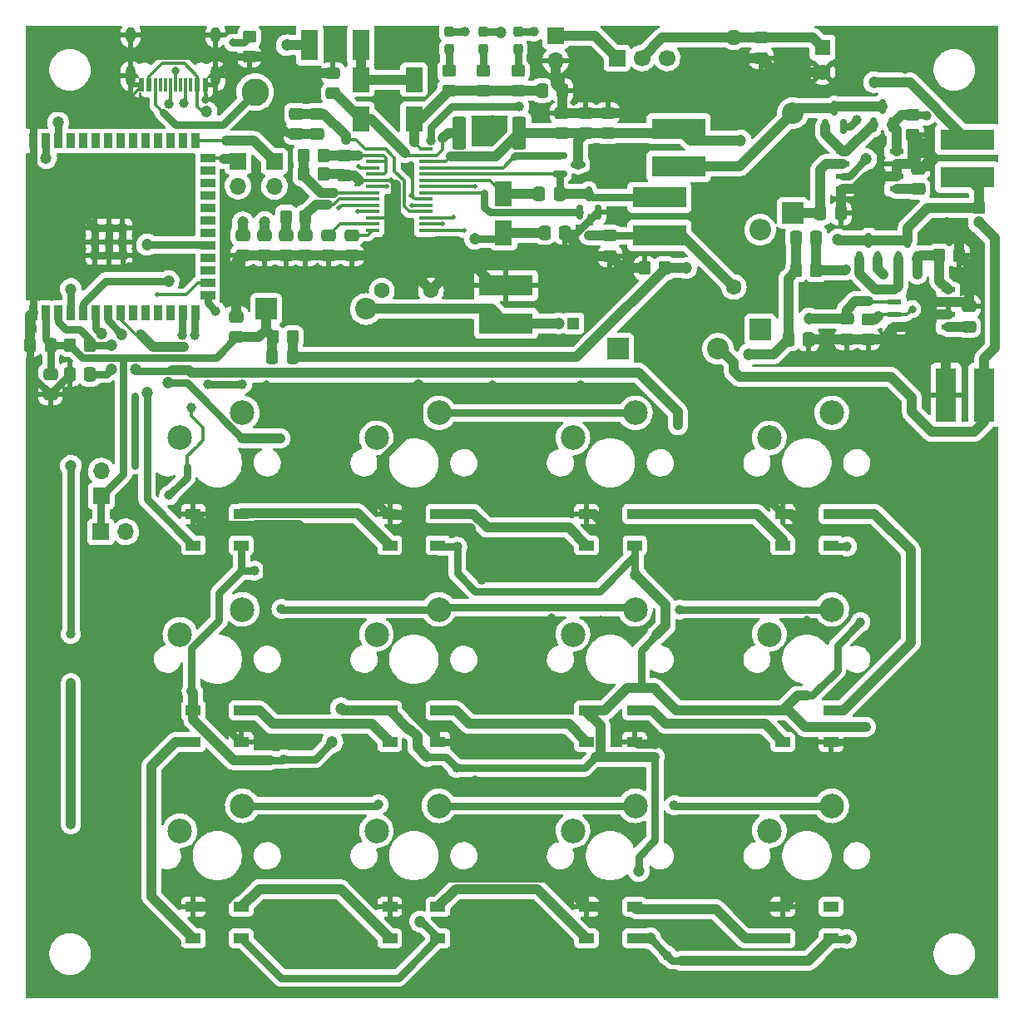
<source format=gtl>
G04 #@! TF.GenerationSoftware,KiCad,Pcbnew,(6.0.0)*
G04 #@! TF.CreationDate,2022-04-22T22:08:30+02:00*
G04 #@! TF.ProjectId,keyboard_v1.0,6b657962-6f61-4726-945f-76312e302e6b,rev?*
G04 #@! TF.SameCoordinates,Original*
G04 #@! TF.FileFunction,Copper,L1,Top*
G04 #@! TF.FilePolarity,Positive*
%FSLAX46Y46*%
G04 Gerber Fmt 4.6, Leading zero omitted, Abs format (unit mm)*
G04 Created by KiCad (PCBNEW (6.0.0)) date 2022-04-22 22:08:30*
%MOMM*%
%LPD*%
G01*
G04 APERTURE LIST*
G04 Aperture macros list*
%AMRoundRect*
0 Rectangle with rounded corners*
0 $1 Rounding radius*
0 $2 $3 $4 $5 $6 $7 $8 $9 X,Y pos of 4 corners*
0 Add a 4 corners polygon primitive as box body*
4,1,4,$2,$3,$4,$5,$6,$7,$8,$9,$2,$3,0*
0 Add four circle primitives for the rounded corners*
1,1,$1+$1,$2,$3*
1,1,$1+$1,$4,$5*
1,1,$1+$1,$6,$7*
1,1,$1+$1,$8,$9*
0 Add four rect primitives between the rounded corners*
20,1,$1+$1,$2,$3,$4,$5,0*
20,1,$1+$1,$4,$5,$6,$7,0*
20,1,$1+$1,$6,$7,$8,$9,0*
20,1,$1+$1,$8,$9,$2,$3,0*%
G04 Aperture macros list end*
G04 #@! TA.AperFunction,SMDPad,CuDef*
%ADD10RoundRect,0.250000X0.475000X-0.337500X0.475000X0.337500X-0.475000X0.337500X-0.475000X-0.337500X0*%
G04 #@! TD*
G04 #@! TA.AperFunction,SMDPad,CuDef*
%ADD11R,1.500000X1.000000*%
G04 #@! TD*
G04 #@! TA.AperFunction,ComponentPad*
%ADD12R,1.700000X1.700000*%
G04 #@! TD*
G04 #@! TA.AperFunction,ComponentPad*
%ADD13O,1.700000X1.700000*%
G04 #@! TD*
G04 #@! TA.AperFunction,ComponentPad*
%ADD14C,2.500000*%
G04 #@! TD*
G04 #@! TA.AperFunction,SMDPad,CuDef*
%ADD15RoundRect,0.250000X0.350000X0.450000X-0.350000X0.450000X-0.350000X-0.450000X0.350000X-0.450000X0*%
G04 #@! TD*
G04 #@! TA.AperFunction,SMDPad,CuDef*
%ADD16RoundRect,0.250000X-0.475000X0.337500X-0.475000X-0.337500X0.475000X-0.337500X0.475000X0.337500X0*%
G04 #@! TD*
G04 #@! TA.AperFunction,ComponentPad*
%ADD17C,1.700000*%
G04 #@! TD*
G04 #@! TA.AperFunction,SMDPad,CuDef*
%ADD18RoundRect,0.250000X-0.337500X-0.475000X0.337500X-0.475000X0.337500X0.475000X-0.337500X0.475000X0*%
G04 #@! TD*
G04 #@! TA.AperFunction,SMDPad,CuDef*
%ADD19RoundRect,0.250000X0.337500X0.475000X-0.337500X0.475000X-0.337500X-0.475000X0.337500X-0.475000X0*%
G04 #@! TD*
G04 #@! TA.AperFunction,SMDPad,CuDef*
%ADD20R,0.600000X1.450000*%
G04 #@! TD*
G04 #@! TA.AperFunction,SMDPad,CuDef*
%ADD21R,0.300000X1.450000*%
G04 #@! TD*
G04 #@! TA.AperFunction,ComponentPad*
%ADD22O,1.000000X2.100000*%
G04 #@! TD*
G04 #@! TA.AperFunction,ComponentPad*
%ADD23O,1.000000X1.600000*%
G04 #@! TD*
G04 #@! TA.AperFunction,SMDPad,CuDef*
%ADD24R,2.150000X5.500000*%
G04 #@! TD*
G04 #@! TA.AperFunction,SMDPad,CuDef*
%ADD25R,1.800000X2.500000*%
G04 #@! TD*
G04 #@! TA.AperFunction,SMDPad,CuDef*
%ADD26RoundRect,0.250000X-0.350000X-0.450000X0.350000X-0.450000X0.350000X0.450000X-0.350000X0.450000X0*%
G04 #@! TD*
G04 #@! TA.AperFunction,SMDPad,CuDef*
%ADD27RoundRect,0.150000X0.150000X-0.587500X0.150000X0.587500X-0.150000X0.587500X-0.150000X-0.587500X0*%
G04 #@! TD*
G04 #@! TA.AperFunction,SMDPad,CuDef*
%ADD28RoundRect,0.250000X0.450000X-0.350000X0.450000X0.350000X-0.450000X0.350000X-0.450000X-0.350000X0*%
G04 #@! TD*
G04 #@! TA.AperFunction,SMDPad,CuDef*
%ADD29R,0.900000X1.500000*%
G04 #@! TD*
G04 #@! TA.AperFunction,SMDPad,CuDef*
%ADD30R,1.500000X0.900000*%
G04 #@! TD*
G04 #@! TA.AperFunction,ComponentPad*
%ADD31C,0.600000*%
G04 #@! TD*
G04 #@! TA.AperFunction,SMDPad,CuDef*
%ADD32R,0.900000X0.900000*%
G04 #@! TD*
G04 #@! TA.AperFunction,ComponentPad*
%ADD33C,1.600000*%
G04 #@! TD*
G04 #@! TA.AperFunction,ComponentPad*
%ADD34R,1.200000X1.200000*%
G04 #@! TD*
G04 #@! TA.AperFunction,ComponentPad*
%ADD35C,1.200000*%
G04 #@! TD*
G04 #@! TA.AperFunction,SMDPad,CuDef*
%ADD36RoundRect,0.250000X-0.450000X0.350000X-0.450000X-0.350000X0.450000X-0.350000X0.450000X0.350000X0*%
G04 #@! TD*
G04 #@! TA.AperFunction,SMDPad,CuDef*
%ADD37RoundRect,0.237500X-0.237500X0.287500X-0.237500X-0.287500X0.237500X-0.287500X0.237500X0.287500X0*%
G04 #@! TD*
G04 #@! TA.AperFunction,ComponentPad*
%ADD38R,2.200000X2.200000*%
G04 #@! TD*
G04 #@! TA.AperFunction,ComponentPad*
%ADD39O,2.200000X2.200000*%
G04 #@! TD*
G04 #@! TA.AperFunction,ComponentPad*
%ADD40C,2.800000*%
G04 #@! TD*
G04 #@! TA.AperFunction,SMDPad,CuDef*
%ADD41R,1.460500X0.533400*%
G04 #@! TD*
G04 #@! TA.AperFunction,SMDPad,CuDef*
%ADD42RoundRect,0.249999X-0.450001X-1.425001X0.450001X-1.425001X0.450001X1.425001X-0.450001X1.425001X0*%
G04 #@! TD*
G04 #@! TA.AperFunction,SMDPad,CuDef*
%ADD43R,1.460500X0.355600*%
G04 #@! TD*
G04 #@! TA.AperFunction,SMDPad,CuDef*
%ADD44R,5.500000X2.150000*%
G04 #@! TD*
G04 #@! TA.AperFunction,ComponentPad*
%ADD45O,1.600000X1.600000*%
G04 #@! TD*
G04 #@! TA.AperFunction,ComponentPad*
%ADD46R,1.600000X1.600000*%
G04 #@! TD*
G04 #@! TA.AperFunction,SMDPad,CuDef*
%ADD47RoundRect,0.150000X-0.587500X-0.150000X0.587500X-0.150000X0.587500X0.150000X-0.587500X0.150000X0*%
G04 #@! TD*
G04 #@! TA.AperFunction,SMDPad,CuDef*
%ADD48R,1.780000X3.150000*%
G04 #@! TD*
G04 #@! TA.AperFunction,ViaPad*
%ADD49C,0.800000*%
G04 #@! TD*
G04 #@! TA.AperFunction,ViaPad*
%ADD50C,1.000000*%
G04 #@! TD*
G04 #@! TA.AperFunction,ViaPad*
%ADD51C,1.200000*%
G04 #@! TD*
G04 #@! TA.AperFunction,ViaPad*
%ADD52C,0.500000*%
G04 #@! TD*
G04 #@! TA.AperFunction,Conductor*
%ADD53C,1.000000*%
G04 #@! TD*
G04 #@! TA.AperFunction,Conductor*
%ADD54C,0.750000*%
G04 #@! TD*
G04 #@! TA.AperFunction,Conductor*
%ADD55C,0.300000*%
G04 #@! TD*
G04 APERTURE END LIST*
D10*
X97467000Y-41472500D03*
X97467000Y-39397500D03*
D11*
X102450000Y-123400000D03*
X102450000Y-120200000D03*
X97550000Y-120200000D03*
X97550000Y-123400000D03*
D12*
X48185000Y-78384000D03*
D13*
X48185000Y-75844000D03*
D14*
X56190000Y-112460000D03*
X62540000Y-109920000D03*
D10*
X95063000Y-41472500D03*
X95063000Y-39397500D03*
D15*
X68979000Y-49961000D03*
X66979000Y-49961000D03*
D16*
X67981000Y-39479500D03*
X67981000Y-41554500D03*
D12*
X100676000Y-33790000D03*
D17*
X105756000Y-33790000D03*
X103216000Y-33790000D03*
D10*
X136473000Y-61148500D03*
X136473000Y-59073500D03*
D12*
X65796000Y-44319000D03*
D13*
X65796000Y-46859000D03*
D18*
X92747500Y-47599000D03*
X94822500Y-47599000D03*
D19*
X120965500Y-52102000D03*
X118890500Y-52102000D03*
D20*
X58750000Y-36545000D03*
X57950000Y-36545000D03*
D21*
X56750000Y-36545000D03*
X55750000Y-36545000D03*
X55250000Y-36545000D03*
X54250000Y-36545000D03*
D20*
X53050000Y-36545000D03*
X52250000Y-36545000D03*
X52250000Y-36545000D03*
X53050000Y-36545000D03*
D21*
X53750000Y-36545000D03*
X54750000Y-36545000D03*
X56250000Y-36545000D03*
X57250000Y-36545000D03*
D20*
X57950000Y-36545000D03*
X58750000Y-36545000D03*
D22*
X51180000Y-35630000D03*
D23*
X51180000Y-31450000D03*
X59820000Y-31450000D03*
D22*
X59820000Y-35630000D03*
D24*
X138026000Y-68100000D03*
X134176000Y-68100000D03*
D11*
X82450000Y-123400000D03*
X82450000Y-120200000D03*
X77550000Y-120200000D03*
X77550000Y-123400000D03*
D25*
X74604000Y-40000000D03*
X74604000Y-36000000D03*
D11*
X122450000Y-123400000D03*
X122450000Y-120200000D03*
X117550000Y-120200000D03*
X117550000Y-123400000D03*
D26*
X133469000Y-53889000D03*
X135469000Y-53889000D03*
D27*
X96853000Y-49484500D03*
X98753000Y-49484500D03*
X97803000Y-47609500D03*
D10*
X131334000Y-47144350D03*
X131334000Y-45069350D03*
D28*
X87081000Y-37118000D03*
X87081000Y-35118000D03*
D19*
X47037500Y-66000000D03*
X44962500Y-66000000D03*
D11*
X102450000Y-83400000D03*
X102450000Y-80200000D03*
X97550000Y-80200000D03*
X97550000Y-83400000D03*
D14*
X56190000Y-72460000D03*
X62540000Y-69920000D03*
D11*
X117550000Y-100200000D03*
X117550000Y-103400000D03*
X122450000Y-103400000D03*
X122450000Y-100200000D03*
D12*
X48139000Y-82024000D03*
D13*
X50679000Y-82024000D03*
D14*
X96190000Y-92460000D03*
X102540000Y-89920000D03*
D10*
X99725000Y-41472500D03*
X99725000Y-39397500D03*
D16*
X68969000Y-51821500D03*
X68969000Y-53896500D03*
D14*
X76190000Y-112460000D03*
X82540000Y-109920000D03*
D16*
X71344000Y-51821500D03*
X71344000Y-53896500D03*
D29*
X41240000Y-59750000D03*
X42510000Y-59750000D03*
X43780000Y-59750000D03*
X45050000Y-59750000D03*
X46320000Y-59750000D03*
X47590000Y-59750000D03*
X48860000Y-59750000D03*
X50130000Y-59750000D03*
X51400000Y-59750000D03*
X52670000Y-59750000D03*
X53940000Y-59750000D03*
X55210000Y-59750000D03*
X56480000Y-59750000D03*
X57750000Y-59750000D03*
D30*
X59000000Y-57985000D03*
X59000000Y-56715000D03*
X59000000Y-55450000D03*
X59000000Y-54175000D03*
X59000000Y-52905000D03*
X59000000Y-51635000D03*
X59000000Y-50365000D03*
X59000000Y-49095000D03*
X59000000Y-47825000D03*
X59000000Y-46555000D03*
X59000000Y-45285000D03*
X59000000Y-44015000D03*
D29*
X57750000Y-42250000D03*
X56480000Y-42250000D03*
X55210000Y-42250000D03*
X53940000Y-42250000D03*
X52670000Y-42250000D03*
X51400000Y-42250000D03*
X50130000Y-42250000D03*
X48860000Y-42250000D03*
X47590000Y-42250000D03*
X46320000Y-42250000D03*
X45050000Y-42250000D03*
X43780000Y-42250000D03*
X42510000Y-42250000D03*
X41240000Y-42250000D03*
D31*
X47560000Y-52500000D03*
D32*
X48960000Y-51100000D03*
X48960000Y-53900000D03*
D31*
X47560000Y-51100000D03*
D32*
X50365000Y-53900000D03*
D31*
X48960000Y-51100000D03*
X50360000Y-52500000D03*
X50360000Y-53900000D03*
D32*
X48960000Y-52500000D03*
X47560000Y-53900000D03*
X50360000Y-52500000D03*
D31*
X50360000Y-51100000D03*
D32*
X47560000Y-51100000D03*
X50360000Y-51100000D03*
D31*
X48960000Y-52500000D03*
D32*
X47560000Y-52500000D03*
D31*
X47560000Y-53900000D03*
X48960000Y-53900000D03*
D14*
X116190000Y-112460000D03*
X122540000Y-109920000D03*
D26*
X68804250Y-45634000D03*
X70804250Y-45634000D03*
D12*
X94420000Y-31543000D03*
D13*
X94420000Y-34083000D03*
D33*
X76735000Y-57485000D03*
X81735000Y-57485000D03*
D16*
X124029000Y-60363500D03*
X124029000Y-62438500D03*
D34*
X137510000Y-49035401D03*
D35*
X137510000Y-50535401D03*
D27*
X126747000Y-40589350D03*
X128647000Y-40589350D03*
X127697000Y-38714350D03*
D14*
X96190000Y-72460000D03*
X102540000Y-69920000D03*
D36*
X63268000Y-31622000D03*
X63268000Y-33622000D03*
D16*
X64798000Y-51821500D03*
X64798000Y-53896500D03*
D14*
X76190000Y-92460000D03*
X82540000Y-89920000D03*
D15*
X120928000Y-55424000D03*
X118928000Y-55424000D03*
D11*
X122450000Y-83400000D03*
X122450000Y-80200000D03*
X117550000Y-80200000D03*
X117550000Y-83400000D03*
X97550000Y-100200000D03*
X97550000Y-103400000D03*
X102450000Y-103400000D03*
X102450000Y-100200000D03*
D36*
X126231000Y-60431000D03*
X126231000Y-62431000D03*
D37*
X87081000Y-31152000D03*
X87081000Y-32902000D03*
D11*
X82450000Y-83400000D03*
X82450000Y-80200000D03*
X77550000Y-80200000D03*
X77550000Y-83400000D03*
D37*
X83581000Y-31152000D03*
X83581000Y-32902000D03*
D38*
X115251000Y-61440000D03*
D39*
X115251000Y-51280000D03*
D14*
X96190000Y-112460000D03*
X102540000Y-109920000D03*
D38*
X118570000Y-49571850D03*
D39*
X118570000Y-39411850D03*
D40*
X63841000Y-37276000D03*
D27*
X125324000Y-54203500D03*
X127224000Y-54203500D03*
X126274000Y-52328500D03*
D14*
X56190000Y-92460000D03*
X62540000Y-89920000D03*
X76190000Y-72460000D03*
X82540000Y-69920000D03*
D11*
X57550000Y-100200000D03*
X57550000Y-103400000D03*
X62450000Y-103400000D03*
X62450000Y-100200000D03*
D37*
X90581000Y-31152000D03*
X90581000Y-32902000D03*
D41*
X128918850Y-57376000D03*
X128918850Y-58646000D03*
X128918850Y-59916000D03*
X128918850Y-61186000D03*
X134367150Y-61186000D03*
X134367150Y-59916000D03*
X134367150Y-58646000D03*
X134367150Y-57376000D03*
D16*
X62587000Y-51821500D03*
X62587000Y-53896500D03*
D42*
X84643000Y-41439000D03*
X90743000Y-41439000D03*
D27*
X129290000Y-54269500D03*
X131190000Y-54269500D03*
X130240000Y-52394500D03*
D43*
X75794661Y-43058311D03*
X75794661Y-43693311D03*
X75794661Y-44328311D03*
X75794661Y-44963311D03*
X75794661Y-45598311D03*
X75794661Y-46233311D03*
X75794661Y-46868311D03*
X75794661Y-47503311D03*
X75794661Y-48138311D03*
X75794661Y-48773311D03*
X75794661Y-49408311D03*
X75794661Y-50043311D03*
X75794661Y-50678311D03*
X75794661Y-51313311D03*
X81242961Y-51313311D03*
X81242961Y-50678311D03*
X81242961Y-50043311D03*
X81242961Y-49408311D03*
X81242961Y-48773311D03*
X81242961Y-48138311D03*
X81242961Y-47503311D03*
X81242961Y-46868311D03*
X81242961Y-46233311D03*
X81242961Y-45598311D03*
X81242961Y-44963311D03*
X81242961Y-44328311D03*
X81242961Y-43693311D03*
X81242961Y-43058311D03*
D16*
X73675000Y-51821500D03*
X73675000Y-53896500D03*
D36*
X130754000Y-39622850D03*
X130754000Y-41622850D03*
D16*
X72909250Y-43700500D03*
X72909250Y-45775500D03*
D44*
X105002000Y-48006000D03*
X105002000Y-51856000D03*
D15*
X105513000Y-55186000D03*
X103513000Y-55186000D03*
D25*
X80000000Y-40000000D03*
X80000000Y-36000000D03*
X89123000Y-47601000D03*
X89123000Y-51601000D03*
D27*
X121869000Y-40793350D03*
X123769000Y-40793350D03*
X122819000Y-38918350D03*
D44*
X136330000Y-42082000D03*
X136330000Y-45932000D03*
D19*
X43037500Y-63000000D03*
X40962500Y-63000000D03*
D41*
X123677850Y-43317850D03*
X123677850Y-44587850D03*
X123677850Y-45857850D03*
X123677850Y-47127850D03*
X129126150Y-47127850D03*
X129126150Y-45857850D03*
X129126150Y-44587850D03*
X129126150Y-43317850D03*
D28*
X90581000Y-37118000D03*
X90581000Y-35118000D03*
D12*
X62110000Y-44288000D03*
D13*
X62110000Y-46828000D03*
D33*
X112560000Y-57105000D03*
D45*
X112560000Y-31705000D03*
D11*
X77550000Y-100200000D03*
X77550000Y-103400000D03*
X82450000Y-103400000D03*
X82450000Y-100200000D03*
D26*
X45000000Y-63000000D03*
X47000000Y-63000000D03*
D10*
X61922000Y-62227500D03*
X61922000Y-60152500D03*
D16*
X43000000Y-65962500D03*
X43000000Y-68037500D03*
D11*
X62450000Y-83400000D03*
X62450000Y-80200000D03*
X57550000Y-80200000D03*
X57550000Y-83400000D03*
D16*
X70108000Y-39479500D03*
X70108000Y-41554500D03*
D44*
X106949000Y-40983000D03*
X106949000Y-44833000D03*
D28*
X83581000Y-37118000D03*
X83581000Y-35118000D03*
D16*
X115363000Y-31725500D03*
X115363000Y-33800500D03*
D14*
X116190000Y-72460000D03*
X122540000Y-69920000D03*
D46*
X121605000Y-32745000D03*
D33*
X121605000Y-35245000D03*
D47*
X94822500Y-43694000D03*
X94822500Y-45594000D03*
X96697500Y-44644000D03*
D16*
X66972000Y-51821500D03*
X66972000Y-53896500D03*
D48*
X69385000Y-32500000D03*
X74615000Y-32500000D03*
D38*
X64960000Y-59353000D03*
D39*
X75120000Y-59353000D03*
D14*
X116190000Y-92460000D03*
X122540000Y-89920000D03*
D16*
X99969000Y-51891500D03*
X99969000Y-53966500D03*
D18*
X93299500Y-51580000D03*
X95374500Y-51580000D03*
D19*
X67665500Y-64244000D03*
X65590500Y-64244000D03*
D15*
X67684000Y-62210000D03*
X65684000Y-62210000D03*
D18*
X93056500Y-37123000D03*
X95131500Y-37123000D03*
D34*
X96245000Y-60801000D03*
D35*
X94745000Y-60801000D03*
D18*
X121367500Y-49605850D03*
X123442500Y-49605850D03*
D15*
X70804250Y-43698000D03*
X68804250Y-43698000D03*
D11*
X62450000Y-123400000D03*
X62450000Y-120200000D03*
X57550000Y-120200000D03*
X57550000Y-123400000D03*
D44*
X89388000Y-60811000D03*
X89388000Y-56961000D03*
D18*
X118105500Y-62437000D03*
X120180500Y-62437000D03*
D10*
X71783000Y-37420500D03*
X71783000Y-35345500D03*
D38*
X100784000Y-63402000D03*
D39*
X110944000Y-63402000D03*
D49*
X120000000Y-129000000D03*
D50*
X78776000Y-106424000D03*
D49*
X139000000Y-115000000D03*
X48000000Y-105000000D03*
X109000000Y-61000000D03*
X49000000Y-49000000D03*
X100000000Y-46000000D03*
X71655000Y-87508000D03*
D50*
X84390000Y-103409000D03*
D49*
X97000000Y-77000000D03*
X137000000Y-53000000D03*
X46000000Y-54000000D03*
X129388000Y-64893000D03*
D50*
X86915000Y-86871000D03*
D49*
X139000000Y-94000000D03*
X65000000Y-107000000D03*
D51*
X59690000Y-100784000D03*
D49*
X89739000Y-75854000D03*
X43000000Y-99000000D03*
X76000000Y-108000000D03*
X112000000Y-117000000D03*
X66000000Y-129000000D03*
X86223000Y-107230000D03*
X109541000Y-77064000D03*
X70000000Y-116000000D03*
X59000000Y-112000000D03*
X54000000Y-46000000D03*
X54412000Y-76967000D03*
X51000000Y-106000000D03*
X60000000Y-122000000D03*
X131000000Y-118000000D03*
X52000000Y-33000000D03*
X139000000Y-109000000D03*
X70861000Y-96178000D03*
X78000000Y-31000000D03*
X92000000Y-95000000D03*
X134000000Y-84000000D03*
X72000000Y-32000000D03*
X45000000Y-129000000D03*
D50*
X106794000Y-83480000D03*
D49*
X48000000Y-85000000D03*
X51000000Y-117000000D03*
D51*
X132612000Y-44092000D03*
D49*
X139000000Y-121000000D03*
X48000000Y-119000000D03*
X72000000Y-75000000D03*
X55000000Y-88000000D03*
X87000000Y-129000000D03*
X49000000Y-33000000D03*
X129000000Y-129000000D03*
X94003000Y-90708000D03*
X93000000Y-75000000D03*
X94000000Y-58000000D03*
X86000000Y-78000000D03*
X74000000Y-106000000D03*
X42000000Y-129000000D03*
X124000000Y-107000000D03*
X57000000Y-87000000D03*
X54000000Y-83000000D03*
X51000000Y-40000000D03*
X139000000Y-82000000D03*
X90000000Y-129000000D03*
X50000000Y-108000000D03*
X93000000Y-123000000D03*
X113000000Y-53000000D03*
X106000000Y-112000000D03*
X47000000Y-56000000D03*
X65000000Y-31000000D03*
X66571000Y-106739000D03*
X112000000Y-107000000D03*
D50*
X89521500Y-125484000D03*
D52*
X79739000Y-47792000D03*
D49*
X49000000Y-125000000D03*
X52000000Y-123000000D03*
X60000000Y-79000000D03*
X108000000Y-37000000D03*
X106505000Y-107450000D03*
X136000000Y-76000000D03*
X99000000Y-91000000D03*
X70000000Y-108000000D03*
X72000000Y-129000000D03*
X139000000Y-112000000D03*
X66000000Y-121000000D03*
X41000000Y-119000000D03*
X99000000Y-129000000D03*
X135000000Y-89000000D03*
X126000000Y-31000000D03*
X139000000Y-124000000D03*
X86000000Y-113000000D03*
X46000000Y-40000000D03*
X47033000Y-68607000D03*
X92000000Y-108000000D03*
X139000000Y-38000000D03*
X117000000Y-78000000D03*
X104000000Y-36000000D03*
X105000000Y-72000000D03*
D50*
X66533000Y-81322000D03*
D49*
X74190000Y-123357000D03*
X139000000Y-118000000D03*
X51000000Y-55000000D03*
X79000000Y-62000000D03*
X139000000Y-103000000D03*
X98000000Y-35000000D03*
X48000000Y-98000000D03*
X93000000Y-129000000D03*
X48000000Y-38000000D03*
X82000000Y-78000000D03*
X97000000Y-67000000D03*
X88000000Y-67000000D03*
X41000000Y-123000000D03*
X116000000Y-56000000D03*
X139000000Y-88000000D03*
X67000000Y-31000000D03*
D50*
X112245000Y-67973000D03*
D49*
X120000000Y-121000000D03*
D51*
X132428000Y-42473000D03*
X77375479Y-116746479D03*
D50*
X58456000Y-33595000D03*
D51*
X134218000Y-50626000D03*
D49*
X103000000Y-43000000D03*
X59000000Y-127000000D03*
X95000000Y-98000000D03*
D51*
X79729000Y-99710000D03*
D49*
X43000000Y-105000000D03*
X50000000Y-40000000D03*
X54000000Y-48000000D03*
X55000000Y-98000000D03*
D51*
X80437000Y-67112000D03*
D49*
X81000000Y-129000000D03*
X120647000Y-58398000D03*
X126000000Y-129000000D03*
X91000000Y-68000000D03*
X70000000Y-120000000D03*
X116000000Y-38000000D03*
X110705000Y-86690000D03*
X47000000Y-70000000D03*
X109807000Y-75344000D03*
X139000000Y-76000000D03*
X111000000Y-67000000D03*
X49000000Y-45000000D03*
X129000000Y-114000000D03*
X117000000Y-129000000D03*
X55000000Y-108000000D03*
X139000000Y-100000000D03*
X63000000Y-129000000D03*
X53000000Y-50000000D03*
X44520000Y-117102000D03*
X97000000Y-57000000D03*
X135000000Y-31000000D03*
X112000000Y-95000000D03*
X71000000Y-68000000D03*
X131000000Y-31000000D03*
X46000000Y-45000000D03*
X75000000Y-129000000D03*
D51*
X59641000Y-105502000D03*
D50*
X126067000Y-81754000D03*
D49*
X90073000Y-99640000D03*
X107000000Y-66000000D03*
X120000000Y-91000000D03*
X113000000Y-78000000D03*
X102000000Y-129000000D03*
X139000000Y-97000000D03*
X41000000Y-36000000D03*
X90000000Y-83000000D03*
X92000000Y-127000000D03*
X105000000Y-129000000D03*
X84000000Y-97000000D03*
X71000000Y-59000000D03*
X126000000Y-117000000D03*
X54000000Y-32000000D03*
X54000000Y-129000000D03*
X65000000Y-67000000D03*
X86000000Y-127000000D03*
X50000000Y-47000000D03*
D50*
X113010000Y-120176000D03*
D49*
X47000000Y-31000000D03*
D50*
X127537500Y-121084500D03*
D49*
X131000000Y-66000000D03*
X47000000Y-47000000D03*
X57000000Y-129000000D03*
D50*
X104477000Y-103641000D03*
D49*
X81000000Y-127000000D03*
X60000000Y-129000000D03*
X72000000Y-78000000D03*
X72000000Y-116000000D03*
X88000000Y-40000000D03*
X120000000Y-112000000D03*
X108000000Y-117000000D03*
X116000000Y-98000000D03*
X110000000Y-36000000D03*
X60000000Y-118000000D03*
X41000000Y-126000000D03*
X58773000Y-38047000D03*
X41000000Y-113000000D03*
X63000000Y-77000000D03*
X133000000Y-114000000D03*
X84000000Y-62000000D03*
X123000000Y-129000000D03*
X51000000Y-100000000D03*
D50*
X86511000Y-91710000D03*
D49*
X139000000Y-79000000D03*
X88000000Y-115000000D03*
X128000000Y-88000000D03*
X51000000Y-45000000D03*
X112000000Y-88000000D03*
X139000000Y-91000000D03*
X48000000Y-129000000D03*
X105000000Y-78000000D03*
X69000000Y-59000000D03*
X52000000Y-86000000D03*
X124034000Y-64379000D03*
X130000000Y-35000000D03*
X90000000Y-79000000D03*
X135000000Y-96000000D03*
X70445000Y-76527000D03*
X109860000Y-98099000D03*
X56000000Y-106000000D03*
X69000000Y-129000000D03*
X48000000Y-88000000D03*
X95000000Y-56000000D03*
X139000000Y-85000000D03*
D52*
X78166511Y-47793511D03*
D49*
X138000000Y-129000000D03*
X129000000Y-99000000D03*
X126000000Y-78000000D03*
X57000000Y-118000000D03*
X114000000Y-46000000D03*
X78000000Y-129000000D03*
D50*
X124209000Y-103409000D03*
D49*
X91000000Y-116000000D03*
X103000000Y-31000000D03*
X132000000Y-129000000D03*
X84000000Y-129000000D03*
X84860000Y-92175000D03*
X130000000Y-79000000D03*
X104000000Y-126000000D03*
X54000000Y-127000000D03*
X139000000Y-106000000D03*
X44000000Y-31000000D03*
X93000000Y-84000000D03*
X100000000Y-79000000D03*
X41000000Y-116000000D03*
X55000000Y-32000000D03*
X125000000Y-121000000D03*
X111000000Y-129000000D03*
X100000000Y-31000000D03*
X139000000Y-32000000D03*
X50179000Y-92356000D03*
X91250000Y-86317000D03*
X55000000Y-55000000D03*
X82000000Y-53000000D03*
X91000000Y-97000000D03*
X113000000Y-83000000D03*
X66000000Y-78000000D03*
X134000000Y-102000000D03*
X128000000Y-34000000D03*
X99000000Y-72000000D03*
X76006000Y-88608000D03*
X112000000Y-36000000D03*
X67000000Y-116000000D03*
X110476000Y-82785000D03*
X58000000Y-78000000D03*
X80000000Y-31000000D03*
X96000000Y-129000000D03*
X108000000Y-57000000D03*
X52000000Y-88000000D03*
X108000000Y-129000000D03*
X94000000Y-79000000D03*
X100059000Y-118843000D03*
X118000000Y-68000000D03*
X106000000Y-63000000D03*
X41000000Y-32000000D03*
X58000000Y-108000000D03*
X78000000Y-78000000D03*
X135000000Y-112000000D03*
X53000000Y-45000000D03*
X62179000Y-125818000D03*
X79526000Y-91248000D03*
X77000000Y-31000000D03*
X51000000Y-129000000D03*
X88000000Y-121000000D03*
X72000000Y-62000000D03*
X97000000Y-127000000D03*
D50*
X121981000Y-64343000D03*
D49*
X106000000Y-57000000D03*
X133000000Y-108000000D03*
X43000000Y-93000000D03*
X77000000Y-98000000D03*
X45000000Y-51000000D03*
X115000000Y-88000000D03*
X75000000Y-78000000D03*
X115000000Y-118000000D03*
X118000000Y-118000000D03*
X120000000Y-43000000D03*
X90882000Y-122529000D03*
X78000000Y-34000000D03*
X114000000Y-129000000D03*
X116000000Y-108000000D03*
X135000000Y-129000000D03*
X126000000Y-69000000D03*
X52000000Y-47000000D03*
X129000000Y-75000000D03*
X49000000Y-31000000D03*
X97000000Y-108000000D03*
X134000000Y-78000000D03*
X139000000Y-127000000D03*
D50*
X84364511Y-106068511D03*
D51*
X102595000Y-86439000D03*
D50*
X124079000Y-83514000D03*
X105781000Y-125140000D03*
X84414000Y-83547000D03*
D51*
X72574000Y-99994000D03*
X104047000Y-123406000D03*
D50*
X104518480Y-104924520D03*
D51*
X114078000Y-63965000D03*
X71694000Y-103450000D03*
D50*
X125462500Y-91224500D03*
X66781000Y-105160000D03*
X124098000Y-123462000D03*
D51*
X80634000Y-121699989D03*
D50*
X63771000Y-85991000D03*
D51*
X102892000Y-116550000D03*
D50*
X126013000Y-101886000D03*
D51*
X49205000Y-63073000D03*
X49205000Y-65499000D03*
D52*
X72355000Y-49051000D03*
D51*
X62587000Y-50533000D03*
D52*
X74298000Y-49372811D03*
D51*
X64827000Y-50498000D03*
D50*
X97784000Y-51847000D03*
D52*
X79812000Y-48823000D03*
X86213000Y-46832811D03*
D51*
X86213000Y-52213000D03*
X126834000Y-36248000D03*
X113262000Y-42182000D03*
X120227000Y-60319000D03*
D49*
X123949000Y-55373000D03*
X130724000Y-59365000D03*
D51*
X123155000Y-52288000D03*
X126040000Y-44104850D03*
X107722000Y-55191000D03*
D50*
X45093000Y-97408000D03*
D51*
X45098000Y-75327000D03*
D50*
X45084000Y-111807000D03*
X45084000Y-92431000D03*
D51*
X45092000Y-57324000D03*
X54968000Y-66857000D03*
D50*
X66423000Y-72503000D03*
D51*
X55034000Y-56498000D03*
X48168024Y-61892513D03*
X51675500Y-65528000D03*
X50271000Y-61938000D03*
D50*
X106885000Y-71204000D03*
D51*
X52861000Y-67904000D03*
X52850000Y-52799000D03*
D50*
X85172000Y-31132000D03*
D52*
X82924000Y-50642811D03*
D51*
X88859000Y-31163000D03*
D52*
X83992000Y-50007811D03*
X85080000Y-51367000D03*
D50*
X92209000Y-31146000D03*
X55099708Y-38452997D03*
X56425000Y-61984000D03*
X57717000Y-62056000D03*
D49*
X55779000Y-35116989D03*
D50*
X56595000Y-63183511D03*
D51*
X43787000Y-40363000D03*
X42563000Y-43978000D03*
X58900000Y-39275000D03*
X67056000Y-32500000D03*
D49*
X61582000Y-32247000D03*
D50*
X56592000Y-38371000D03*
X66521000Y-89879000D03*
X107050500Y-89940000D03*
X106496000Y-109874000D03*
X76401000Y-109773000D03*
D52*
X74387000Y-44832000D03*
D50*
X81744644Y-42181009D03*
D52*
X77217000Y-46891000D03*
D50*
X90748000Y-38765000D03*
D49*
X127792000Y-55821000D03*
X131245000Y-55843000D03*
D50*
X125098000Y-40114850D03*
X132186000Y-39668000D03*
X62509000Y-67016000D03*
X59071000Y-67016000D03*
X57352000Y-69426000D03*
X55086000Y-78314000D03*
X59816000Y-59560000D03*
D52*
X51570000Y-68198000D03*
X53893000Y-57903000D03*
X51570000Y-75287000D03*
D53*
X94420000Y-31543000D02*
X98429000Y-31543000D01*
X98429000Y-31543000D02*
X100676000Y-33790000D01*
D54*
X82450000Y-103140000D02*
X79729000Y-100419000D01*
X98626900Y-49484500D02*
X98753000Y-49484500D01*
D53*
X98343000Y-80200000D02*
X97550000Y-80200000D01*
D54*
X87556000Y-92755000D02*
X86511000Y-91710000D01*
D53*
X101188500Y-55186000D02*
X99969000Y-53966500D01*
D54*
X40962500Y-63000000D02*
X40962500Y-66000000D01*
X50041000Y-38935000D02*
X50910000Y-38066000D01*
D53*
X63977022Y-81322000D02*
X63899511Y-81399511D01*
D55*
X75794661Y-50043311D02*
X77269311Y-50043311D01*
D54*
X78776000Y-106424000D02*
X78776000Y-109800000D01*
X96531400Y-51580000D02*
X98626900Y-49484500D01*
X121947500Y-64309500D02*
X121981000Y-64343000D01*
D53*
X130754000Y-41622850D02*
X130754000Y-44489350D01*
X99040000Y-125484000D02*
X97573000Y-125484000D01*
X72767750Y-45634000D02*
X72909250Y-45775500D01*
X132452000Y-58832000D02*
X132638000Y-58646000D01*
X130754000Y-44489350D02*
X131334000Y-45069350D01*
X77550000Y-118400000D02*
X80753623Y-118400000D01*
D54*
X112245000Y-67973000D02*
X111456000Y-68762000D01*
D53*
X99969000Y-53966500D02*
X97761000Y-53966500D01*
X63162000Y-117246000D02*
X63162000Y-116168400D01*
X131604150Y-42473000D02*
X130754000Y-41622850D01*
X100095000Y-121495000D02*
X100095000Y-124429000D01*
D54*
X100877000Y-83972000D02*
X100877000Y-82734000D01*
X64932000Y-92543000D02*
X64932000Y-82923000D01*
D53*
X72909250Y-45775500D02*
X73971878Y-45775500D01*
D54*
X79729000Y-99647000D02*
X81010000Y-98366000D01*
D53*
X134367150Y-59916000D02*
X132487000Y-59916000D01*
X115363000Y-33800500D02*
X108672500Y-33800500D01*
X123442500Y-49605850D02*
X123442500Y-47363200D01*
D54*
X64932000Y-82923000D02*
X66533000Y-81322000D01*
D53*
X96909750Y-53115250D02*
X96494750Y-52700250D01*
D54*
X99581000Y-85268000D02*
X100877000Y-83972000D01*
X47560000Y-51100000D02*
X50360000Y-51100000D01*
D53*
X100095000Y-124429000D02*
X99040000Y-125484000D01*
X119498000Y-118261000D02*
X118758511Y-119000489D01*
D54*
X47560000Y-53900000D02*
X47560000Y-51100000D01*
X86915000Y-86871000D02*
X88518000Y-85268000D01*
D53*
X60208000Y-120200000D02*
X63162000Y-117246000D01*
X132452000Y-62570000D02*
X132452000Y-59881000D01*
D54*
X79729000Y-100419000D02*
X79729000Y-99710000D01*
D53*
X131217000Y-61186000D02*
X132487000Y-59916000D01*
X121947500Y-62438500D02*
X120182000Y-62438500D01*
X134176000Y-64294000D02*
X132452000Y-62570000D01*
X73675000Y-53896500D02*
X75518544Y-53896500D01*
D54*
X106794000Y-83480000D02*
X107517500Y-83480000D01*
X76573000Y-74715366D02*
X80546000Y-70742366D01*
X66391500Y-40702500D02*
X66391500Y-34442500D01*
D53*
X40962500Y-63000000D02*
X40962500Y-60027500D01*
X124029000Y-62438500D02*
X121947500Y-62438500D01*
D54*
X77906022Y-85443000D02*
X79869000Y-83480022D01*
D53*
X80753623Y-118400000D02*
X81953143Y-117200480D01*
X66972000Y-53896500D02*
X73675000Y-53896500D01*
D55*
X50910000Y-38066000D02*
X52250000Y-36726000D01*
X52250000Y-36726000D02*
X52250000Y-36545000D01*
D53*
X132638000Y-58646000D02*
X134367150Y-58646000D01*
X108672500Y-33800500D02*
X103075500Y-39397500D01*
D55*
X75794661Y-46233311D02*
X77522311Y-46233311D01*
D54*
X40962500Y-66000000D02*
X43000000Y-68037500D01*
X126088000Y-81809000D02*
X126088000Y-81775000D01*
X119952511Y-83396511D02*
X117930022Y-85419000D01*
D53*
X40962500Y-60027500D02*
X41240000Y-59750000D01*
D54*
X80968000Y-111992000D02*
X81407000Y-111992000D01*
D55*
X41299000Y-42191000D02*
X41240000Y-42250000D01*
D54*
X49315000Y-38935000D02*
X49315000Y-34279000D01*
X79729000Y-99710000D02*
X79729000Y-99647000D01*
D53*
X124803822Y-47127850D02*
X123677850Y-47127850D01*
D54*
X49999000Y-33595000D02*
X58456000Y-33595000D01*
D53*
X66972000Y-53896500D02*
X62587000Y-53896500D01*
D54*
X77375479Y-118225479D02*
X77375479Y-116746479D01*
D53*
X80852000Y-81702000D02*
X85819824Y-81702000D01*
D55*
X80085311Y-48138311D02*
X79739000Y-47792000D01*
D53*
X100388000Y-82245000D02*
X98343000Y-80200000D01*
X96494750Y-52700250D02*
X95374500Y-51580000D01*
D54*
X87556000Y-97046000D02*
X87556000Y-92755000D01*
D53*
X61922000Y-54561500D02*
X62587000Y-53896500D01*
X127673850Y-62431000D02*
X128918850Y-61186000D01*
X132428000Y-42473000D02*
X131604150Y-42473000D01*
X95131500Y-39329000D02*
X95063000Y-39397500D01*
X76833022Y-52582022D02*
X77521000Y-51894044D01*
D54*
X119498000Y-118261000D02*
X123149000Y-118261000D01*
D53*
X134367150Y-58646000D02*
X136045500Y-58646000D01*
D54*
X41240000Y-42250000D02*
X41240000Y-40435000D01*
X80546000Y-67221000D02*
X80437000Y-67112000D01*
D53*
X128918850Y-61186000D02*
X131217000Y-61186000D01*
X117550000Y-120200000D02*
X117550000Y-120185000D01*
D54*
X59641000Y-105502000D02*
X59701000Y-105562000D01*
D53*
X81953143Y-117200480D02*
X83095480Y-117200480D01*
D54*
X49315000Y-38935000D02*
X50041000Y-38935000D01*
D53*
X89388000Y-56961000D02*
X88205000Y-56961000D01*
D54*
X124209000Y-103409000D02*
X122459000Y-103409000D01*
X123149000Y-118261000D02*
X123149000Y-112801000D01*
D53*
X123442500Y-47363200D02*
X123677850Y-47127850D01*
D55*
X58773000Y-36568000D02*
X58750000Y-36545000D01*
D53*
X119962000Y-81809000D02*
X126088000Y-81809000D01*
D54*
X123149000Y-112801000D02*
X125462500Y-110487500D01*
D53*
X61922000Y-60152500D02*
X61922000Y-54561500D01*
D54*
X43000000Y-67962500D02*
X44962500Y-66000000D01*
X79869000Y-80719000D02*
X79429000Y-80279000D01*
X41240000Y-42250000D02*
X41240000Y-44780000D01*
X88518000Y-85268000D02*
X99581000Y-85268000D01*
X58483000Y-33622000D02*
X58456000Y-33595000D01*
D55*
X77269311Y-50043311D02*
X77521000Y-50295000D01*
D54*
X95374500Y-51580000D02*
X96531400Y-51580000D01*
D53*
X77486000Y-80279000D02*
X79429000Y-80279000D01*
D54*
X125462500Y-104662500D02*
X124209000Y-103409000D01*
D53*
X81735000Y-57485000D02*
X85232000Y-53988000D01*
D54*
X43000000Y-68037500D02*
X43000000Y-67962500D01*
X59690000Y-100006000D02*
X63100000Y-96596000D01*
D53*
X63268000Y-33622000D02*
X65571000Y-33622000D01*
X121605000Y-35245000D02*
X116807500Y-35245000D01*
X103075500Y-39397500D02*
X99725000Y-39397500D01*
X129126150Y-45857850D02*
X129126150Y-44587850D01*
D54*
X125462500Y-110487500D02*
X125462500Y-104662500D01*
X109456500Y-85419000D02*
X107537500Y-83500000D01*
D53*
X78166511Y-47793511D02*
X78166511Y-46660000D01*
D54*
X72365000Y-85443000D02*
X77906022Y-85443000D01*
X41240000Y-40435000D02*
X42740000Y-38935000D01*
X81407000Y-111992000D02*
X83095480Y-113680480D01*
D53*
X119498000Y-118261000D02*
X124714000Y-118261000D01*
D54*
X83095480Y-113680480D02*
X83095480Y-117200480D01*
X59701000Y-105562000D02*
X59701000Y-110240000D01*
D53*
X120182000Y-62438500D02*
X120180500Y-62437000D01*
D54*
X77486000Y-80279000D02*
X76573000Y-79366000D01*
D53*
X83095480Y-117200480D02*
X94550480Y-117200480D01*
X94420000Y-36411500D02*
X95131500Y-37123000D01*
D54*
X59701000Y-110240000D02*
X63162000Y-113701000D01*
X119952511Y-81818489D02*
X119952511Y-83396511D01*
D55*
X75794661Y-46233311D02*
X74429689Y-46233311D01*
D53*
X66533000Y-81322000D02*
X63977022Y-81322000D01*
D54*
X59763000Y-100784000D02*
X62379000Y-103400000D01*
X42740000Y-38935000D02*
X49315000Y-38935000D01*
X82450000Y-103400000D02*
X82450000Y-103140000D01*
X112678000Y-76896000D02*
X114246000Y-76896000D01*
D53*
X129126150Y-45857850D02*
X126073822Y-45857850D01*
X85232000Y-53988000D02*
X96037000Y-53988000D01*
X117550000Y-120185000D02*
X118734511Y-119000489D01*
D54*
X82509000Y-103459000D02*
X82450000Y-103400000D01*
D55*
X58773000Y-38047000D02*
X58773000Y-36568000D01*
D53*
X95131500Y-37123000D02*
X95131500Y-39329000D01*
D54*
X114246000Y-76896000D02*
X117550000Y-80200000D01*
D53*
X130852500Y-44587850D02*
X131334000Y-45069350D01*
D54*
X97865022Y-125484000D02*
X97573000Y-125484000D01*
D53*
X68244000Y-81322000D02*
X66533000Y-81322000D01*
X126073822Y-45857850D02*
X124803822Y-47127850D01*
D54*
X80546000Y-70742366D02*
X80546000Y-67221000D01*
X104477000Y-103641000D02*
X102691000Y-103641000D01*
D53*
X135469000Y-51877000D02*
X135469000Y-53889000D01*
X107537500Y-82689500D02*
X107537500Y-83500000D01*
D54*
X76573000Y-79366000D02*
X76573000Y-74715366D01*
X69515000Y-82593000D02*
X72365000Y-85443000D01*
X50360000Y-53895000D02*
X50365000Y-53900000D01*
X49315000Y-34279000D02*
X49999000Y-33595000D01*
X86236000Y-98366000D02*
X87556000Y-97046000D01*
D53*
X97467000Y-39397500D02*
X95063000Y-39397500D01*
D54*
X111456000Y-75674000D02*
X112678000Y-76896000D01*
D53*
X136473000Y-54893000D02*
X135469000Y-53889000D01*
X81735000Y-57485000D02*
X76833022Y-52583022D01*
X77521000Y-50295000D02*
X78166511Y-49649489D01*
X132452000Y-59881000D02*
X132452000Y-58832000D01*
X77521000Y-51894044D02*
X77521000Y-50295000D01*
X99725000Y-39397500D02*
X97467000Y-39397500D01*
X113010000Y-120176000D02*
X117526000Y-120176000D01*
D54*
X84390000Y-103409000D02*
X82459000Y-103409000D01*
D53*
X67981000Y-41554500D02*
X70108000Y-41554500D01*
X69515000Y-82593000D02*
X68244000Y-81322000D01*
X129126150Y-44587850D02*
X130852500Y-44587850D01*
D54*
X117930022Y-85419000D02*
X109456500Y-85419000D01*
D53*
X119962000Y-81809000D02*
X118353000Y-80200000D01*
D54*
X50365000Y-53900000D02*
X47560000Y-53900000D01*
D53*
X100812000Y-81821000D02*
X106669000Y-81821000D01*
X97550000Y-120200000D02*
X98800000Y-120200000D01*
D54*
X121947500Y-62438500D02*
X121947500Y-64309500D01*
X119962000Y-81809000D02*
X119952511Y-81818489D01*
X59690000Y-100784000D02*
X59763000Y-100784000D01*
X63268000Y-33622000D02*
X58483000Y-33622000D01*
D53*
X131634650Y-45069350D02*
X132612000Y-44092000D01*
D54*
X82459000Y-103409000D02*
X82450000Y-103400000D01*
D53*
X134218000Y-50626000D02*
X135469000Y-51877000D01*
D54*
X78776000Y-109800000D02*
X80968000Y-111992000D01*
X67254000Y-41565000D02*
X66391500Y-40702500D01*
X63268000Y-33622000D02*
X61828000Y-33622000D01*
D53*
X98800000Y-120200000D02*
X100095000Y-121495000D01*
D54*
X63162000Y-113701000D02*
X63162000Y-116168400D01*
D53*
X58749511Y-81399511D02*
X57550000Y-80200000D01*
X67294500Y-35345500D02*
X71783000Y-35345500D01*
D55*
X81242961Y-48138311D02*
X80085311Y-48138311D01*
D54*
X122459000Y-103409000D02*
X122450000Y-103400000D01*
D53*
X118353000Y-80200000D02*
X117550000Y-80200000D01*
X79429000Y-80279000D02*
X80852000Y-81702000D01*
D54*
X113034000Y-120200000D02*
X113010000Y-120176000D01*
X77550000Y-118400000D02*
X77375479Y-118225479D01*
D53*
X117526000Y-120176000D02*
X117550000Y-120200000D01*
X103513000Y-55186000D02*
X101188500Y-55186000D01*
X94550480Y-117200480D02*
X97550000Y-120200000D01*
D54*
X63100000Y-94375000D02*
X64932000Y-92543000D01*
X59690000Y-100784000D02*
X59690000Y-100006000D01*
X48960000Y-53900000D02*
X48960000Y-51100000D01*
X63100000Y-96596000D02*
X63100000Y-94375000D01*
D53*
X88205000Y-56961000D02*
X85232000Y-53988000D01*
X126231000Y-62431000D02*
X124036500Y-62431000D01*
D54*
X41240000Y-44780000D02*
X47560000Y-51100000D01*
D55*
X77522311Y-46233311D02*
X77949000Y-46660000D01*
D53*
X136473000Y-59073500D02*
X136473000Y-54893000D01*
D54*
X41240000Y-44780000D02*
X41240000Y-59750000D01*
D53*
X124036500Y-62431000D02*
X124029000Y-62438500D01*
X76833022Y-52583022D02*
X76833022Y-52582022D01*
X136045500Y-58646000D02*
X136473000Y-59073500D01*
X131334000Y-45069350D02*
X131634650Y-45069350D01*
D54*
X102691000Y-103641000D02*
X102450000Y-103400000D01*
X107517500Y-83480000D02*
X107537500Y-83500000D01*
D53*
X100388000Y-82245000D02*
X100812000Y-81821000D01*
X94420000Y-34083000D02*
X94420000Y-36411500D01*
D54*
X50360000Y-51100000D02*
X50360000Y-53895000D01*
X67970500Y-41565000D02*
X67254000Y-41565000D01*
D53*
X65571000Y-33622000D02*
X66391500Y-34442500D01*
X70804250Y-45634000D02*
X72767750Y-45634000D01*
X73971878Y-45775500D02*
X74429689Y-46233311D01*
X118758511Y-119000489D02*
X118734511Y-119000489D01*
X97761000Y-53966500D02*
X96909750Y-53115250D01*
D54*
X67981000Y-41554500D02*
X67970500Y-41565000D01*
D53*
X78166511Y-49649489D02*
X78166511Y-47793511D01*
D54*
X79869000Y-83480022D02*
X79869000Y-80719000D01*
D53*
X106669000Y-81821000D02*
X107537500Y-82689500D01*
D54*
X81010000Y-98366000D02*
X86236000Y-98366000D01*
X97573000Y-125484000D02*
X89521500Y-125484000D01*
D53*
X57550000Y-120200000D02*
X60208000Y-120200000D01*
X134176000Y-68100000D02*
X134176000Y-64294000D01*
D54*
X111456000Y-68762000D02*
X111456000Y-75674000D01*
X126088000Y-81775000D02*
X126067000Y-81754000D01*
D53*
X126231000Y-62431000D02*
X127673850Y-62431000D01*
X63899511Y-81399511D02*
X58749511Y-81399511D01*
D54*
X61828000Y-33622000D02*
X59820000Y-35630000D01*
X100877000Y-82734000D02*
X100388000Y-82245000D01*
D53*
X66391500Y-34442500D02*
X67294500Y-35345500D01*
X116807500Y-35245000D02*
X115363000Y-33800500D01*
X96037000Y-53988000D02*
X96909750Y-53115250D01*
X132487000Y-59916000D02*
X132452000Y-59881000D01*
X75518544Y-53896500D02*
X76833022Y-52582022D01*
X124714000Y-118261000D02*
X127537500Y-121084500D01*
X104041000Y-123400000D02*
X102450000Y-123400000D01*
X57375479Y-98225479D02*
X57550000Y-98400000D01*
D54*
X102501000Y-86345000D02*
X102501000Y-83434000D01*
X120541366Y-98719634D02*
X119992000Y-98719634D01*
D53*
X57550000Y-98400000D02*
X57550000Y-100200000D01*
D54*
X103135000Y-94088000D02*
X104712000Y-92511000D01*
D53*
X57550000Y-101149022D02*
X61663978Y-105263000D01*
X118105500Y-56246500D02*
X118928000Y-55424000D01*
X104047000Y-123406000D02*
X104041000Y-123400000D01*
D54*
X62471500Y-85991000D02*
X63771000Y-85991000D01*
X97359489Y-106068511D02*
X98503480Y-104924520D01*
D53*
X118105500Y-62437000D02*
X118105500Y-56246500D01*
D54*
X82488000Y-123418000D02*
X80769989Y-121699989D01*
X106326000Y-125685000D02*
X105781000Y-125140000D01*
X81329978Y-104929000D02*
X83225000Y-104929000D01*
D53*
X118149022Y-100200000D02*
X119835022Y-101886000D01*
X102467000Y-83400000D02*
X102450000Y-83400000D01*
X98503480Y-104924520D02*
X104518480Y-104924520D01*
X106737408Y-100200000D02*
X104937408Y-98400000D01*
X118890500Y-55386500D02*
X118928000Y-55424000D01*
X119992000Y-98719634D02*
X119030366Y-98719634D01*
D54*
X103135000Y-97939000D02*
X103135000Y-94088000D01*
X84414000Y-83547000D02*
X82597000Y-83547000D01*
D53*
X102501000Y-83434000D02*
X102467000Y-83400000D01*
D54*
X60176000Y-91054249D02*
X60176000Y-88286500D01*
X66781000Y-105160000D02*
X69984000Y-105160000D01*
D53*
X104476408Y-97939000D02*
X103135000Y-97939000D01*
D54*
X78402000Y-127448000D02*
X82450000Y-123400000D01*
X104518480Y-104924520D02*
X104518480Y-113440876D01*
X84414000Y-83547000D02*
X84414000Y-86245000D01*
D53*
X120165000Y-125685000D02*
X122450000Y-123400000D01*
D54*
X69984000Y-105160000D02*
X71694000Y-103450000D01*
D53*
X81329978Y-104929000D02*
X80365000Y-103964022D01*
X104712000Y-92511000D02*
X105628000Y-91595000D01*
D54*
X86230000Y-88061000D02*
X98912000Y-88061000D01*
D53*
X101705000Y-97939000D02*
X99444000Y-100200000D01*
D54*
X122512000Y-123462000D02*
X122450000Y-123400000D01*
X102595000Y-86439000D02*
X102501000Y-86345000D01*
X125462500Y-91224500D02*
X123106000Y-93581000D01*
X80769989Y-121699989D02*
X80634000Y-121699989D01*
X62450000Y-86012500D02*
X62471500Y-85991000D01*
D53*
X118890500Y-52102000D02*
X118890500Y-55386500D01*
X116577500Y-63965000D02*
X114078000Y-63965000D01*
X61663978Y-105263000D02*
X65354824Y-105263000D01*
X103135000Y-97939000D02*
X101705000Y-97939000D01*
X80365000Y-103964022D02*
X80365000Y-102863000D01*
X79479000Y-102129000D02*
X77550000Y-100200000D01*
X119030366Y-98719634D02*
X117550000Y-100200000D01*
X98999511Y-101763511D02*
X98999511Y-104428489D01*
D54*
X57375479Y-98225479D02*
X57375479Y-93854770D01*
X123106000Y-96155000D02*
X120541366Y-98719634D01*
X62450000Y-123400000D02*
X66498000Y-127448000D01*
X102501000Y-84472000D02*
X102501000Y-83434000D01*
D53*
X72574000Y-99994000D02*
X72780000Y-100200000D01*
D54*
X98912000Y-88061000D02*
X102501000Y-84472000D01*
D53*
X104937408Y-98400000D02*
X104476408Y-97939000D01*
D54*
X84414000Y-86245000D02*
X86230000Y-88061000D01*
X102892000Y-115067356D02*
X102892000Y-116550000D01*
X82597000Y-83547000D02*
X82450000Y-83400000D01*
D53*
X119835022Y-101886000D02*
X126013000Y-101886000D01*
D54*
X62450000Y-86012500D02*
X60176000Y-88286500D01*
D53*
X118105500Y-62437000D02*
X116577500Y-63965000D01*
D54*
X122564000Y-83514000D02*
X122450000Y-83400000D01*
D53*
X80365000Y-102863000D02*
X79631000Y-102129000D01*
X102599000Y-86439000D02*
X102595000Y-86439000D01*
D54*
X62450000Y-83400000D02*
X62450000Y-86012500D01*
D53*
X105628000Y-89468000D02*
X102599000Y-86439000D01*
D54*
X104518480Y-113440876D02*
X102892000Y-115067356D01*
X66678000Y-105263000D02*
X66781000Y-105160000D01*
D53*
X117550000Y-100200000D02*
X106737408Y-100200000D01*
D54*
X105781000Y-125140000D02*
X104047000Y-123406000D01*
D53*
X72780000Y-100200000D02*
X77550000Y-100200000D01*
X97435000Y-100199000D02*
X98999511Y-101763511D01*
D54*
X124079000Y-83514000D02*
X122564000Y-83514000D01*
X83225000Y-104929000D02*
X84364511Y-106068511D01*
X65354824Y-105263000D02*
X66678000Y-105263000D01*
X124098000Y-123462000D02*
X122512000Y-123462000D01*
X107227000Y-125685000D02*
X106326000Y-125685000D01*
D53*
X57550000Y-100200000D02*
X57550000Y-101149022D01*
X79631000Y-102129000D02*
X79479000Y-102129000D01*
X105628000Y-91595000D02*
X105628000Y-89468000D01*
D54*
X123106000Y-93581000D02*
X123106000Y-96155000D01*
X57375479Y-93854770D02*
X60176000Y-91054249D01*
X84364511Y-106068511D02*
X97359489Y-106068511D01*
X66498000Y-127448000D02*
X78402000Y-127448000D01*
D53*
X99444000Y-100200000D02*
X97550000Y-100200000D01*
X107227000Y-125685000D02*
X120165000Y-125685000D01*
X117550000Y-100200000D02*
X118149022Y-100200000D01*
D54*
X46274520Y-64274520D02*
X50444480Y-64274520D01*
D53*
X64960000Y-61486000D02*
X65684000Y-62210000D01*
D54*
X59874980Y-64274520D02*
X61922000Y-62227500D01*
X50444480Y-64274520D02*
X59874980Y-64274520D01*
X43037500Y-63000000D02*
X45000000Y-63000000D01*
X43037500Y-63000000D02*
X43037500Y-65925000D01*
X45000000Y-63000000D02*
X46274520Y-64274520D01*
X48139000Y-78430000D02*
X48185000Y-78384000D01*
X42510000Y-59750000D02*
X42510000Y-62472500D01*
D53*
X64218500Y-62227500D02*
X64960000Y-61486000D01*
X65590500Y-62303500D02*
X65684000Y-62210000D01*
D54*
X43037500Y-65925000D02*
X43000000Y-65962500D01*
X50444480Y-76124520D02*
X48185000Y-78384000D01*
X50444480Y-64274520D02*
X50444480Y-76124520D01*
X48139000Y-82024000D02*
X48139000Y-78430000D01*
D53*
X64960000Y-59353000D02*
X64960000Y-61486000D01*
D54*
X42510000Y-62472500D02*
X43037500Y-63000000D01*
D53*
X65590500Y-64244000D02*
X65590500Y-62303500D01*
X61922000Y-62227500D02*
X64218500Y-62227500D01*
D54*
X44572000Y-61456000D02*
X45971000Y-61456000D01*
X47000000Y-62485000D02*
X47000000Y-63000000D01*
X43780000Y-59750000D02*
X43780000Y-60664000D01*
X47073000Y-63073000D02*
X47000000Y-63000000D01*
X49205000Y-63073000D02*
X47073000Y-63073000D01*
X48704000Y-66000000D02*
X49205000Y-65499000D01*
X43780000Y-60664000D02*
X44572000Y-61456000D01*
X45971000Y-61456000D02*
X47000000Y-62485000D01*
X47037500Y-66000000D02*
X48704000Y-66000000D01*
D55*
X79563673Y-49422511D02*
X79016031Y-48874869D01*
X75055311Y-43058311D02*
X74093000Y-42096000D01*
D53*
X70840500Y-39479500D02*
X70108000Y-39479500D01*
X70108000Y-39479500D02*
X67981000Y-39479500D01*
D55*
X77779000Y-43719000D02*
X78016000Y-43956000D01*
D53*
X73103000Y-42096000D02*
X73103000Y-41742000D01*
X73103000Y-41742000D02*
X70840500Y-39479500D01*
D55*
X78016000Y-45308087D02*
X78016000Y-43956000D01*
X77118311Y-43058311D02*
X77779000Y-43719000D01*
X79016031Y-46308118D02*
X78016000Y-45308087D01*
X81228761Y-49422511D02*
X79563673Y-49422511D01*
X81242961Y-49408311D02*
X81228761Y-49422511D01*
X75794661Y-43058311D02*
X77118311Y-43058311D01*
X75794661Y-43058311D02*
X75055311Y-43058311D01*
X79016031Y-48874869D02*
X79016031Y-46308118D01*
X74093000Y-42096000D02*
X73103000Y-42096000D01*
X72632689Y-48773311D02*
X75794661Y-48773311D01*
X72355000Y-49051000D02*
X72632689Y-48773311D01*
D53*
X62587000Y-51821500D02*
X62587000Y-50533000D01*
X66979000Y-49961000D02*
X66979000Y-51814500D01*
X66979000Y-51814500D02*
X66972000Y-51821500D01*
D55*
X74298000Y-49372811D02*
X74333500Y-49408311D01*
D53*
X64798000Y-51821500D02*
X64798000Y-50527000D01*
D55*
X74333500Y-49408311D02*
X75794661Y-49408311D01*
D53*
X64798000Y-50527000D02*
X64827000Y-50498000D01*
D55*
X75794661Y-48138311D02*
X72392091Y-48138311D01*
D53*
X70036568Y-48705520D02*
X71269000Y-48705520D01*
X68979000Y-49961000D02*
X68979000Y-49763088D01*
D55*
X72392091Y-48138311D02*
X71824882Y-48705520D01*
D53*
X68969000Y-49971000D02*
X68979000Y-49961000D01*
X68969000Y-51821500D02*
X68969000Y-49971000D01*
X68979000Y-49763088D02*
X70036568Y-48705520D01*
D55*
X71824882Y-48705520D02*
X71269000Y-48705520D01*
X75794661Y-43693311D02*
X74337311Y-43693311D01*
X76876311Y-43693311D02*
X77136000Y-43953000D01*
X76962689Y-45598311D02*
X75794661Y-45598311D01*
X75794661Y-43693311D02*
X76876311Y-43693311D01*
D53*
X72906750Y-43698000D02*
X72909250Y-43700500D01*
D55*
X76949689Y-44328311D02*
X75794661Y-44328311D01*
X77136000Y-45425000D02*
X76962689Y-45598311D01*
D53*
X72909250Y-43700500D02*
X74330122Y-43700500D01*
X70804250Y-43698000D02*
X72906750Y-43698000D01*
D55*
X77136000Y-43953000D02*
X77136000Y-44142000D01*
X77136000Y-44142000D02*
X76949689Y-44328311D01*
D53*
X74330122Y-43700500D02*
X74337311Y-43693311D01*
D55*
X77136000Y-44142000D02*
X77136000Y-45425000D01*
X71344000Y-51821500D02*
X72487189Y-50678311D01*
X72487189Y-50678311D02*
X75794661Y-50678311D01*
X75286472Y-51821500D02*
X75794661Y-51313311D01*
X73675000Y-51821500D02*
X75286472Y-51821500D01*
D53*
X80699000Y-40000000D02*
X83581000Y-37118000D01*
X90581000Y-37118000D02*
X93051500Y-37118000D01*
X93051500Y-37118000D02*
X93056500Y-37123000D01*
X83581000Y-37118000D02*
X87081000Y-37118000D01*
X80000000Y-40000000D02*
X80699000Y-40000000D01*
D55*
X81242961Y-43058311D02*
X80712311Y-43058311D01*
D53*
X87081000Y-37118000D02*
X90581000Y-37118000D01*
X80000000Y-40000000D02*
X80000000Y-42346000D01*
D55*
X80712311Y-43058311D02*
X80000000Y-42346000D01*
D53*
X89123000Y-47601000D02*
X92745500Y-47601000D01*
D55*
X81242961Y-46233311D02*
X87755311Y-46233311D01*
X87755311Y-46233311D02*
X89123000Y-47601000D01*
D53*
X92745500Y-47601000D02*
X92747500Y-47599000D01*
D54*
X105002000Y-48006000D02*
X98199500Y-48006000D01*
D55*
X94818189Y-45598311D02*
X94822500Y-45594000D01*
X81242961Y-45598311D02*
X94818189Y-45598311D01*
D53*
X97792500Y-47599000D02*
X97803000Y-47609500D01*
D54*
X98199500Y-48006000D02*
X97803000Y-47609500D01*
X94822500Y-45594000D02*
X94822500Y-47599000D01*
D53*
X94822500Y-47599000D02*
X97792500Y-47599000D01*
X99924500Y-51847000D02*
X99969000Y-51891500D01*
D55*
X79812000Y-48823000D02*
X79861689Y-48773311D01*
D54*
X104966500Y-51891500D02*
X105002000Y-51856000D01*
X99969000Y-51891500D02*
X104966500Y-51891500D01*
D53*
X97784000Y-51847000D02*
X99924500Y-51847000D01*
X107311000Y-51856000D02*
X112560000Y-57105000D01*
X105002000Y-51856000D02*
X107311000Y-51856000D01*
D55*
X79861689Y-48773311D02*
X81242961Y-48773311D01*
X81242961Y-46868311D02*
X86177500Y-46868311D01*
D54*
X88511000Y-52213000D02*
X89123000Y-51601000D01*
D53*
X89123000Y-51601000D02*
X93278500Y-51601000D01*
D55*
X86177500Y-46868311D02*
X86213000Y-46832811D01*
D53*
X93278500Y-51601000D02*
X93299500Y-51580000D01*
D54*
X86213000Y-52213000D02*
X88511000Y-52213000D01*
D53*
X75664000Y-40000000D02*
X79125000Y-43461000D01*
X84643000Y-41439000D02*
X83481000Y-41439000D01*
D55*
X82929000Y-43096000D02*
X82929000Y-41991000D01*
X79357311Y-43693311D02*
X81242961Y-43693311D01*
D53*
X74604000Y-40000000D02*
X75664000Y-40000000D01*
X72024500Y-37420500D02*
X74604000Y-40000000D01*
D55*
X82883000Y-43142000D02*
X82929000Y-43096000D01*
D53*
X83481000Y-41439000D02*
X82929000Y-41991000D01*
D55*
X79125000Y-43461000D02*
X79357311Y-43693311D01*
X81242961Y-43693311D02*
X82331689Y-43693311D01*
X82331689Y-43693311D02*
X82883000Y-43142000D01*
D53*
X71783000Y-37420500D02*
X72024500Y-37420500D01*
D55*
X83284905Y-44328311D02*
X83799696Y-43813520D01*
D53*
X95029500Y-41439000D02*
X95063000Y-41472500D01*
D55*
X81242961Y-44328311D02*
X83284905Y-44328311D01*
D53*
X90743000Y-41439000D02*
X95029500Y-41439000D01*
X106459500Y-41472500D02*
X106949000Y-40983000D01*
X95063000Y-41472500D02*
X97467000Y-41472500D01*
X136296366Y-42082000D02*
X130462366Y-36248000D01*
X84586302Y-43813520D02*
X83799696Y-43813520D01*
X113262000Y-42182000D02*
X108148000Y-42182000D01*
X90743000Y-41439000D02*
X88368480Y-43813520D01*
X96697500Y-44644000D02*
X96697500Y-42242000D01*
X97467000Y-41472500D02*
X99725000Y-41472500D01*
X130462366Y-36248000D02*
X126834000Y-36248000D01*
X108148000Y-42182000D02*
X106949000Y-40983000D01*
X136330000Y-42082000D02*
X136296366Y-42082000D01*
X99725000Y-41472500D02*
X106459500Y-41472500D01*
X88368480Y-43813520D02*
X84586302Y-43813520D01*
X96697500Y-42242000D02*
X97467000Y-41472500D01*
X134367150Y-61186000D02*
X136435500Y-61186000D01*
X136435500Y-61186000D02*
X136473000Y-61148500D01*
X124029000Y-59445000D02*
X124884000Y-58590000D01*
D55*
X126353000Y-58646000D02*
X126268000Y-58561000D01*
D53*
X124029000Y-60363500D02*
X124029000Y-59445000D01*
D55*
X128918850Y-58646000D02*
X126353000Y-58646000D01*
D53*
X124913000Y-58561000D02*
X126268000Y-58561000D01*
X124029000Y-60363500D02*
X120271500Y-60363500D01*
X124884000Y-58590000D02*
X124913000Y-58561000D01*
X120271500Y-60363500D02*
X120227000Y-60319000D01*
D55*
X130173000Y-59916000D02*
X130724000Y-59365000D01*
D53*
X120928000Y-55424000D02*
X123898000Y-55424000D01*
X120928000Y-52139500D02*
X120965500Y-52102000D01*
X123898000Y-55424000D02*
X123949000Y-55373000D01*
D55*
X128918850Y-59916000D02*
X130173000Y-59916000D01*
X127259000Y-60076000D02*
X127419000Y-59916000D01*
D53*
X126231000Y-60431000D02*
X126904000Y-60431000D01*
X120928000Y-55424000D02*
X120928000Y-52139500D01*
D55*
X127419000Y-59916000D02*
X128918850Y-59916000D01*
D53*
X126904000Y-60431000D02*
X127259000Y-60076000D01*
X126274000Y-52328500D02*
X123195500Y-52328500D01*
X126340000Y-52394500D02*
X126274000Y-52328500D01*
X130240000Y-51108000D02*
X132312599Y-49035401D01*
X137510000Y-49035401D02*
X137510000Y-47112000D01*
X137510000Y-47112000D02*
X136330000Y-45932000D01*
X130240000Y-52394500D02*
X126340000Y-52394500D01*
X123195500Y-52328500D02*
X123155000Y-52288000D01*
X130240000Y-52394500D02*
X130240000Y-51108000D01*
X132312599Y-49035401D02*
X137510000Y-49035401D01*
X137510000Y-50535401D02*
X139116000Y-52141401D01*
X128584000Y-66259000D02*
X130699000Y-68374000D01*
X132716978Y-71865000D02*
X136992000Y-71865000D01*
X130699000Y-68374000D02*
X130699000Y-69847022D01*
X138026000Y-64412000D02*
X138026000Y-68100000D01*
X112554000Y-64810000D02*
X112554000Y-65669000D01*
X138026000Y-70831000D02*
X138026000Y-68100000D01*
X136992000Y-71865000D02*
X138026000Y-70831000D01*
X113144000Y-66259000D02*
X128584000Y-66259000D01*
X139116000Y-52141401D02*
X139116000Y-63322000D01*
X130699000Y-69847022D02*
X132716978Y-71865000D01*
X110939000Y-63195000D02*
X112554000Y-64810000D01*
X139116000Y-63322000D02*
X138026000Y-64412000D01*
X112554000Y-65669000D02*
X113144000Y-66259000D01*
X131317500Y-47127850D02*
X131334000Y-47144350D01*
X129126150Y-47127850D02*
X131317500Y-47127850D01*
X118570000Y-49571850D02*
X121333500Y-49571850D01*
X121947600Y-44587850D02*
X121367500Y-45167950D01*
X121367500Y-45167950D02*
X121367500Y-49605850D01*
X123677850Y-44587850D02*
X121947600Y-44587850D01*
X121333500Y-49571850D02*
X121367500Y-49605850D01*
X67665500Y-62228500D02*
X67684000Y-62210000D01*
X98368824Y-62473000D02*
X98351000Y-62473000D01*
X105513000Y-55328824D02*
X98368824Y-62473000D01*
D54*
X124287000Y-45857850D02*
X123677850Y-45857850D01*
X126040000Y-44104850D02*
X124287000Y-45857850D01*
D53*
X105513000Y-55186000D02*
X105513000Y-55328824D01*
X96580000Y-64244000D02*
X67665500Y-64244000D01*
X67665500Y-64244000D02*
X67665500Y-62228500D01*
X98351000Y-62473000D02*
X96580000Y-64244000D01*
X107717000Y-55186000D02*
X107722000Y-55191000D01*
X105513000Y-55186000D02*
X107717000Y-55186000D01*
X119063500Y-38918350D02*
X122819000Y-38918350D01*
X106949000Y-44833000D02*
X113148850Y-44833000D01*
X118570000Y-39411850D02*
X119063500Y-38918350D01*
X127697000Y-38714350D02*
X123023000Y-38714350D01*
X123023000Y-38714350D02*
X122819000Y-38918350D01*
X113148850Y-44833000D02*
X118570000Y-39411850D01*
X94745000Y-60801000D02*
X89398000Y-60801000D01*
X89398000Y-60801000D02*
X89388000Y-60811000D01*
X87930000Y-59353000D02*
X89388000Y-60811000D01*
X75120000Y-59353000D02*
X87930000Y-59353000D01*
D54*
X45084000Y-75341000D02*
X45098000Y-75327000D01*
D53*
X45084000Y-111807000D02*
X45084000Y-97417000D01*
X45084000Y-97417000D02*
X45093000Y-97408000D01*
D54*
X45092000Y-59708000D02*
X45050000Y-59750000D01*
X45092000Y-57324000D02*
X45092000Y-59708000D01*
X45084000Y-92431000D02*
X45084000Y-75341000D01*
X62539751Y-72500000D02*
X56896751Y-66857000D01*
X48609000Y-56498000D02*
X46320000Y-58787000D01*
D53*
X66423000Y-72503000D02*
X66420000Y-72500000D01*
X66420000Y-72500000D02*
X62539751Y-72500000D01*
D54*
X56896751Y-66857000D02*
X54968000Y-66857000D01*
X46320000Y-58787000D02*
X46320000Y-59750000D01*
X55034000Y-56498000D02*
X48609000Y-56498000D01*
X47590000Y-59750000D02*
X47590000Y-61314489D01*
X47590000Y-61314489D02*
X48168024Y-61892513D01*
D53*
X57116840Y-65557489D02*
X55385000Y-65557489D01*
X106885000Y-69839000D02*
X102858489Y-65812489D01*
D54*
X51675500Y-65528000D02*
X51822500Y-65675000D01*
D53*
X102858489Y-65812489D02*
X57371840Y-65812489D01*
X57371840Y-65812489D02*
X57116840Y-65557489D01*
D54*
X50271000Y-61938000D02*
X48860000Y-60527000D01*
D53*
X106885000Y-71204000D02*
X106885000Y-69839000D01*
D54*
X51822500Y-65675000D02*
X55385000Y-65675000D01*
X48860000Y-60527000D02*
X48860000Y-59750000D01*
X58894000Y-52799000D02*
X59000000Y-52905000D01*
X52850000Y-78700000D02*
X57550000Y-83400000D01*
X52850000Y-67915000D02*
X52850000Y-78700000D01*
X52861000Y-67904000D02*
X52850000Y-67915000D01*
X52850000Y-52799000D02*
X58894000Y-52799000D01*
D53*
X62545000Y-80105000D02*
X74255000Y-80105000D01*
X74255000Y-80105000D02*
X77550000Y-83400000D01*
X62450000Y-80200000D02*
X62545000Y-80105000D01*
X64250000Y-100200000D02*
X62450000Y-100200000D01*
X65650000Y-101600000D02*
X64250000Y-100200000D01*
X75750000Y-101600000D02*
X65650000Y-101600000D01*
X77550000Y-103400000D02*
X75750000Y-101600000D01*
X57550000Y-103400000D02*
X55750000Y-103400000D01*
X55750000Y-103400000D02*
X53295479Y-105854521D01*
X53295479Y-119145479D02*
X57550000Y-123400000D01*
X53295479Y-105854521D02*
X53295479Y-119145479D01*
X72550000Y-118400000D02*
X77482195Y-123332195D01*
X64250000Y-118400000D02*
X72550000Y-118400000D01*
X62450000Y-120200000D02*
X64250000Y-118400000D01*
X86050000Y-80200000D02*
X87450000Y-81600000D01*
X87450000Y-81600000D02*
X95750000Y-81600000D01*
X82450000Y-80200000D02*
X86050000Y-80200000D01*
X95750000Y-81600000D02*
X97550000Y-83400000D01*
X95750000Y-101600000D02*
X85650000Y-101600000D01*
X85650000Y-101600000D02*
X84250000Y-100200000D01*
X97550000Y-103400000D02*
X95750000Y-101600000D01*
X84250000Y-100200000D02*
X82450000Y-100200000D01*
X84250000Y-118400000D02*
X92550000Y-118400000D01*
X92550000Y-118400000D02*
X97550000Y-123400000D01*
X82450000Y-120200000D02*
X84250000Y-118400000D01*
X114900978Y-80200000D02*
X117550000Y-82849022D01*
X117550000Y-82849022D02*
X117550000Y-83400000D01*
X102450000Y-80200000D02*
X114900978Y-80200000D01*
X117550000Y-103400000D02*
X115750000Y-101600000D01*
X104250000Y-100200000D02*
X102450000Y-100200000D01*
X105650000Y-101600000D02*
X104250000Y-100200000D01*
X115750000Y-101600000D02*
X105650000Y-101600000D01*
X102450000Y-120200000D02*
X102675000Y-120425000D01*
X110751000Y-120425000D02*
X113726000Y-123400000D01*
X102675000Y-120425000D02*
X110751000Y-120425000D01*
X113726000Y-123400000D02*
X117550000Y-123400000D01*
X130569000Y-83891000D02*
X126878000Y-80200000D01*
X130569000Y-93329000D02*
X130569000Y-83891000D01*
X123698000Y-100200000D02*
X130569000Y-93329000D01*
X126878000Y-80200000D02*
X122450000Y-80200000D01*
X122450000Y-100200000D02*
X123698000Y-100200000D01*
X74615000Y-35989000D02*
X74604000Y-36000000D01*
X74604000Y-36000000D02*
X80000000Y-36000000D01*
X74615000Y-32500000D02*
X74615000Y-35989000D01*
D54*
X85152000Y-31152000D02*
X85172000Y-31132000D01*
X83581000Y-31152000D02*
X85152000Y-31152000D01*
D55*
X82888500Y-50678311D02*
X82924000Y-50642811D01*
X81242961Y-50678311D02*
X82888500Y-50678311D01*
D54*
X83581000Y-35118000D02*
X83581000Y-32902000D01*
X88848000Y-31152000D02*
X88859000Y-31163000D01*
D55*
X83992000Y-50007811D02*
X83956500Y-50043311D01*
X83956500Y-50043311D02*
X81242961Y-50043311D01*
D54*
X87081000Y-31152000D02*
X88848000Y-31152000D01*
X87081000Y-35118000D02*
X87081000Y-32902000D01*
X90587000Y-31146000D02*
X90581000Y-31152000D01*
D55*
X85026311Y-51313311D02*
X81242961Y-51313311D01*
D54*
X92209000Y-31146000D02*
X90587000Y-31146000D01*
D55*
X85080000Y-51367000D02*
X85026311Y-51313311D01*
D54*
X90581000Y-35118000D02*
X90581000Y-32902000D01*
X56425000Y-59805000D02*
X56480000Y-59750000D01*
X56425000Y-61984000D02*
X56425000Y-59805000D01*
D55*
X55099708Y-38452997D02*
X55250000Y-38302705D01*
X55250000Y-38302705D02*
X55250000Y-36545000D01*
X55750000Y-36545000D02*
X55750000Y-35145989D01*
X55750000Y-35145989D02*
X55779000Y-35116989D01*
D54*
X57717000Y-59783000D02*
X57750000Y-59750000D01*
X57717000Y-62056000D02*
X57717000Y-59783000D01*
D55*
X52182000Y-61921000D02*
X51671978Y-61921000D01*
X50130000Y-60379022D02*
X50130000Y-59750000D01*
X51671978Y-61921000D02*
X50130000Y-60379022D01*
D53*
X53444511Y-63183511D02*
X52182000Y-61921000D01*
X56595000Y-63183511D02*
X53444511Y-63183511D01*
D54*
X43787000Y-42243000D02*
X43780000Y-42250000D01*
X43787000Y-40363000D02*
X43787000Y-42243000D01*
X42510000Y-43925000D02*
X42563000Y-43978000D01*
X42510000Y-42250000D02*
X42510000Y-43925000D01*
D55*
X58468000Y-39275000D02*
X58900000Y-39275000D01*
X57950000Y-36545000D02*
X57950000Y-35684629D01*
D53*
X69385000Y-32500000D02*
X67056000Y-32500000D01*
D55*
X53050000Y-35684629D02*
X53050000Y-36545000D01*
X56632860Y-34367489D02*
X54367140Y-34367489D01*
X57950000Y-38283970D02*
X57949000Y-38284970D01*
X57950000Y-35684629D02*
X56632860Y-34367489D01*
X54367140Y-34367489D02*
X53050000Y-35684629D01*
X57949000Y-38284970D02*
X57949000Y-38756000D01*
X57950000Y-36545000D02*
X57950000Y-38283970D01*
X57949000Y-38756000D02*
X58468000Y-39275000D01*
D54*
X60524000Y-40593000D02*
X63841000Y-37276000D01*
D55*
X53750000Y-36545000D02*
X53750000Y-38610000D01*
D54*
X55733000Y-40593000D02*
X60524000Y-40593000D01*
X54445000Y-39305000D02*
X55733000Y-40593000D01*
D55*
X53750000Y-38610000D02*
X54445000Y-39305000D01*
D54*
X61582000Y-32247000D02*
X62643000Y-32247000D01*
X62643000Y-32247000D02*
X63268000Y-31622000D01*
D55*
X56750000Y-36545000D02*
X56750000Y-38213000D01*
X56750000Y-38213000D02*
X56592000Y-38371000D01*
D54*
X102540000Y-69920000D02*
X82540000Y-69920000D01*
X102353489Y-89733489D02*
X102540000Y-89920000D01*
X82726511Y-89733489D02*
X102353489Y-89733489D01*
X107070500Y-89920000D02*
X107050500Y-89940000D01*
X82540000Y-89920000D02*
X82726511Y-89733489D01*
X66562000Y-89920000D02*
X82540000Y-89920000D01*
X122540000Y-89920000D02*
X107070500Y-89920000D01*
X66521000Y-89879000D02*
X66562000Y-89920000D01*
X76254000Y-109920000D02*
X76401000Y-109773000D01*
X106542000Y-109920000D02*
X106496000Y-109874000D01*
X122540000Y-109920000D02*
X106542000Y-109920000D01*
X102540000Y-109920000D02*
X82540000Y-109920000D01*
X62540000Y-109920000D02*
X76254000Y-109920000D01*
D55*
X72803162Y-47506000D02*
X71823000Y-47506000D01*
D53*
X70533426Y-47506000D02*
X71823000Y-47506000D01*
X68804250Y-45634000D02*
X68804250Y-45776824D01*
D55*
X75794661Y-47503311D02*
X72805851Y-47503311D01*
D53*
X68804250Y-43698000D02*
X68804250Y-45634000D01*
X68804250Y-45776824D02*
X70533426Y-47506000D01*
D55*
X72805851Y-47503311D02*
X72803162Y-47506000D01*
X74518311Y-44963311D02*
X74387000Y-44832000D01*
X75794661Y-44963311D02*
X74518311Y-44963311D01*
X77194311Y-46868311D02*
X77217000Y-46891000D01*
D53*
X115342500Y-31705000D02*
X115363000Y-31725500D01*
D55*
X75794661Y-46868311D02*
X77194311Y-46868311D01*
D53*
X115363000Y-31725500D02*
X120585500Y-31725500D01*
D54*
X83844000Y-38765000D02*
X90748000Y-38765000D01*
D53*
X112560000Y-31705000D02*
X105301000Y-31705000D01*
D54*
X81744644Y-42181009D02*
X81744644Y-40864356D01*
X81744644Y-40864356D02*
X83844000Y-38765000D01*
D53*
X112560000Y-31705000D02*
X115342500Y-31705000D01*
X120585500Y-31725500D02*
X121605000Y-32745000D01*
X105301000Y-31705000D02*
X103216000Y-33790000D01*
D54*
X94822500Y-43694000D02*
X90328000Y-43694000D01*
D55*
X89058689Y-44963311D02*
X90238000Y-43784000D01*
X81242961Y-44963311D02*
X89058689Y-44963311D01*
D54*
X90328000Y-43694000D02*
X90238000Y-43784000D01*
X87707478Y-49484500D02*
X87187000Y-48964022D01*
D55*
X81242961Y-47503311D02*
X87133311Y-47503311D01*
X87133311Y-47503311D02*
X87187000Y-47557000D01*
D54*
X96853000Y-49484500D02*
X87707478Y-49484500D01*
X87187000Y-48964022D02*
X87187000Y-47557000D01*
D53*
X126974000Y-57376000D02*
X128918850Y-57376000D01*
X129290000Y-57004850D02*
X128918850Y-57376000D01*
X129290000Y-54269500D02*
X129290000Y-57004850D01*
X125324000Y-54203500D02*
X125324000Y-55726000D01*
X125324000Y-55726000D02*
X126974000Y-57376000D01*
X131570500Y-53889000D02*
X131190000Y-54269500D01*
X131245000Y-54324500D02*
X131190000Y-54269500D01*
X127224000Y-54203500D02*
X127224000Y-55253000D01*
X127224000Y-55253000D02*
X127792000Y-55821000D01*
X133469000Y-56477850D02*
X134367150Y-57376000D01*
X133469000Y-53889000D02*
X131570500Y-53889000D01*
X133469000Y-53889000D02*
X133469000Y-56477850D01*
X131245000Y-55843000D02*
X131245000Y-54324500D01*
X121869000Y-40793350D02*
X121869000Y-41509000D01*
X121869000Y-41509000D02*
X123677850Y-43317850D01*
X123677850Y-43317850D02*
X124018500Y-43317850D01*
X124018500Y-43317850D02*
X126747000Y-40589350D01*
D54*
X124419500Y-40793350D02*
X125098000Y-40114850D01*
D53*
X129126150Y-43317850D02*
X129126150Y-41068500D01*
D54*
X123769000Y-40793350D02*
X124419500Y-40793350D01*
D53*
X129613500Y-39622850D02*
X130754000Y-39622850D01*
D54*
X132140850Y-39622850D02*
X130754000Y-39622850D01*
D53*
X128647000Y-40589350D02*
X129613500Y-39622850D01*
D54*
X132186000Y-39668000D02*
X132140850Y-39622850D01*
D53*
X129126150Y-41068500D02*
X128647000Y-40589350D01*
D55*
X56905000Y-74334000D02*
X56905000Y-75384000D01*
D54*
X62509000Y-67016000D02*
X59071000Y-67016000D01*
X56905000Y-75384000D02*
X56905000Y-76495000D01*
D55*
X57903000Y-73336000D02*
X56905000Y-74334000D01*
D54*
X56905000Y-76495000D02*
X55086000Y-78314000D01*
X59000000Y-57985000D02*
X59000000Y-58744000D01*
X59000000Y-58744000D02*
X59816000Y-59560000D01*
D55*
X57352000Y-70233000D02*
X58575000Y-71456000D01*
X57352000Y-69426000D02*
X57352000Y-70233000D01*
X58575000Y-71456000D02*
X58575000Y-72664000D01*
X58575000Y-72664000D02*
X57903000Y-73336000D01*
X59000000Y-56715000D02*
X57992000Y-56715000D01*
X56804000Y-57903000D02*
X53893000Y-57903000D01*
X57992000Y-56715000D02*
X56922000Y-57785000D01*
D54*
X51570000Y-68198000D02*
X51570000Y-75287000D01*
D55*
X56922000Y-57785000D02*
X56804000Y-57903000D01*
X59000000Y-44015000D02*
X60609000Y-44015000D01*
D53*
X60661000Y-44067000D02*
X61889000Y-44067000D01*
D55*
X60609000Y-44015000D02*
X60661000Y-44067000D01*
D53*
X61889000Y-44067000D02*
X62110000Y-44288000D01*
X60928000Y-42240000D02*
X63717000Y-42240000D01*
D55*
X57750000Y-42250000D02*
X60918000Y-42250000D01*
D53*
X63717000Y-42240000D02*
X65796000Y-44319000D01*
D55*
X60918000Y-42250000D02*
X60928000Y-42240000D01*
G04 #@! TA.AperFunction,Conductor*
G36*
X50237679Y-30528002D02*
G01*
X50284172Y-30581658D01*
X50294276Y-30651932D01*
X50279972Y-30694702D01*
X50251996Y-30745589D01*
X50247166Y-30756858D01*
X50191120Y-30933538D01*
X50188570Y-30945532D01*
X50172393Y-31089761D01*
X50172000Y-31096785D01*
X50172000Y-31177885D01*
X50176475Y-31193124D01*
X50177865Y-31194329D01*
X50185548Y-31196000D01*
X52169885Y-31196000D01*
X52185124Y-31191525D01*
X52186329Y-31190135D01*
X52188000Y-31182452D01*
X52188000Y-31103343D01*
X52187699Y-31097195D01*
X52174188Y-30959397D01*
X52171805Y-30947362D01*
X52118233Y-30769924D01*
X52113559Y-30758584D01*
X52078769Y-30693153D01*
X52064450Y-30623616D01*
X52089998Y-30557375D01*
X52147303Y-30515462D01*
X52190021Y-30508000D01*
X58809558Y-30508000D01*
X58877679Y-30528002D01*
X58924172Y-30581658D01*
X58934276Y-30651932D01*
X58919972Y-30694702D01*
X58891996Y-30745589D01*
X58887166Y-30756858D01*
X58831120Y-30933538D01*
X58828570Y-30945532D01*
X58812393Y-31089761D01*
X58812000Y-31096785D01*
X58812000Y-31177885D01*
X58816475Y-31193124D01*
X58817865Y-31194329D01*
X58825548Y-31196000D01*
X60809885Y-31196000D01*
X60825124Y-31191525D01*
X60826329Y-31190135D01*
X60828000Y-31182452D01*
X60828000Y-31103343D01*
X60827699Y-31097195D01*
X60814188Y-30959397D01*
X60811805Y-30947362D01*
X60758233Y-30769924D01*
X60753559Y-30758584D01*
X60718769Y-30693153D01*
X60704450Y-30623616D01*
X60729998Y-30557375D01*
X60787303Y-30515462D01*
X60830021Y-30508000D01*
X62205069Y-30508000D01*
X62273190Y-30528002D01*
X62319683Y-30581658D01*
X62329787Y-30651932D01*
X62300293Y-30716512D01*
X62294242Y-30723018D01*
X62263213Y-30754101D01*
X62218695Y-30798697D01*
X62214855Y-30804927D01*
X62214854Y-30804928D01*
X62143593Y-30920535D01*
X62125885Y-30949262D01*
X62070203Y-31117139D01*
X62059500Y-31221600D01*
X62059500Y-31237500D01*
X62039498Y-31305621D01*
X61985842Y-31352114D01*
X61933500Y-31363500D01*
X61808347Y-31363500D01*
X61782150Y-31360747D01*
X61683944Y-31339872D01*
X61683939Y-31339872D01*
X61677487Y-31338500D01*
X61486513Y-31338500D01*
X61480061Y-31339872D01*
X61480056Y-31339872D01*
X61393113Y-31358353D01*
X61299712Y-31378206D01*
X61293682Y-31380891D01*
X61293681Y-31380891D01*
X61131278Y-31453197D01*
X61131276Y-31453198D01*
X61125248Y-31455882D01*
X60970747Y-31568134D01*
X60966326Y-31573044D01*
X60966325Y-31573045D01*
X60885951Y-31662310D01*
X60825505Y-31699550D01*
X60792315Y-31704000D01*
X60092115Y-31704000D01*
X60076876Y-31708475D01*
X60075671Y-31709865D01*
X60074000Y-31717548D01*
X60074000Y-32707924D01*
X60077973Y-32721455D01*
X60085768Y-32722575D01*
X60193521Y-32690862D01*
X60204889Y-32686269D01*
X60369154Y-32600393D01*
X60379415Y-32593679D01*
X60522484Y-32478649D01*
X60588107Y-32451553D01*
X60657961Y-32464236D01*
X60709869Y-32512673D01*
X60721269Y-32537909D01*
X60747473Y-32618556D01*
X60750776Y-32624278D01*
X60750777Y-32624279D01*
X60773450Y-32663550D01*
X60842960Y-32783944D01*
X60847378Y-32788851D01*
X60847379Y-32788852D01*
X60947965Y-32900564D01*
X60970747Y-32925866D01*
X61125248Y-33038118D01*
X61131276Y-33040802D01*
X61131278Y-33040803D01*
X61293681Y-33113109D01*
X61299712Y-33115794D01*
X61381850Y-33133253D01*
X61480056Y-33154128D01*
X61480061Y-33154128D01*
X61486513Y-33155500D01*
X61677487Y-33155500D01*
X61683939Y-33154128D01*
X61683944Y-33154128D01*
X61782150Y-33133253D01*
X61808347Y-33130500D01*
X61934000Y-33130500D01*
X62002121Y-33150502D01*
X62048614Y-33204158D01*
X62060000Y-33256500D01*
X62060000Y-33349885D01*
X62064475Y-33365124D01*
X62065865Y-33366329D01*
X62073548Y-33368000D01*
X64457884Y-33368000D01*
X64473123Y-33363525D01*
X64474328Y-33362135D01*
X64475999Y-33354452D01*
X64475999Y-33224905D01*
X64475662Y-33218386D01*
X64465743Y-33122794D01*
X64462851Y-33109400D01*
X64411412Y-32955216D01*
X64405239Y-32942038D01*
X64319937Y-32804193D01*
X64310901Y-32792792D01*
X64229538Y-32711570D01*
X64195459Y-32649287D01*
X64200462Y-32578467D01*
X64229383Y-32533380D01*
X64312130Y-32450488D01*
X64312134Y-32450483D01*
X64317305Y-32445303D01*
X64321146Y-32439072D01*
X64406275Y-32300968D01*
X64406276Y-32300966D01*
X64410115Y-32294738D01*
X64455241Y-32158686D01*
X64463632Y-32133389D01*
X64463632Y-32133387D01*
X64465797Y-32126861D01*
X64476500Y-32022400D01*
X64476500Y-31221600D01*
X64473844Y-31196000D01*
X64466238Y-31122692D01*
X64466237Y-31122688D01*
X64465526Y-31115834D01*
X64456828Y-31089761D01*
X64411868Y-30955002D01*
X64409550Y-30948054D01*
X64316478Y-30797652D01*
X64241869Y-30723173D01*
X64207790Y-30660891D01*
X64212793Y-30590070D01*
X64255290Y-30533198D01*
X64321789Y-30508329D01*
X64330887Y-30508000D01*
X67926439Y-30508000D01*
X67994560Y-30528002D01*
X68041053Y-30581658D01*
X68051157Y-30651932D01*
X68042528Y-30677599D01*
X68044385Y-30678295D01*
X67993255Y-30814684D01*
X67986500Y-30876866D01*
X67986500Y-31365500D01*
X67966498Y-31433621D01*
X67912842Y-31480114D01*
X67860500Y-31491500D01*
X67544033Y-31491500D01*
X67497343Y-31482530D01*
X67377549Y-31434737D01*
X67372180Y-31432595D01*
X67172366Y-31392849D01*
X67166592Y-31392773D01*
X67166588Y-31392773D01*
X67063452Y-31391424D01*
X66968655Y-31390183D01*
X66962958Y-31391162D01*
X66962957Y-31391162D01*
X66773567Y-31423705D01*
X66767870Y-31424684D01*
X66576734Y-31495198D01*
X66571773Y-31498150D01*
X66571772Y-31498150D01*
X66494405Y-31544179D01*
X66401649Y-31599363D01*
X66248478Y-31733690D01*
X66244911Y-31738215D01*
X66244906Y-31738220D01*
X66162667Y-31842540D01*
X66122351Y-31893681D01*
X66119662Y-31898792D01*
X66119660Y-31898795D01*
X66099099Y-31937876D01*
X66027492Y-32073978D01*
X65967078Y-32268543D01*
X65943132Y-32470859D01*
X65956457Y-32674151D01*
X66006605Y-32871610D01*
X66091898Y-33056624D01*
X66209479Y-33222997D01*
X66243871Y-33256500D01*
X66340572Y-33350702D01*
X66355410Y-33365157D01*
X66360206Y-33368362D01*
X66360209Y-33368364D01*
X66473128Y-33443814D01*
X66524803Y-33478342D01*
X66530106Y-33480620D01*
X66530109Y-33480622D01*
X66699178Y-33553260D01*
X66711987Y-33558763D01*
X66772794Y-33572522D01*
X66905055Y-33602450D01*
X66905060Y-33602451D01*
X66910692Y-33603725D01*
X66916463Y-33603952D01*
X66916465Y-33603952D01*
X66979470Y-33606427D01*
X67114263Y-33611723D01*
X67315883Y-33582490D01*
X67321347Y-33580635D01*
X67321352Y-33580634D01*
X67508799Y-33517004D01*
X67509107Y-33517911D01*
X67553381Y-33508500D01*
X67860500Y-33508500D01*
X67928621Y-33528502D01*
X67975114Y-33582158D01*
X67986500Y-33634500D01*
X67986500Y-34123134D01*
X67993255Y-34185316D01*
X68044385Y-34321705D01*
X68131739Y-34438261D01*
X68248295Y-34525615D01*
X68384684Y-34576745D01*
X68446866Y-34583500D01*
X70323134Y-34583500D01*
X70385316Y-34576745D01*
X70392712Y-34573973D01*
X70392718Y-34573971D01*
X70443533Y-34554921D01*
X70514340Y-34549738D01*
X70576709Y-34583659D01*
X70610838Y-34645915D01*
X70607355Y-34712571D01*
X70562862Y-34846710D01*
X70559995Y-34860086D01*
X70550328Y-34954438D01*
X70550000Y-34960855D01*
X70550000Y-35073385D01*
X70554475Y-35088624D01*
X70555865Y-35089829D01*
X70563548Y-35091500D01*
X71510885Y-35091500D01*
X71526124Y-35087025D01*
X71527329Y-35085635D01*
X71529000Y-35077952D01*
X71529000Y-34268116D01*
X71524525Y-34252877D01*
X71523135Y-34251672D01*
X71515452Y-34250001D01*
X71260905Y-34250001D01*
X71254386Y-34250338D01*
X71158794Y-34260257D01*
X71145400Y-34263149D01*
X70991216Y-34314588D01*
X70978040Y-34320760D01*
X70962539Y-34330353D01*
X70894087Y-34349192D01*
X70826317Y-34328032D01*
X70780745Y-34273592D01*
X70771840Y-34203156D01*
X70773651Y-34194066D01*
X70773974Y-34192708D01*
X70776745Y-34185316D01*
X70777599Y-34177460D01*
X70783131Y-34126531D01*
X70783500Y-34123134D01*
X70783500Y-30876866D01*
X70776745Y-30814684D01*
X70725615Y-30678295D01*
X70729280Y-30676921D01*
X70717830Y-30625765D01*
X70742242Y-30559097D01*
X70798822Y-30516210D01*
X70843561Y-30508000D01*
X73156439Y-30508000D01*
X73224560Y-30528002D01*
X73271053Y-30581658D01*
X73281157Y-30651932D01*
X73272528Y-30677599D01*
X73274385Y-30678295D01*
X73223255Y-30814684D01*
X73216500Y-30876866D01*
X73216500Y-34123134D01*
X73223255Y-34185316D01*
X73274385Y-34321705D01*
X73279771Y-34328891D01*
X73284079Y-34336760D01*
X73281085Y-34338399D01*
X73300149Y-34389454D01*
X73285083Y-34458834D01*
X73275299Y-34474055D01*
X73258771Y-34496108D01*
X73258770Y-34496110D01*
X73253385Y-34503295D01*
X73202255Y-34639684D01*
X73201402Y-34647540D01*
X73198697Y-34672436D01*
X73171455Y-34737998D01*
X73113092Y-34778424D01*
X73042138Y-34780879D01*
X72981120Y-34744584D01*
X72953910Y-34698703D01*
X72951413Y-34691218D01*
X72945239Y-34678038D01*
X72859937Y-34540193D01*
X72850901Y-34528792D01*
X72736171Y-34414261D01*
X72724760Y-34405249D01*
X72586757Y-34320184D01*
X72573576Y-34314037D01*
X72419290Y-34262862D01*
X72405914Y-34259995D01*
X72311562Y-34250328D01*
X72305145Y-34250000D01*
X72055115Y-34250000D01*
X72039876Y-34254475D01*
X72038671Y-34255865D01*
X72037000Y-34263548D01*
X72037000Y-35473500D01*
X72016998Y-35541621D01*
X71963342Y-35588114D01*
X71911000Y-35599500D01*
X70568116Y-35599500D01*
X70552877Y-35603975D01*
X70551672Y-35605365D01*
X70550001Y-35613048D01*
X70550001Y-35730095D01*
X70550338Y-35736614D01*
X70560257Y-35832206D01*
X70563149Y-35845600D01*
X70614588Y-35999784D01*
X70620761Y-36012962D01*
X70706063Y-36150807D01*
X70715099Y-36162208D01*
X70829828Y-36276738D01*
X70838762Y-36283794D01*
X70879823Y-36341712D01*
X70883053Y-36412635D01*
X70847426Y-36474046D01*
X70839593Y-36480846D01*
X70833652Y-36484522D01*
X70708695Y-36609697D01*
X70704855Y-36615927D01*
X70704854Y-36615928D01*
X70644154Y-36714402D01*
X70615885Y-36760262D01*
X70613581Y-36767209D01*
X70578795Y-36872087D01*
X70560203Y-36928139D01*
X70559503Y-36934975D01*
X70559502Y-36934978D01*
X70558267Y-36947035D01*
X70549500Y-37032600D01*
X70549500Y-37808400D01*
X70549837Y-37811646D01*
X70549837Y-37811650D01*
X70556654Y-37877345D01*
X70560474Y-37914166D01*
X70562655Y-37920702D01*
X70562655Y-37920704D01*
X70596766Y-38022946D01*
X70616450Y-38081946D01*
X70683874Y-38190901D01*
X70684057Y-38191197D01*
X70702895Y-38259649D01*
X70681734Y-38327418D01*
X70627293Y-38372990D01*
X70576913Y-38383500D01*
X69582600Y-38383500D01*
X69579354Y-38383837D01*
X69579350Y-38383837D01*
X69483692Y-38393762D01*
X69483688Y-38393763D01*
X69476834Y-38394474D01*
X69470298Y-38396655D01*
X69470296Y-38396655D01*
X69448107Y-38404058D01*
X69309054Y-38450450D01*
X69302832Y-38454301D01*
X69296200Y-38457407D01*
X69295213Y-38455299D01*
X69240013Y-38471000D01*
X68848707Y-38471000D01*
X68792431Y-38455049D01*
X68791605Y-38456820D01*
X68784968Y-38453725D01*
X68778738Y-38449885D01*
X68657125Y-38409548D01*
X68617389Y-38396368D01*
X68617387Y-38396368D01*
X68610861Y-38394203D01*
X68604025Y-38393503D01*
X68604022Y-38393502D01*
X68560969Y-38389091D01*
X68506400Y-38383500D01*
X67455600Y-38383500D01*
X67452354Y-38383837D01*
X67452350Y-38383837D01*
X67356692Y-38393762D01*
X67356688Y-38393763D01*
X67349834Y-38394474D01*
X67343298Y-38396655D01*
X67343296Y-38396655D01*
X67288577Y-38414911D01*
X67182054Y-38450450D01*
X67031652Y-38543522D01*
X67026479Y-38548704D01*
X66988354Y-38586896D01*
X66906695Y-38668697D01*
X66902855Y-38674927D01*
X66902854Y-38674928D01*
X66819520Y-38810121D01*
X66813885Y-38819262D01*
X66758203Y-38987139D01*
X66757503Y-38993975D01*
X66757502Y-38993978D01*
X66755863Y-39009977D01*
X66747500Y-39091600D01*
X66747500Y-39867400D01*
X66747837Y-39870646D01*
X66747837Y-39870650D01*
X66757528Y-39964047D01*
X66758474Y-39973166D01*
X66760655Y-39979702D01*
X66760655Y-39979704D01*
X66784300Y-40050576D01*
X66814450Y-40140946D01*
X66907522Y-40291348D01*
X67032697Y-40416305D01*
X67037235Y-40419102D01*
X67077824Y-40476353D01*
X67081054Y-40547276D01*
X67045428Y-40608687D01*
X67036932Y-40616062D01*
X67026793Y-40624098D01*
X66912261Y-40738829D01*
X66903249Y-40750240D01*
X66818184Y-40888243D01*
X66812037Y-40901424D01*
X66760862Y-41055710D01*
X66757995Y-41069086D01*
X66748328Y-41163438D01*
X66748000Y-41169855D01*
X66748000Y-41282385D01*
X66752475Y-41297624D01*
X66753865Y-41298829D01*
X66761548Y-41300500D01*
X70236000Y-41300500D01*
X70304121Y-41320502D01*
X70350614Y-41374158D01*
X70362000Y-41426500D01*
X70362000Y-41682500D01*
X70341998Y-41750621D01*
X70288342Y-41797114D01*
X70236000Y-41808500D01*
X66766116Y-41808500D01*
X66750877Y-41812975D01*
X66749672Y-41814365D01*
X66748001Y-41822048D01*
X66748001Y-41939095D01*
X66748338Y-41945614D01*
X66758257Y-42041206D01*
X66761149Y-42054600D01*
X66812588Y-42208784D01*
X66818761Y-42221962D01*
X66904063Y-42359807D01*
X66913099Y-42371208D01*
X67027829Y-42485739D01*
X67039240Y-42494751D01*
X67177243Y-42579816D01*
X67190424Y-42585963D01*
X67344710Y-42637138D01*
X67358086Y-42640005D01*
X67452438Y-42649672D01*
X67458854Y-42650000D01*
X67706127Y-42650000D01*
X67774248Y-42670002D01*
X67820741Y-42723658D01*
X67830845Y-42793932D01*
X67813387Y-42842116D01*
X67777042Y-42901079D01*
X67762135Y-42925262D01*
X67738993Y-42995033D01*
X67712087Y-43076154D01*
X67706453Y-43093139D01*
X67705753Y-43099975D01*
X67705752Y-43099978D01*
X67701341Y-43143031D01*
X67695750Y-43197600D01*
X67695750Y-44198400D01*
X67696087Y-44201646D01*
X67696087Y-44201650D01*
X67704897Y-44286553D01*
X67706724Y-44304166D01*
X67708905Y-44310702D01*
X67708905Y-44310704D01*
X67738450Y-44399259D01*
X67762700Y-44471946D01*
X67766554Y-44478174D01*
X67766555Y-44478176D01*
X67776894Y-44494883D01*
X67795750Y-44561186D01*
X67795750Y-44771015D01*
X67777009Y-44837132D01*
X67765976Y-44855030D01*
X67765974Y-44855033D01*
X67762135Y-44861262D01*
X67749545Y-44899219D01*
X67726441Y-44968878D01*
X67706453Y-45029139D01*
X67705753Y-45035975D01*
X67705752Y-45035978D01*
X67702837Y-45064427D01*
X67695750Y-45133600D01*
X67695750Y-46134400D01*
X67696087Y-46137646D01*
X67696087Y-46137650D01*
X67705348Y-46226902D01*
X67706724Y-46240166D01*
X67708905Y-46246702D01*
X67708905Y-46246704D01*
X67737530Y-46332502D01*
X67762700Y-46407946D01*
X67855772Y-46558348D01*
X67980947Y-46683305D01*
X67987177Y-46687145D01*
X67987178Y-46687146D01*
X68103419Y-46758798D01*
X68131512Y-46776115D01*
X68172054Y-46789562D01*
X68292861Y-46829632D01*
X68292863Y-46829632D01*
X68299389Y-46831797D01*
X68306227Y-46832498D01*
X68306229Y-46832498D01*
X68403670Y-46842482D01*
X68469397Y-46869324D01*
X68479913Y-46878722D01*
X69369754Y-47768562D01*
X69403778Y-47830873D01*
X69398714Y-47901688D01*
X69364903Y-47951214D01*
X69363595Y-47952258D01*
X69361098Y-47954755D01*
X69360387Y-47955391D01*
X69356040Y-47959105D01*
X69322506Y-47986455D01*
X69293277Y-48021787D01*
X69285296Y-48030557D01*
X68928587Y-48387267D01*
X68593206Y-48722648D01*
X68530893Y-48756673D01*
X68517118Y-48758879D01*
X68502376Y-48760409D01*
X68479692Y-48762762D01*
X68479688Y-48762763D01*
X68472834Y-48763474D01*
X68466298Y-48765655D01*
X68466296Y-48765655D01*
X68360691Y-48800888D01*
X68305054Y-48819450D01*
X68154652Y-48912522D01*
X68085651Y-48981644D01*
X68068216Y-48999109D01*
X68005934Y-49033188D01*
X67935114Y-49028185D01*
X67890025Y-48999264D01*
X67807483Y-48916866D01*
X67802303Y-48911695D01*
X67784768Y-48900886D01*
X67657968Y-48822725D01*
X67657966Y-48822724D01*
X67651738Y-48818885D01*
X67491254Y-48765655D01*
X67490389Y-48765368D01*
X67490387Y-48765368D01*
X67483861Y-48763203D01*
X67477025Y-48762503D01*
X67477022Y-48762502D01*
X67433969Y-48758091D01*
X67379400Y-48752500D01*
X66578600Y-48752500D01*
X66575354Y-48752837D01*
X66575350Y-48752837D01*
X66479692Y-48762762D01*
X66479688Y-48762763D01*
X66472834Y-48763474D01*
X66466298Y-48765655D01*
X66466296Y-48765655D01*
X66360691Y-48800888D01*
X66305054Y-48819450D01*
X66154652Y-48912522D01*
X66149479Y-48917704D01*
X66138045Y-48929158D01*
X66029695Y-49037697D01*
X66025855Y-49043927D01*
X66025854Y-49043928D01*
X65942607Y-49178980D01*
X65936885Y-49188262D01*
X65920785Y-49236803D01*
X65883580Y-49348974D01*
X65881203Y-49356139D01*
X65880503Y-49362975D01*
X65880502Y-49362978D01*
X65877531Y-49391976D01*
X65870500Y-49460600D01*
X65870500Y-49665748D01*
X65850498Y-49733869D01*
X65796842Y-49780362D01*
X65726568Y-49790466D01*
X65661988Y-49760972D01*
X65655265Y-49754376D01*
X65654305Y-49753091D01*
X65573072Y-49678000D01*
X65508943Y-49618719D01*
X65508940Y-49618717D01*
X65504703Y-49614800D01*
X65407439Y-49553431D01*
X65337288Y-49509169D01*
X65337283Y-49509167D01*
X65332404Y-49506088D01*
X65143180Y-49430595D01*
X64943366Y-49390849D01*
X64937592Y-49390773D01*
X64937588Y-49390773D01*
X64834452Y-49389424D01*
X64739655Y-49388183D01*
X64733958Y-49389162D01*
X64733957Y-49389162D01*
X64544567Y-49421705D01*
X64538870Y-49422684D01*
X64347734Y-49493198D01*
X64342773Y-49496150D01*
X64342772Y-49496150D01*
X64186486Y-49589131D01*
X64172649Y-49597363D01*
X64019478Y-49731690D01*
X64015911Y-49736215D01*
X64015906Y-49736220D01*
X63929598Y-49845702D01*
X63893351Y-49891681D01*
X63890662Y-49896792D01*
X63890660Y-49896795D01*
X63808955Y-50052091D01*
X63759536Y-50103063D01*
X63690403Y-50119226D01*
X63623507Y-50095447D01*
X63584441Y-50049151D01*
X63538756Y-49956509D01*
X63538753Y-49956505D01*
X63536201Y-49951329D01*
X63517796Y-49926681D01*
X63417758Y-49792715D01*
X63417758Y-49792714D01*
X63414305Y-49788091D01*
X63317929Y-49699002D01*
X63268943Y-49653719D01*
X63268940Y-49653717D01*
X63264703Y-49649800D01*
X63204346Y-49611718D01*
X63097288Y-49544169D01*
X63097283Y-49544167D01*
X63092404Y-49541088D01*
X62903180Y-49465595D01*
X62703366Y-49425849D01*
X62697592Y-49425773D01*
X62697588Y-49425773D01*
X62594452Y-49424424D01*
X62499655Y-49423183D01*
X62493958Y-49424162D01*
X62493957Y-49424162D01*
X62333037Y-49451813D01*
X62298870Y-49457684D01*
X62107734Y-49528198D01*
X62102773Y-49531150D01*
X62102772Y-49531150D01*
X61949752Y-49622188D01*
X61932649Y-49632363D01*
X61779478Y-49766690D01*
X61775911Y-49771215D01*
X61775906Y-49771220D01*
X61693400Y-49875879D01*
X61653351Y-49926681D01*
X61650662Y-49931792D01*
X61650660Y-49931795D01*
X61626412Y-49977883D01*
X61558492Y-50106978D01*
X61520433Y-50229547D01*
X61506982Y-50272869D01*
X61498078Y-50301543D01*
X61474132Y-50503859D01*
X61487457Y-50707151D01*
X61491579Y-50723381D01*
X61536881Y-50901761D01*
X61534263Y-50972709D01*
X61514957Y-51008431D01*
X61512695Y-51010697D01*
X61508855Y-51016927D01*
X61508854Y-51016928D01*
X61432817Y-51140283D01*
X61419885Y-51161262D01*
X61399495Y-51222737D01*
X61370531Y-51310062D01*
X61364203Y-51329139D01*
X61363503Y-51335975D01*
X61363502Y-51335978D01*
X61361361Y-51356876D01*
X61353500Y-51433600D01*
X61353500Y-52209400D01*
X61353837Y-52212646D01*
X61353837Y-52212650D01*
X61363455Y-52305341D01*
X61364474Y-52315166D01*
X61366655Y-52321702D01*
X61366655Y-52321704D01*
X61386566Y-52381383D01*
X61420450Y-52482946D01*
X61513522Y-52633348D01*
X61638697Y-52758305D01*
X61643235Y-52761102D01*
X61683824Y-52818353D01*
X61687054Y-52889276D01*
X61651428Y-52950687D01*
X61642932Y-52958062D01*
X61632793Y-52966098D01*
X61518261Y-53080829D01*
X61509249Y-53092240D01*
X61424184Y-53230243D01*
X61418037Y-53243424D01*
X61366862Y-53397710D01*
X61363995Y-53411086D01*
X61354328Y-53505438D01*
X61354000Y-53511855D01*
X61354000Y-53624385D01*
X61358475Y-53639624D01*
X61359865Y-53640829D01*
X61367548Y-53642500D01*
X74889884Y-53642500D01*
X74905123Y-53638025D01*
X74906328Y-53636635D01*
X74907999Y-53628952D01*
X74907999Y-53511905D01*
X74907662Y-53505386D01*
X74897743Y-53409794D01*
X74894851Y-53396400D01*
X74843412Y-53242216D01*
X74837239Y-53229038D01*
X74751937Y-53091193D01*
X74742901Y-53079792D01*
X74628172Y-52965262D01*
X74619238Y-52958206D01*
X74578177Y-52900288D01*
X74574947Y-52829365D01*
X74610574Y-52767954D01*
X74618407Y-52761154D01*
X74624348Y-52757478D01*
X74636673Y-52745132D01*
X74744134Y-52637483D01*
X74749305Y-52632303D01*
X74754341Y-52624134D01*
X74791635Y-52563631D01*
X74806273Y-52539884D01*
X74859045Y-52492391D01*
X74913533Y-52480000D01*
X75204416Y-52480000D01*
X75216272Y-52480559D01*
X75216275Y-52480559D01*
X75224009Y-52482288D01*
X75294841Y-52480062D01*
X75298799Y-52480000D01*
X75327904Y-52480000D01*
X75332304Y-52479444D01*
X75344136Y-52478512D01*
X75390303Y-52477062D01*
X75410893Y-52471080D01*
X75430254Y-52467070D01*
X75437242Y-52466188D01*
X75443676Y-52465375D01*
X75443677Y-52465375D01*
X75451536Y-52464382D01*
X75458901Y-52461466D01*
X75458905Y-52461465D01*
X75494493Y-52447374D01*
X75505703Y-52443535D01*
X75550072Y-52430645D01*
X75568537Y-52419725D01*
X75586277Y-52411034D01*
X75606228Y-52403135D01*
X75643601Y-52375982D01*
X75653520Y-52369467D01*
X75686449Y-52349993D01*
X75686453Y-52349990D01*
X75693279Y-52345953D01*
X75708443Y-52330789D01*
X75723477Y-52317948D01*
X75732265Y-52311563D01*
X75740829Y-52305341D01*
X75770275Y-52269747D01*
X75778264Y-52260968D01*
X76002716Y-52036516D01*
X76065028Y-52002490D01*
X76091811Y-51999611D01*
X76573045Y-51999611D01*
X76635227Y-51992856D01*
X76771616Y-51941726D01*
X76888172Y-51854372D01*
X76975526Y-51737816D01*
X77026656Y-51601427D01*
X77032726Y-51545551D01*
X77033042Y-51542642D01*
X77033411Y-51539245D01*
X77033411Y-51087377D01*
X77026656Y-51025195D01*
X77025585Y-51022338D01*
X77025585Y-50969284D01*
X77026656Y-50966427D01*
X77033411Y-50904245D01*
X77033411Y-50452377D01*
X77033042Y-50448980D01*
X77027510Y-50398052D01*
X77027509Y-50398048D01*
X77026656Y-50390195D01*
X77025326Y-50386647D01*
X77025326Y-50330570D01*
X77027017Y-50323461D01*
X77032542Y-50272597D01*
X77032911Y-50265783D01*
X77032911Y-50239226D01*
X77028436Y-50223987D01*
X77027046Y-50222782D01*
X77019363Y-50221111D01*
X77014049Y-50221111D01*
X76945928Y-50201109D01*
X76913224Y-50170677D01*
X76888172Y-50137250D01*
X76881405Y-50132178D01*
X76847503Y-50070094D01*
X76852568Y-49999279D01*
X76881362Y-49954476D01*
X76888172Y-49949372D01*
X76913224Y-49915946D01*
X76970081Y-49873431D01*
X77014049Y-49865511D01*
X77014795Y-49865511D01*
X77030034Y-49861036D01*
X77031239Y-49859646D01*
X77032910Y-49851963D01*
X77032910Y-49820842D01*
X77032540Y-49814021D01*
X77027017Y-49763164D01*
X77025325Y-49756049D01*
X77025326Y-49699975D01*
X77026656Y-49696427D01*
X77033411Y-49634245D01*
X77033411Y-49182377D01*
X77026656Y-49120195D01*
X77025585Y-49117338D01*
X77025585Y-49064284D01*
X77026656Y-49061427D01*
X77033411Y-48999245D01*
X77033411Y-48547377D01*
X77026656Y-48485195D01*
X77025585Y-48482338D01*
X77025585Y-48429284D01*
X77026656Y-48426427D01*
X77033411Y-48364245D01*
X77033411Y-47912377D01*
X77026656Y-47850195D01*
X77025585Y-47847338D01*
X77025585Y-47794284D01*
X77026656Y-47791427D01*
X77029905Y-47761521D01*
X77057148Y-47695960D01*
X77115512Y-47655534D01*
X77171832Y-47650238D01*
X77182778Y-47651699D01*
X77194035Y-47653201D01*
X77194038Y-47653201D01*
X77201015Y-47654132D01*
X77208026Y-47653494D01*
X77208030Y-47653494D01*
X77363462Y-47639348D01*
X77370483Y-47638709D01*
X77377185Y-47636531D01*
X77377187Y-47636531D01*
X77525623Y-47588301D01*
X77525626Y-47588300D01*
X77532322Y-47586124D01*
X77678490Y-47498990D01*
X77683584Y-47494139D01*
X77683588Y-47494136D01*
X77750833Y-47430099D01*
X77801721Y-47381639D01*
X77805706Y-47375642D01*
X77868722Y-47280794D01*
X77895891Y-47239902D01*
X77956319Y-47080825D01*
X77980001Y-46912313D01*
X77980118Y-46903964D01*
X77980244Y-46894961D01*
X77980244Y-46894955D01*
X77980299Y-46891000D01*
X77961331Y-46721892D01*
X77954014Y-46700879D01*
X77922221Y-46609584D01*
X77905368Y-46561189D01*
X77899351Y-46551559D01*
X77875542Y-46513458D01*
X77815192Y-46416879D01*
X77809000Y-46410643D01*
X77700248Y-46301129D01*
X77695286Y-46296132D01*
X77681592Y-46287441D01*
X77586197Y-46226902D01*
X77551608Y-46204951D01*
X77544472Y-46202410D01*
X77544199Y-46202212D01*
X77538639Y-46199500D01*
X77539115Y-46198523D01*
X77487008Y-46160716D01*
X77461208Y-46094573D01*
X77475263Y-46024982D01*
X77497644Y-45994616D01*
X77543605Y-45948655D01*
X77552385Y-45940665D01*
X77552387Y-45940663D01*
X77556109Y-45938301D01*
X77619545Y-45911065D01*
X77689570Y-45922772D01*
X77723717Y-45947064D01*
X78320626Y-46543972D01*
X78354651Y-46606285D01*
X78357531Y-46633068D01*
X78357531Y-48792813D01*
X78356972Y-48804669D01*
X78355243Y-48812406D01*
X78355492Y-48820328D01*
X78357469Y-48883238D01*
X78357531Y-48887196D01*
X78357531Y-48916301D01*
X78358087Y-48920701D01*
X78359019Y-48932533D01*
X78360469Y-48978700D01*
X78366444Y-48999264D01*
X78366450Y-48999285D01*
X78370461Y-49018651D01*
X78373149Y-49039933D01*
X78376065Y-49047298D01*
X78376066Y-49047302D01*
X78390157Y-49082890D01*
X78393996Y-49094100D01*
X78406886Y-49138469D01*
X78417806Y-49156934D01*
X78426497Y-49174674D01*
X78434396Y-49194625D01*
X78460461Y-49230500D01*
X78461547Y-49231995D01*
X78468064Y-49241917D01*
X78487538Y-49274846D01*
X78487541Y-49274850D01*
X78491578Y-49281676D01*
X78506742Y-49296840D01*
X78519582Y-49311873D01*
X78532190Y-49329226D01*
X78557518Y-49350179D01*
X78567783Y-49358671D01*
X78576563Y-49366661D01*
X79040018Y-49830116D01*
X79048008Y-49838896D01*
X79052257Y-49845591D01*
X79058035Y-49851017D01*
X79058036Y-49851018D01*
X79103930Y-49894115D01*
X79106772Y-49896870D01*
X79127340Y-49917438D01*
X79130843Y-49920155D01*
X79139868Y-49927863D01*
X79173540Y-49959483D01*
X79180491Y-49963304D01*
X79180492Y-49963305D01*
X79192331Y-49969814D01*
X79208855Y-49980668D01*
X79218944Y-49988493D01*
X79225805Y-49993815D01*
X79233077Y-49996962D01*
X79233079Y-49996963D01*
X79268208Y-50012165D01*
X79278868Y-50017387D01*
X79311686Y-50035429D01*
X79319336Y-50039635D01*
X79340114Y-50044970D01*
X79358804Y-50051369D01*
X79378497Y-50059891D01*
X79422269Y-50066824D01*
X79424121Y-50067117D01*
X79435744Y-50069524D01*
X79451593Y-50073593D01*
X79480485Y-50081011D01*
X79501932Y-50081011D01*
X79521642Y-50082562D01*
X79542825Y-50085917D01*
X79588814Y-50081570D01*
X79600669Y-50081011D01*
X79878211Y-50081011D01*
X79946332Y-50101013D01*
X79992825Y-50154669D01*
X80004211Y-50207011D01*
X80004211Y-50269245D01*
X80010966Y-50331427D01*
X80012037Y-50334284D01*
X80012037Y-50387338D01*
X80010966Y-50390195D01*
X80004211Y-50452377D01*
X80004211Y-50904245D01*
X80010966Y-50966427D01*
X80012037Y-50969284D01*
X80012037Y-51022338D01*
X80010966Y-51025195D01*
X80004211Y-51087377D01*
X80004211Y-51539245D01*
X80004580Y-51542642D01*
X80004896Y-51545551D01*
X80010966Y-51601427D01*
X80062096Y-51737816D01*
X80149450Y-51854372D01*
X80266006Y-51941726D01*
X80402395Y-51992856D01*
X80464577Y-51999611D01*
X82021345Y-51999611D01*
X82083527Y-51992856D01*
X82118276Y-51979829D01*
X82162506Y-51971811D01*
X84581381Y-51971811D01*
X84650374Y-51992379D01*
X84660862Y-51999242D01*
X84735846Y-52048310D01*
X84742450Y-52050766D01*
X84742452Y-52050767D01*
X84815594Y-52077968D01*
X84895341Y-52107626D01*
X84902324Y-52108558D01*
X84902325Y-52108558D01*
X84994584Y-52120868D01*
X85059461Y-52149704D01*
X85098449Y-52209037D01*
X85103649Y-52237520D01*
X85108677Y-52314231D01*
X85113457Y-52387151D01*
X85163605Y-52584610D01*
X85248898Y-52769624D01*
X85366479Y-52935997D01*
X85512410Y-53078157D01*
X85517206Y-53081362D01*
X85517209Y-53081364D01*
X85585151Y-53126761D01*
X85681803Y-53191342D01*
X85687106Y-53193620D01*
X85687109Y-53193622D01*
X85848898Y-53263132D01*
X85868987Y-53271763D01*
X85936683Y-53287081D01*
X86062055Y-53315450D01*
X86062060Y-53315451D01*
X86067692Y-53316725D01*
X86073463Y-53316952D01*
X86073465Y-53316952D01*
X86136470Y-53319427D01*
X86271263Y-53324723D01*
X86472883Y-53295490D01*
X86478347Y-53293635D01*
X86478352Y-53293634D01*
X86660327Y-53231862D01*
X86660332Y-53231860D01*
X86665799Y-53230004D01*
X86843551Y-53130458D01*
X86847992Y-53126764D01*
X86847997Y-53126761D01*
X86849362Y-53125625D01*
X86850136Y-53125290D01*
X86852754Y-53123491D01*
X86853107Y-53124005D01*
X86914526Y-53097445D01*
X86929930Y-53096500D01*
X87708455Y-53096500D01*
X87776576Y-53116502D01*
X87809281Y-53146935D01*
X87859739Y-53214261D01*
X87976295Y-53301615D01*
X88112684Y-53352745D01*
X88174866Y-53359500D01*
X90071134Y-53359500D01*
X90133316Y-53352745D01*
X90269705Y-53301615D01*
X90386261Y-53214261D01*
X90473615Y-53097705D01*
X90524745Y-52961316D01*
X90531500Y-52899134D01*
X90531500Y-52735500D01*
X90551502Y-52667379D01*
X90605158Y-52620886D01*
X90657500Y-52609500D01*
X92391687Y-52609500D01*
X92459808Y-52629502D01*
X92480705Y-52646326D01*
X92488697Y-52654305D01*
X92494927Y-52658145D01*
X92494928Y-52658146D01*
X92632288Y-52742816D01*
X92639262Y-52747115D01*
X92714635Y-52772115D01*
X92800611Y-52800632D01*
X92800613Y-52800632D01*
X92807139Y-52802797D01*
X92813975Y-52803497D01*
X92813978Y-52803498D01*
X92850688Y-52807259D01*
X92911600Y-52813500D01*
X93687400Y-52813500D01*
X93690646Y-52813163D01*
X93690650Y-52813163D01*
X93786308Y-52803238D01*
X93786312Y-52803237D01*
X93793166Y-52802526D01*
X93799702Y-52800345D01*
X93799704Y-52800345D01*
X93945327Y-52751761D01*
X93960946Y-52746550D01*
X94111348Y-52653478D01*
X94236305Y-52528303D01*
X94239102Y-52523765D01*
X94296353Y-52483176D01*
X94367276Y-52479946D01*
X94428687Y-52515572D01*
X94436062Y-52524068D01*
X94444098Y-52534207D01*
X94558829Y-52648739D01*
X94570240Y-52657751D01*
X94708243Y-52742816D01*
X94721424Y-52748963D01*
X94875710Y-52800138D01*
X94889086Y-52803005D01*
X94983438Y-52812672D01*
X94989854Y-52813000D01*
X95102385Y-52813000D01*
X95117624Y-52808525D01*
X95118829Y-52807135D01*
X95120500Y-52799452D01*
X95120500Y-52794884D01*
X95628500Y-52794884D01*
X95632975Y-52810123D01*
X95634365Y-52811328D01*
X95642048Y-52812999D01*
X95759095Y-52812999D01*
X95765614Y-52812662D01*
X95861206Y-52802743D01*
X95874600Y-52799851D01*
X96028784Y-52748412D01*
X96041962Y-52742239D01*
X96179807Y-52656937D01*
X96191208Y-52647901D01*
X96305739Y-52533171D01*
X96314751Y-52521760D01*
X96399816Y-52383757D01*
X96405963Y-52370576D01*
X96457138Y-52216290D01*
X96460005Y-52202914D01*
X96469672Y-52108562D01*
X96470000Y-52102146D01*
X96470000Y-51852115D01*
X96465525Y-51836876D01*
X96464135Y-51835671D01*
X96456452Y-51834000D01*
X95646615Y-51834000D01*
X95631376Y-51838475D01*
X95630171Y-51839865D01*
X95628500Y-51847548D01*
X95628500Y-52794884D01*
X95120500Y-52794884D01*
X95120500Y-51452000D01*
X95140502Y-51383879D01*
X95194158Y-51337386D01*
X95246500Y-51326000D01*
X96451884Y-51326000D01*
X96467123Y-51321525D01*
X96468328Y-51320135D01*
X96469999Y-51312452D01*
X96469999Y-51057905D01*
X96469662Y-51051386D01*
X96459743Y-50955794D01*
X96456851Y-50942400D01*
X96438241Y-50886619D01*
X96435657Y-50815670D01*
X96471840Y-50754586D01*
X96535305Y-50722761D01*
X96586508Y-50725414D01*
X96586655Y-50724610D01*
X96592858Y-50725743D01*
X96592916Y-50725746D01*
X96592986Y-50725766D01*
X96592989Y-50725767D01*
X96599169Y-50727562D01*
X96605574Y-50728066D01*
X96605579Y-50728067D01*
X96634042Y-50730307D01*
X96634050Y-50730307D01*
X96636498Y-50730500D01*
X97069502Y-50730500D01*
X97071950Y-50730307D01*
X97071958Y-50730307D01*
X97100421Y-50728067D01*
X97100426Y-50728066D01*
X97106831Y-50727562D01*
X97240958Y-50688595D01*
X97258988Y-50683357D01*
X97258990Y-50683356D01*
X97266601Y-50681145D01*
X97322496Y-50648089D01*
X97402980Y-50600491D01*
X97402983Y-50600489D01*
X97409807Y-50596453D01*
X97527453Y-50478807D01*
X97531489Y-50471983D01*
X97531491Y-50471980D01*
X97602952Y-50351145D01*
X97612145Y-50335601D01*
X97614393Y-50327865D01*
X97635908Y-50253806D01*
X97658562Y-50175831D01*
X97659074Y-50169336D01*
X97661307Y-50140958D01*
X97661307Y-50140950D01*
X97661500Y-50138502D01*
X97661500Y-49867530D01*
X97672393Y-49816281D01*
X97684944Y-49788091D01*
X97697887Y-49759021D01*
X97699214Y-49752779D01*
X97739242Y-49694240D01*
X97804639Y-49666604D01*
X97874596Y-49678711D01*
X97926902Y-49726718D01*
X97945001Y-49791783D01*
X97945001Y-50135984D01*
X97945195Y-50140920D01*
X97947430Y-50169336D01*
X97949730Y-50181931D01*
X97992107Y-50327790D01*
X97998352Y-50342221D01*
X98074911Y-50471678D01*
X98084551Y-50484104D01*
X98190896Y-50590449D01*
X98203328Y-50600093D01*
X98210014Y-50604047D01*
X98258467Y-50655940D01*
X98271172Y-50725790D01*
X98244097Y-50791421D01*
X98185836Y-50831995D01*
X98145875Y-50838500D01*
X97843873Y-50838500D01*
X97830703Y-50837810D01*
X97797204Y-50834289D01*
X97797202Y-50834289D01*
X97791075Y-50833645D01*
X97740827Y-50838218D01*
X97736793Y-50838500D01*
X97734231Y-50838500D01*
X97731173Y-50838800D01*
X97731169Y-50838800D01*
X97689404Y-50842895D01*
X97688529Y-50842977D01*
X97686914Y-50843124D01*
X97594112Y-50851570D01*
X97590703Y-50852573D01*
X97587167Y-50852920D01*
X97496279Y-50880361D01*
X97495610Y-50880561D01*
X97404381Y-50907410D01*
X97401228Y-50909058D01*
X97397831Y-50910084D01*
X97392401Y-50912971D01*
X97392399Y-50912972D01*
X97369234Y-50925289D01*
X97313899Y-50954711D01*
X97313319Y-50955016D01*
X97229110Y-50999040D01*
X97226342Y-51001265D01*
X97223204Y-51002934D01*
X97218432Y-51006826D01*
X97218426Y-51006830D01*
X97149647Y-51062926D01*
X97148963Y-51063480D01*
X97074975Y-51122968D01*
X97072692Y-51125689D01*
X97069938Y-51127935D01*
X97066011Y-51132682D01*
X97066009Y-51132684D01*
X97061929Y-51137616D01*
X97027560Y-51179162D01*
X97009441Y-51201064D01*
X97008935Y-51201671D01*
X96947846Y-51274474D01*
X96946134Y-51277589D01*
X96943870Y-51280325D01*
X96903131Y-51355671D01*
X96898700Y-51363865D01*
X96898298Y-51364603D01*
X96852567Y-51447787D01*
X96851494Y-51451170D01*
X96849802Y-51454299D01*
X96821725Y-51545002D01*
X96821462Y-51545842D01*
X96803811Y-51601486D01*
X96792765Y-51636306D01*
X96792369Y-51639837D01*
X96791318Y-51643232D01*
X96787277Y-51681681D01*
X96781397Y-51737625D01*
X96781302Y-51738500D01*
X96771406Y-51826725D01*
X96770719Y-51832851D01*
X96771016Y-51836392D01*
X96770645Y-51839925D01*
X96779254Y-51934518D01*
X96779310Y-51935159D01*
X96787268Y-52029934D01*
X96788248Y-52033353D01*
X96788570Y-52036888D01*
X96814863Y-52126224D01*
X96815364Y-52127928D01*
X96815609Y-52128771D01*
X96837793Y-52206134D01*
X96841783Y-52220050D01*
X96843406Y-52223208D01*
X96844410Y-52226619D01*
X96867089Y-52270000D01*
X96888410Y-52310783D01*
X96888814Y-52311563D01*
X96927662Y-52387151D01*
X96932187Y-52395956D01*
X96934393Y-52398739D01*
X96936040Y-52401890D01*
X96994702Y-52474850D01*
X96995466Y-52475800D01*
X96996015Y-52476488D01*
X97026993Y-52515572D01*
X97055035Y-52550953D01*
X97057743Y-52553258D01*
X97059968Y-52556025D01*
X97132781Y-52617123D01*
X97133247Y-52617516D01*
X97205650Y-52679136D01*
X97208751Y-52680869D01*
X97211474Y-52683154D01*
X97216869Y-52686120D01*
X97216872Y-52686122D01*
X97294718Y-52728919D01*
X97295485Y-52729344D01*
X97315828Y-52740713D01*
X97378294Y-52775624D01*
X97381677Y-52776723D01*
X97384787Y-52778433D01*
X97390668Y-52780298D01*
X97390669Y-52780299D01*
X97475233Y-52807124D01*
X97476071Y-52807393D01*
X97543694Y-52829365D01*
X97566392Y-52836740D01*
X97569919Y-52837161D01*
X97573306Y-52838235D01*
X97579427Y-52838922D01*
X97579429Y-52838922D01*
X97667594Y-52848811D01*
X97668468Y-52848912D01*
X97684192Y-52850787D01*
X97762777Y-52860158D01*
X97768912Y-52859686D01*
X97768914Y-52859686D01*
X97818489Y-52855871D01*
X97828156Y-52855500D01*
X98891260Y-52855500D01*
X98959381Y-52875502D01*
X99005874Y-52929158D01*
X99015978Y-52999432D01*
X98986484Y-53064012D01*
X98980433Y-53070518D01*
X98900261Y-53150829D01*
X98891249Y-53162240D01*
X98806184Y-53300243D01*
X98800037Y-53313424D01*
X98748862Y-53467710D01*
X98745995Y-53481086D01*
X98736328Y-53575438D01*
X98736000Y-53581855D01*
X98736000Y-53694385D01*
X98740475Y-53709624D01*
X98741865Y-53710829D01*
X98749548Y-53712500D01*
X101183884Y-53712500D01*
X101199123Y-53708025D01*
X101200328Y-53706635D01*
X101201999Y-53698952D01*
X101201999Y-53581905D01*
X101201662Y-53575386D01*
X101191743Y-53479794D01*
X101188851Y-53466400D01*
X101137412Y-53312216D01*
X101131239Y-53299038D01*
X101045937Y-53161193D01*
X101036901Y-53149792D01*
X100922172Y-53035262D01*
X100913238Y-53028206D01*
X100872177Y-52970288D01*
X100868947Y-52899365D01*
X100904574Y-52837954D01*
X100912407Y-52831154D01*
X100918348Y-52827478D01*
X100933817Y-52811982D01*
X100996099Y-52777903D01*
X101022990Y-52775000D01*
X101617500Y-52775000D01*
X101685621Y-52795002D01*
X101732114Y-52848658D01*
X101743500Y-52901000D01*
X101743500Y-52979134D01*
X101750255Y-53041316D01*
X101801385Y-53177705D01*
X101888739Y-53294261D01*
X102005295Y-53381615D01*
X102141684Y-53432745D01*
X102203866Y-53439500D01*
X107416075Y-53439500D01*
X107484196Y-53459502D01*
X107505170Y-53476405D01*
X107897111Y-53868346D01*
X107931137Y-53930658D01*
X107926072Y-54001473D01*
X107883525Y-54058309D01*
X107817005Y-54083120D01*
X107806367Y-54083430D01*
X107739325Y-54082553D01*
X107634655Y-54081183D01*
X107628958Y-54082162D01*
X107628957Y-54082162D01*
X107439567Y-54114705D01*
X107433870Y-54115684D01*
X107325481Y-54155671D01*
X107287421Y-54169712D01*
X107243810Y-54177500D01*
X106429306Y-54177500D01*
X106361185Y-54157498D01*
X106347298Y-54146317D01*
X106347229Y-54146404D01*
X106341483Y-54141866D01*
X106336303Y-54136695D01*
X106300629Y-54114705D01*
X106191968Y-54047725D01*
X106191966Y-54047724D01*
X106185738Y-54043885D01*
X106050187Y-53998925D01*
X106024389Y-53990368D01*
X106024387Y-53990368D01*
X106017861Y-53988203D01*
X106011025Y-53987503D01*
X106011022Y-53987502D01*
X105967969Y-53983091D01*
X105913400Y-53977500D01*
X105112600Y-53977500D01*
X105109354Y-53977837D01*
X105109350Y-53977837D01*
X105013692Y-53987762D01*
X105013688Y-53987763D01*
X105006834Y-53988474D01*
X105000298Y-53990655D01*
X105000296Y-53990655D01*
X104967871Y-54001473D01*
X104839054Y-54044450D01*
X104688652Y-54137522D01*
X104683479Y-54142704D01*
X104601862Y-54224463D01*
X104539579Y-54258542D01*
X104468759Y-54253539D01*
X104423671Y-54224618D01*
X104341171Y-54142261D01*
X104329760Y-54133249D01*
X104191757Y-54048184D01*
X104178576Y-54042037D01*
X104024290Y-53990862D01*
X104010914Y-53987995D01*
X103916562Y-53978328D01*
X103910145Y-53978000D01*
X103785115Y-53978000D01*
X103769876Y-53982475D01*
X103768671Y-53983865D01*
X103767000Y-53991548D01*
X103767000Y-55314000D01*
X103746998Y-55382121D01*
X103693342Y-55428614D01*
X103641000Y-55440000D01*
X102423116Y-55440000D01*
X102407877Y-55444475D01*
X102406672Y-55445865D01*
X102405001Y-55453548D01*
X102405001Y-55683095D01*
X102405338Y-55689614D01*
X102415257Y-55785206D01*
X102418149Y-55798600D01*
X102469588Y-55952784D01*
X102475761Y-55965962D01*
X102561063Y-56103807D01*
X102570099Y-56115208D01*
X102684829Y-56229739D01*
X102696240Y-56238751D01*
X102834248Y-56323820D01*
X102846791Y-56329669D01*
X102900075Y-56376587D01*
X102919534Y-56444865D01*
X102898990Y-56512825D01*
X102882633Y-56532957D01*
X97775484Y-61640106D01*
X97766026Y-61648653D01*
X97718082Y-61687755D01*
X97717226Y-61688446D01*
X97678027Y-61719738D01*
X97675523Y-61722242D01*
X97674805Y-61722884D01*
X97670472Y-61726585D01*
X97636938Y-61753935D01*
X97633011Y-61758682D01*
X97633009Y-61758684D01*
X97607713Y-61789262D01*
X97599723Y-61798042D01*
X96890390Y-62507376D01*
X96199171Y-63198595D01*
X96136859Y-63232620D01*
X96110076Y-63235500D01*
X68800000Y-63235500D01*
X68731879Y-63215498D01*
X68685386Y-63161842D01*
X68674000Y-63109500D01*
X68674000Y-63102998D01*
X68692740Y-63036882D01*
X68693082Y-63036328D01*
X68726115Y-62982738D01*
X68768332Y-62855458D01*
X68779632Y-62821389D01*
X68779632Y-62821387D01*
X68781797Y-62814861D01*
X68784359Y-62789861D01*
X68790985Y-62725186D01*
X68792500Y-62710400D01*
X68792500Y-61709600D01*
X68790545Y-61690754D01*
X68782238Y-61610692D01*
X68782237Y-61610688D01*
X68781526Y-61603834D01*
X68779282Y-61597106D01*
X68727868Y-61443002D01*
X68725550Y-61436054D01*
X68632478Y-61285652D01*
X68507303Y-61160695D01*
X68464807Y-61134500D01*
X68362968Y-61071725D01*
X68362966Y-61071724D01*
X68356738Y-61067885D01*
X68253468Y-61033632D01*
X68195389Y-61014368D01*
X68195387Y-61014368D01*
X68188861Y-61012203D01*
X68182025Y-61011503D01*
X68182022Y-61011502D01*
X68131521Y-61006328D01*
X68084400Y-61001500D01*
X67283600Y-61001500D01*
X67280354Y-61001837D01*
X67280350Y-61001837D01*
X67184692Y-61011762D01*
X67184688Y-61011763D01*
X67177834Y-61012474D01*
X67171298Y-61014655D01*
X67171296Y-61014655D01*
X67041376Y-61058000D01*
X67010054Y-61068450D01*
X66859652Y-61161522D01*
X66854479Y-61166704D01*
X66773216Y-61248109D01*
X66710934Y-61282188D01*
X66640114Y-61277185D01*
X66595025Y-61248264D01*
X66512483Y-61165866D01*
X66507303Y-61160695D01*
X66482396Y-61145342D01*
X66366549Y-61073932D01*
X66319055Y-61021159D01*
X66307633Y-60951088D01*
X66335907Y-60885964D01*
X66357100Y-60865846D01*
X66416081Y-60821642D01*
X66423261Y-60816261D01*
X66510615Y-60699705D01*
X66561745Y-60563316D01*
X66568500Y-60501134D01*
X66568500Y-59353000D01*
X73506526Y-59353000D01*
X73526391Y-59605403D01*
X73527545Y-59610210D01*
X73527546Y-59610216D01*
X73555268Y-59725684D01*
X73585495Y-59851591D01*
X73587388Y-59856162D01*
X73587389Y-59856164D01*
X73673537Y-60064143D01*
X73682384Y-60085502D01*
X73814672Y-60301376D01*
X73979102Y-60493898D01*
X74171624Y-60658328D01*
X74387498Y-60790616D01*
X74392068Y-60792509D01*
X74392072Y-60792511D01*
X74616836Y-60885611D01*
X74621409Y-60887505D01*
X74688513Y-60903615D01*
X74862784Y-60945454D01*
X74862790Y-60945455D01*
X74867597Y-60946609D01*
X75120000Y-60966474D01*
X75372403Y-60946609D01*
X75377210Y-60945455D01*
X75377216Y-60945454D01*
X75551487Y-60903615D01*
X75618591Y-60887505D01*
X75623164Y-60885611D01*
X75847928Y-60792511D01*
X75847932Y-60792509D01*
X75852502Y-60790616D01*
X76068376Y-60658328D01*
X76260898Y-60493898D01*
X76336253Y-60405669D01*
X76395704Y-60366860D01*
X76432064Y-60361500D01*
X86003500Y-60361500D01*
X86071621Y-60381502D01*
X86118114Y-60435158D01*
X86129500Y-60487500D01*
X86129500Y-61934134D01*
X86136255Y-61996316D01*
X86187385Y-62132705D01*
X86274739Y-62249261D01*
X86391295Y-62336615D01*
X86527684Y-62387745D01*
X86589866Y-62394500D01*
X92186134Y-62394500D01*
X92248316Y-62387745D01*
X92384705Y-62336615D01*
X92501261Y-62249261D01*
X92588615Y-62132705D01*
X92639745Y-61996316D01*
X92646500Y-61934134D01*
X92646500Y-61930717D01*
X92646610Y-61928686D01*
X92670267Y-61861747D01*
X92726358Y-61818223D01*
X92772426Y-61809500D01*
X94258075Y-61809500D01*
X94307812Y-61819732D01*
X94371049Y-61846901D01*
X94389359Y-61854767D01*
X94400987Y-61859763D01*
X94473817Y-61876243D01*
X94594055Y-61903450D01*
X94594060Y-61903451D01*
X94599692Y-61904725D01*
X94605463Y-61904952D01*
X94605465Y-61904952D01*
X94668470Y-61907427D01*
X94803263Y-61912723D01*
X95004883Y-61883490D01*
X95010347Y-61881635D01*
X95010352Y-61881634D01*
X95192327Y-61819862D01*
X95192332Y-61819860D01*
X95197799Y-61818004D01*
X95215355Y-61808172D01*
X95284560Y-61792339D01*
X95352482Y-61817280D01*
X95398295Y-61851615D01*
X95534684Y-61902745D01*
X95596866Y-61909500D01*
X96893134Y-61909500D01*
X96955316Y-61902745D01*
X97091705Y-61851615D01*
X97208261Y-61764261D01*
X97295615Y-61647705D01*
X97346745Y-61511316D01*
X97352815Y-61455440D01*
X97353131Y-61452531D01*
X97353500Y-61449134D01*
X97353500Y-60152866D01*
X97346745Y-60090684D01*
X97295615Y-59954295D01*
X97208261Y-59837739D01*
X97091705Y-59750385D01*
X96955316Y-59699255D01*
X96893134Y-59692500D01*
X95596866Y-59692500D01*
X95534684Y-59699255D01*
X95398295Y-59750385D01*
X95391110Y-59755770D01*
X95391108Y-59755771D01*
X95373336Y-59769091D01*
X95352383Y-59784794D01*
X95285878Y-59809643D01*
X95230130Y-59800999D01*
X95061180Y-59733595D01*
X94884255Y-59698402D01*
X94867032Y-59694976D01*
X94867031Y-59694976D01*
X94861366Y-59693849D01*
X94855592Y-59693773D01*
X94855588Y-59693773D01*
X94752452Y-59692424D01*
X94657655Y-59691183D01*
X94651958Y-59692162D01*
X94651957Y-59692162D01*
X94532543Y-59712681D01*
X94456870Y-59725684D01*
X94375316Y-59755771D01*
X94296868Y-59784712D01*
X94253257Y-59792500D01*
X92770920Y-59792500D01*
X92702799Y-59772498D01*
X92656306Y-59718842D01*
X92645657Y-59680107D01*
X92640599Y-59633540D01*
X92640598Y-59633536D01*
X92639745Y-59625684D01*
X92588615Y-59489295D01*
X92501261Y-59372739D01*
X92384705Y-59285385D01*
X92248316Y-59234255D01*
X92186134Y-59227500D01*
X89282924Y-59227500D01*
X89214803Y-59207498D01*
X89193829Y-59190595D01*
X88762329Y-58759095D01*
X88728303Y-58696783D01*
X88733368Y-58625968D01*
X88775915Y-58569132D01*
X88842435Y-58544321D01*
X88851424Y-58544000D01*
X89115885Y-58544000D01*
X89131124Y-58539525D01*
X89132329Y-58538135D01*
X89134000Y-58530452D01*
X89134000Y-58525884D01*
X89642000Y-58525884D01*
X89646475Y-58541123D01*
X89647865Y-58542328D01*
X89655548Y-58543999D01*
X92182669Y-58543999D01*
X92189490Y-58543629D01*
X92240352Y-58538105D01*
X92255604Y-58534479D01*
X92376054Y-58489324D01*
X92391649Y-58480786D01*
X92493724Y-58404285D01*
X92506285Y-58391724D01*
X92582786Y-58289649D01*
X92591324Y-58274054D01*
X92636478Y-58153606D01*
X92640105Y-58138351D01*
X92645631Y-58087486D01*
X92646000Y-58080672D01*
X92646000Y-57233115D01*
X92641525Y-57217876D01*
X92640135Y-57216671D01*
X92632452Y-57215000D01*
X89660115Y-57215000D01*
X89644876Y-57219475D01*
X89643671Y-57220865D01*
X89642000Y-57228548D01*
X89642000Y-58525884D01*
X89134000Y-58525884D01*
X89134000Y-57233115D01*
X89129525Y-57217876D01*
X89128135Y-57216671D01*
X89120452Y-57215000D01*
X86148116Y-57215000D01*
X86132877Y-57219475D01*
X86131672Y-57220865D01*
X86130001Y-57228548D01*
X86130001Y-58080669D01*
X86130371Y-58087490D01*
X86135895Y-58138352D01*
X86139522Y-58153610D01*
X86147268Y-58174272D01*
X86152451Y-58245079D01*
X86118529Y-58307448D01*
X86056273Y-58341576D01*
X86029286Y-58344500D01*
X82971988Y-58344500D01*
X82903867Y-58324498D01*
X82857374Y-58270842D01*
X82847270Y-58200568D01*
X82866832Y-58151143D01*
X82866182Y-58150768D01*
X82868719Y-58146373D01*
X82868778Y-58146225D01*
X82868932Y-58146006D01*
X82874414Y-58136511D01*
X82966490Y-57939053D01*
X82970236Y-57928761D01*
X83026626Y-57718309D01*
X83028528Y-57707519D01*
X83047517Y-57490475D01*
X83047517Y-57479525D01*
X83028528Y-57262481D01*
X83026625Y-57251688D01*
X82970236Y-57041239D01*
X82966490Y-57030947D01*
X82874414Y-56833489D01*
X82868931Y-56823994D01*
X82832491Y-56771952D01*
X82822012Y-56763576D01*
X82808566Y-56770644D01*
X81824095Y-57755115D01*
X81761783Y-57789141D01*
X81690968Y-57784076D01*
X81645905Y-57755115D01*
X80660713Y-56769923D01*
X80648938Y-56763493D01*
X80636923Y-56772789D01*
X80601069Y-56823994D01*
X80595586Y-56833489D01*
X80503510Y-57030947D01*
X80499764Y-57041239D01*
X80443375Y-57251688D01*
X80441472Y-57262481D01*
X80422483Y-57479525D01*
X80422483Y-57490475D01*
X80441472Y-57707519D01*
X80443374Y-57718309D01*
X80499764Y-57928761D01*
X80503510Y-57939053D01*
X80595586Y-58136511D01*
X80601068Y-58146006D01*
X80601222Y-58146225D01*
X80601260Y-58146337D01*
X80603818Y-58150768D01*
X80602928Y-58151282D01*
X80623913Y-58213498D01*
X80606631Y-58282359D01*
X80554863Y-58330945D01*
X80498012Y-58344500D01*
X77972599Y-58344500D01*
X77904478Y-58324498D01*
X77857985Y-58270842D01*
X77847881Y-58200568D01*
X77867328Y-58151430D01*
X77866617Y-58151019D01*
X77869367Y-58146256D01*
X77872523Y-58141749D01*
X77874846Y-58136767D01*
X77874849Y-58136762D01*
X77966961Y-57939225D01*
X77966961Y-57939224D01*
X77969284Y-57934243D01*
X77973645Y-57917970D01*
X78027119Y-57718402D01*
X78027119Y-57718400D01*
X78028543Y-57713087D01*
X78048498Y-57485000D01*
X78028543Y-57256913D01*
X78025217Y-57244500D01*
X77970707Y-57041067D01*
X77970706Y-57041065D01*
X77969284Y-57035757D01*
X77952137Y-56998984D01*
X77874849Y-56833238D01*
X77874846Y-56833233D01*
X77872523Y-56828251D01*
X77785608Y-56704124D01*
X77744357Y-56645211D01*
X77744355Y-56645208D01*
X77741198Y-56640700D01*
X77579300Y-56478802D01*
X77574792Y-56475645D01*
X77574789Y-56475643D01*
X77482059Y-56410713D01*
X77463886Y-56397988D01*
X81013576Y-56397988D01*
X81020644Y-56411434D01*
X81722188Y-57112978D01*
X81736132Y-57120592D01*
X81737965Y-57120461D01*
X81744580Y-57116210D01*
X82171905Y-56688885D01*
X86130000Y-56688885D01*
X86134475Y-56704124D01*
X86135865Y-56705329D01*
X86143548Y-56707000D01*
X89115885Y-56707000D01*
X89131124Y-56702525D01*
X89132329Y-56701135D01*
X89134000Y-56693452D01*
X89134000Y-56688885D01*
X89642000Y-56688885D01*
X89646475Y-56704124D01*
X89647865Y-56705329D01*
X89655548Y-56707000D01*
X92627884Y-56707000D01*
X92643123Y-56702525D01*
X92644328Y-56701135D01*
X92645999Y-56693452D01*
X92645999Y-55841331D01*
X92645629Y-55834510D01*
X92640105Y-55783648D01*
X92636479Y-55768396D01*
X92591324Y-55647946D01*
X92582786Y-55632351D01*
X92506285Y-55530276D01*
X92493724Y-55517715D01*
X92391649Y-55441214D01*
X92376054Y-55432676D01*
X92255606Y-55387522D01*
X92240351Y-55383895D01*
X92189486Y-55378369D01*
X92182672Y-55378000D01*
X89660115Y-55378000D01*
X89644876Y-55382475D01*
X89643671Y-55383865D01*
X89642000Y-55391548D01*
X89642000Y-56688885D01*
X89134000Y-56688885D01*
X89134000Y-55396116D01*
X89129525Y-55380877D01*
X89128135Y-55379672D01*
X89120452Y-55378001D01*
X86593331Y-55378001D01*
X86586510Y-55378371D01*
X86535648Y-55383895D01*
X86520396Y-55387521D01*
X86399946Y-55432676D01*
X86384351Y-55441214D01*
X86282276Y-55517715D01*
X86269715Y-55530276D01*
X86193214Y-55632351D01*
X86184676Y-55647946D01*
X86139522Y-55768394D01*
X86135895Y-55783649D01*
X86130369Y-55834514D01*
X86130000Y-55841328D01*
X86130000Y-56688885D01*
X82171905Y-56688885D01*
X82450077Y-56410713D01*
X82456507Y-56398938D01*
X82447211Y-56386923D01*
X82396006Y-56351069D01*
X82386511Y-56345586D01*
X82189053Y-56253510D01*
X82178761Y-56249764D01*
X81968312Y-56193375D01*
X81957519Y-56191472D01*
X81740475Y-56172483D01*
X81729525Y-56172483D01*
X81512481Y-56191472D01*
X81501688Y-56193375D01*
X81291239Y-56249764D01*
X81280947Y-56253510D01*
X81083489Y-56345586D01*
X81073994Y-56351069D01*
X81021952Y-56387509D01*
X81013576Y-56397988D01*
X77463886Y-56397988D01*
X77391749Y-56347477D01*
X77386767Y-56345154D01*
X77386762Y-56345151D01*
X77189225Y-56253039D01*
X77189224Y-56253039D01*
X77184243Y-56250716D01*
X77178935Y-56249294D01*
X77178933Y-56249293D01*
X76968402Y-56192881D01*
X76968400Y-56192881D01*
X76963087Y-56191457D01*
X76735000Y-56171502D01*
X76506913Y-56191457D01*
X76501600Y-56192881D01*
X76501598Y-56192881D01*
X76291067Y-56249293D01*
X76291065Y-56249294D01*
X76285757Y-56250716D01*
X76280776Y-56253039D01*
X76280775Y-56253039D01*
X76083238Y-56345151D01*
X76083233Y-56345154D01*
X76078251Y-56347477D01*
X75987941Y-56410713D01*
X75895211Y-56475643D01*
X75895208Y-56475645D01*
X75890700Y-56478802D01*
X75728802Y-56640700D01*
X75725645Y-56645208D01*
X75725643Y-56645211D01*
X75684392Y-56704124D01*
X75597477Y-56828251D01*
X75595154Y-56833233D01*
X75595151Y-56833238D01*
X75517863Y-56998984D01*
X75500716Y-57035757D01*
X75499294Y-57041065D01*
X75499293Y-57041067D01*
X75444783Y-57244500D01*
X75441457Y-57256913D01*
X75421502Y-57485000D01*
X75428494Y-57564913D01*
X75433043Y-57616913D01*
X75419054Y-57686518D01*
X75369654Y-57737511D01*
X75297637Y-57753507D01*
X75120000Y-57739526D01*
X74867597Y-57759391D01*
X74862790Y-57760545D01*
X74862784Y-57760546D01*
X74743678Y-57789141D01*
X74621409Y-57818495D01*
X74616838Y-57820388D01*
X74616836Y-57820389D01*
X74392072Y-57913489D01*
X74392068Y-57913491D01*
X74387498Y-57915384D01*
X74171624Y-58047672D01*
X74047592Y-58153606D01*
X73992607Y-58200568D01*
X73979102Y-58212102D01*
X73814672Y-58404624D01*
X73682384Y-58620498D01*
X73680491Y-58625068D01*
X73680489Y-58625072D01*
X73596411Y-58828056D01*
X73585495Y-58854409D01*
X73573859Y-58902876D01*
X73533701Y-59070149D01*
X73526391Y-59100597D01*
X73506526Y-59353000D01*
X66568500Y-59353000D01*
X66568500Y-58204866D01*
X66561745Y-58142684D01*
X66510615Y-58006295D01*
X66423261Y-57889739D01*
X66306705Y-57802385D01*
X66170316Y-57751255D01*
X66108134Y-57744500D01*
X63811866Y-57744500D01*
X63749684Y-57751255D01*
X63613295Y-57802385D01*
X63496739Y-57889739D01*
X63409385Y-58006295D01*
X63358255Y-58142684D01*
X63351500Y-58204866D01*
X63351500Y-59504992D01*
X63331498Y-59573113D01*
X63277842Y-59619606D01*
X63207568Y-59629710D01*
X63142988Y-59600216D01*
X63105976Y-59544867D01*
X63090413Y-59498218D01*
X63084239Y-59485038D01*
X62998937Y-59347193D01*
X62989901Y-59335792D01*
X62875171Y-59221261D01*
X62863760Y-59212249D01*
X62725757Y-59127184D01*
X62712576Y-59121037D01*
X62558290Y-59069862D01*
X62544914Y-59066995D01*
X62450562Y-59057328D01*
X62444145Y-59057000D01*
X62194115Y-59057000D01*
X62178876Y-59061475D01*
X62177671Y-59062865D01*
X62176000Y-59070548D01*
X62176000Y-60280500D01*
X62155998Y-60348621D01*
X62102342Y-60395114D01*
X62050000Y-60406500D01*
X61794000Y-60406500D01*
X61725879Y-60386498D01*
X61679386Y-60332842D01*
X61668000Y-60280500D01*
X61668000Y-59075116D01*
X61663525Y-59059877D01*
X61662135Y-59058672D01*
X61654452Y-59057001D01*
X61399905Y-59057001D01*
X61393386Y-59057338D01*
X61297794Y-59067257D01*
X61284400Y-59070149D01*
X61130216Y-59121588D01*
X61117038Y-59127761D01*
X60979193Y-59213063D01*
X60967793Y-59222098D01*
X60962889Y-59227011D01*
X60900607Y-59261092D01*
X60829787Y-59256090D01*
X60772913Y-59213594D01*
X60758377Y-59184876D01*
X60757044Y-59185425D01*
X60754697Y-59179731D01*
X60752916Y-59173831D01*
X60660066Y-58999204D01*
X60579157Y-58900000D01*
X60538960Y-58850713D01*
X60538957Y-58850710D01*
X60535065Y-58845938D01*
X60530316Y-58842009D01*
X60387425Y-58723799D01*
X60387421Y-58723797D01*
X60382675Y-58719870D01*
X60332936Y-58692976D01*
X60313994Y-58682734D01*
X60263585Y-58632739D01*
X60248208Y-58563427D01*
X60250414Y-58548865D01*
X60251745Y-58545316D01*
X60258500Y-58483134D01*
X60258500Y-57486866D01*
X60251745Y-57424684D01*
X60240328Y-57394229D01*
X60235145Y-57323423D01*
X60240326Y-57305776D01*
X60251745Y-57275316D01*
X60258500Y-57213134D01*
X60258500Y-56216866D01*
X60251745Y-56154684D01*
X60245748Y-56138687D01*
X60241266Y-56126731D01*
X60236082Y-56055924D01*
X60241266Y-56038269D01*
X60248970Y-56017718D01*
X60251745Y-56010316D01*
X60258500Y-55948134D01*
X60258500Y-54951866D01*
X60256160Y-54930329D01*
X60252598Y-54897534D01*
X60252598Y-54897532D01*
X60251745Y-54889684D01*
X60239391Y-54856729D01*
X60234208Y-54785921D01*
X60239391Y-54768271D01*
X60248973Y-54742711D01*
X60248973Y-54742709D01*
X60251745Y-54735316D01*
X60254237Y-54712381D01*
X60258131Y-54676531D01*
X60258500Y-54673134D01*
X60258500Y-54281095D01*
X61354001Y-54281095D01*
X61354338Y-54287614D01*
X61364257Y-54383206D01*
X61367149Y-54396600D01*
X61418588Y-54550784D01*
X61424761Y-54563962D01*
X61510063Y-54701807D01*
X61519099Y-54713208D01*
X61633829Y-54827739D01*
X61645240Y-54836751D01*
X61783243Y-54921816D01*
X61796424Y-54927963D01*
X61950710Y-54979138D01*
X61964086Y-54982005D01*
X62058438Y-54991672D01*
X62064854Y-54992000D01*
X62314885Y-54992000D01*
X62330124Y-54987525D01*
X62331329Y-54986135D01*
X62333000Y-54978452D01*
X62333000Y-54973884D01*
X62841000Y-54973884D01*
X62845475Y-54989123D01*
X62846865Y-54990328D01*
X62854548Y-54991999D01*
X63109095Y-54991999D01*
X63115614Y-54991662D01*
X63211206Y-54981743D01*
X63224600Y-54978851D01*
X63378784Y-54927412D01*
X63391962Y-54921239D01*
X63529807Y-54835937D01*
X63541208Y-54826901D01*
X63603318Y-54764683D01*
X63665601Y-54730604D01*
X63736421Y-54735607D01*
X63781510Y-54764529D01*
X63844829Y-54827739D01*
X63856240Y-54836751D01*
X63994243Y-54921816D01*
X64007424Y-54927963D01*
X64161710Y-54979138D01*
X64175086Y-54982005D01*
X64269438Y-54991672D01*
X64275854Y-54992000D01*
X64525885Y-54992000D01*
X64541124Y-54987525D01*
X64542329Y-54986135D01*
X64544000Y-54978452D01*
X64544000Y-54973884D01*
X65052000Y-54973884D01*
X65056475Y-54989123D01*
X65057865Y-54990328D01*
X65065548Y-54991999D01*
X65320095Y-54991999D01*
X65326614Y-54991662D01*
X65422206Y-54981743D01*
X65435600Y-54978851D01*
X65589784Y-54927412D01*
X65602962Y-54921239D01*
X65740807Y-54835937D01*
X65752208Y-54826901D01*
X65795850Y-54783183D01*
X65858133Y-54749104D01*
X65928953Y-54754107D01*
X65974042Y-54783029D01*
X66018829Y-54827739D01*
X66030240Y-54836751D01*
X66168243Y-54921816D01*
X66181424Y-54927963D01*
X66335710Y-54979138D01*
X66349086Y-54982005D01*
X66443438Y-54991672D01*
X66449854Y-54992000D01*
X66699885Y-54992000D01*
X66715124Y-54987525D01*
X66716329Y-54986135D01*
X66718000Y-54978452D01*
X66718000Y-54973884D01*
X67226000Y-54973884D01*
X67230475Y-54989123D01*
X67231865Y-54990328D01*
X67239548Y-54991999D01*
X67494095Y-54991999D01*
X67500614Y-54991662D01*
X67596206Y-54981743D01*
X67609600Y-54978851D01*
X67763784Y-54927412D01*
X67776963Y-54921238D01*
X67904081Y-54842575D01*
X67972533Y-54823737D01*
X68036499Y-54842459D01*
X68165238Y-54921814D01*
X68178424Y-54927963D01*
X68332710Y-54979138D01*
X68346086Y-54982005D01*
X68440438Y-54991672D01*
X68446854Y-54992000D01*
X68696885Y-54992000D01*
X68712124Y-54987525D01*
X68713329Y-54986135D01*
X68715000Y-54978452D01*
X68715000Y-54973884D01*
X69223000Y-54973884D01*
X69227475Y-54989123D01*
X69228865Y-54990328D01*
X69236548Y-54991999D01*
X69491095Y-54991999D01*
X69497614Y-54991662D01*
X69593206Y-54981743D01*
X69606600Y-54978851D01*
X69760784Y-54927412D01*
X69773962Y-54921239D01*
X69911807Y-54835937D01*
X69923208Y-54826901D01*
X70037739Y-54712171D01*
X70046749Y-54700763D01*
X70049317Y-54696596D01*
X70102089Y-54649102D01*
X70172160Y-54637678D01*
X70237284Y-54665951D01*
X70263722Y-54696408D01*
X70267063Y-54701807D01*
X70276099Y-54713208D01*
X70390829Y-54827739D01*
X70402240Y-54836751D01*
X70540243Y-54921816D01*
X70553424Y-54927963D01*
X70707710Y-54979138D01*
X70721086Y-54982005D01*
X70815438Y-54991672D01*
X70821854Y-54992000D01*
X71071885Y-54992000D01*
X71087124Y-54987525D01*
X71088329Y-54986135D01*
X71090000Y-54978452D01*
X71090000Y-54973884D01*
X71598000Y-54973884D01*
X71602475Y-54989123D01*
X71603865Y-54990328D01*
X71611548Y-54991999D01*
X71866095Y-54991999D01*
X71872614Y-54991662D01*
X71968206Y-54981743D01*
X71981600Y-54978851D01*
X72135784Y-54927412D01*
X72148962Y-54921239D01*
X72286807Y-54835937D01*
X72298208Y-54826901D01*
X72417910Y-54706991D01*
X72419484Y-54708562D01*
X72468559Y-54673775D01*
X72539483Y-54670550D01*
X72600891Y-54706182D01*
X72606270Y-54712381D01*
X72721829Y-54827739D01*
X72733240Y-54836751D01*
X72871243Y-54921816D01*
X72884424Y-54927963D01*
X73038710Y-54979138D01*
X73052086Y-54982005D01*
X73146438Y-54991672D01*
X73152854Y-54992000D01*
X73402885Y-54992000D01*
X73418124Y-54987525D01*
X73419329Y-54986135D01*
X73421000Y-54978452D01*
X73421000Y-54973884D01*
X73929000Y-54973884D01*
X73933475Y-54989123D01*
X73934865Y-54990328D01*
X73942548Y-54991999D01*
X74197095Y-54991999D01*
X74203614Y-54991662D01*
X74299206Y-54981743D01*
X74312600Y-54978851D01*
X74466784Y-54927412D01*
X74479962Y-54921239D01*
X74617807Y-54835937D01*
X74629208Y-54826901D01*
X74743739Y-54712171D01*
X74752751Y-54700760D01*
X74837816Y-54562757D01*
X74843963Y-54549576D01*
X74895138Y-54395290D01*
X74898005Y-54381914D01*
X74901163Y-54351095D01*
X98736001Y-54351095D01*
X98736338Y-54357614D01*
X98746257Y-54453206D01*
X98749149Y-54466600D01*
X98800588Y-54620784D01*
X98806761Y-54633962D01*
X98892063Y-54771807D01*
X98901099Y-54783208D01*
X99015829Y-54897739D01*
X99027240Y-54906751D01*
X99165243Y-54991816D01*
X99178424Y-54997963D01*
X99332710Y-55049138D01*
X99346086Y-55052005D01*
X99440438Y-55061672D01*
X99446854Y-55062000D01*
X99696885Y-55062000D01*
X99712124Y-55057525D01*
X99713329Y-55056135D01*
X99715000Y-55048452D01*
X99715000Y-55043884D01*
X100223000Y-55043884D01*
X100227475Y-55059123D01*
X100228865Y-55060328D01*
X100236548Y-55061999D01*
X100491095Y-55061999D01*
X100497614Y-55061662D01*
X100593206Y-55051743D01*
X100606600Y-55048851D01*
X100760784Y-54997412D01*
X100773962Y-54991239D01*
X100898963Y-54913885D01*
X102405000Y-54913885D01*
X102409475Y-54929124D01*
X102410865Y-54930329D01*
X102418548Y-54932000D01*
X103240885Y-54932000D01*
X103256124Y-54927525D01*
X103257329Y-54926135D01*
X103259000Y-54918452D01*
X103259000Y-53996116D01*
X103254525Y-53980877D01*
X103253135Y-53979672D01*
X103245452Y-53978001D01*
X103115905Y-53978001D01*
X103109386Y-53978338D01*
X103013794Y-53988257D01*
X103000400Y-53991149D01*
X102846216Y-54042588D01*
X102833038Y-54048761D01*
X102695193Y-54134063D01*
X102683792Y-54143099D01*
X102569261Y-54257829D01*
X102560249Y-54269240D01*
X102475184Y-54407243D01*
X102469037Y-54420424D01*
X102417862Y-54574710D01*
X102414995Y-54588086D01*
X102405328Y-54682438D01*
X102405000Y-54688855D01*
X102405000Y-54913885D01*
X100898963Y-54913885D01*
X100911807Y-54905937D01*
X100923208Y-54896901D01*
X101037739Y-54782171D01*
X101046751Y-54770760D01*
X101131816Y-54632757D01*
X101137963Y-54619576D01*
X101189138Y-54465290D01*
X101192005Y-54451914D01*
X101201672Y-54357562D01*
X101202000Y-54351146D01*
X101202000Y-54238615D01*
X101197525Y-54223376D01*
X101196135Y-54222171D01*
X101188452Y-54220500D01*
X100241115Y-54220500D01*
X100225876Y-54224975D01*
X100224671Y-54226365D01*
X100223000Y-54234048D01*
X100223000Y-55043884D01*
X99715000Y-55043884D01*
X99715000Y-54238615D01*
X99710525Y-54223376D01*
X99709135Y-54222171D01*
X99701452Y-54220500D01*
X98754116Y-54220500D01*
X98738877Y-54224975D01*
X98737672Y-54226365D01*
X98736001Y-54234048D01*
X98736001Y-54351095D01*
X74901163Y-54351095D01*
X74907672Y-54287562D01*
X74908000Y-54281146D01*
X74908000Y-54168615D01*
X74903525Y-54153376D01*
X74902135Y-54152171D01*
X74894452Y-54150500D01*
X73947115Y-54150500D01*
X73931876Y-54154975D01*
X73930671Y-54156365D01*
X73929000Y-54164048D01*
X73929000Y-54973884D01*
X73421000Y-54973884D01*
X73421000Y-54168615D01*
X73416525Y-54153376D01*
X73415135Y-54152171D01*
X73407452Y-54150500D01*
X71616115Y-54150500D01*
X71600876Y-54154975D01*
X71599671Y-54156365D01*
X71598000Y-54164048D01*
X71598000Y-54973884D01*
X71090000Y-54973884D01*
X71090000Y-54168615D01*
X71085525Y-54153376D01*
X71084135Y-54152171D01*
X71076452Y-54150500D01*
X69241115Y-54150500D01*
X69225876Y-54154975D01*
X69224671Y-54156365D01*
X69223000Y-54164048D01*
X69223000Y-54973884D01*
X68715000Y-54973884D01*
X68715000Y-54168615D01*
X68710525Y-54153376D01*
X68709135Y-54152171D01*
X68701452Y-54150500D01*
X67244115Y-54150500D01*
X67228876Y-54154975D01*
X67227671Y-54156365D01*
X67226000Y-54164048D01*
X67226000Y-54973884D01*
X66718000Y-54973884D01*
X66718000Y-54168615D01*
X66713525Y-54153376D01*
X66712135Y-54152171D01*
X66704452Y-54150500D01*
X65070115Y-54150500D01*
X65054876Y-54154975D01*
X65053671Y-54156365D01*
X65052000Y-54164048D01*
X65052000Y-54973884D01*
X64544000Y-54973884D01*
X64544000Y-54168615D01*
X64539525Y-54153376D01*
X64538135Y-54152171D01*
X64530452Y-54150500D01*
X62859115Y-54150500D01*
X62843876Y-54154975D01*
X62842671Y-54156365D01*
X62841000Y-54164048D01*
X62841000Y-54973884D01*
X62333000Y-54973884D01*
X62333000Y-54168615D01*
X62328525Y-54153376D01*
X62327135Y-54152171D01*
X62319452Y-54150500D01*
X61372116Y-54150500D01*
X61356877Y-54154975D01*
X61355672Y-54156365D01*
X61354001Y-54164048D01*
X61354001Y-54281095D01*
X60258500Y-54281095D01*
X60258500Y-53676866D01*
X60251745Y-53614684D01*
X60240328Y-53584229D01*
X60235145Y-53513423D01*
X60240326Y-53495776D01*
X60251745Y-53465316D01*
X60258500Y-53403134D01*
X60258500Y-52406866D01*
X60251745Y-52344684D01*
X60240328Y-52314229D01*
X60235145Y-52243423D01*
X60240326Y-52225776D01*
X60251745Y-52195316D01*
X60258500Y-52133134D01*
X60258500Y-51136866D01*
X60251745Y-51074684D01*
X60240328Y-51044229D01*
X60235145Y-50973423D01*
X60240326Y-50955776D01*
X60251745Y-50925316D01*
X60258500Y-50863134D01*
X60258500Y-49866866D01*
X60251745Y-49804684D01*
X60240328Y-49774229D01*
X60235145Y-49703423D01*
X60240326Y-49685776D01*
X60251745Y-49655316D01*
X60258500Y-49593134D01*
X60258500Y-48596866D01*
X60251745Y-48534684D01*
X60240328Y-48504229D01*
X60235145Y-48433423D01*
X60240326Y-48415776D01*
X60251745Y-48385316D01*
X60258500Y-48323134D01*
X60258500Y-47326866D01*
X60251745Y-47264684D01*
X60240328Y-47234229D01*
X60235145Y-47163423D01*
X60240326Y-47145776D01*
X60251745Y-47115316D01*
X60258500Y-47053134D01*
X60258500Y-46056866D01*
X60251745Y-45994684D01*
X60240328Y-45964229D01*
X60235145Y-45893423D01*
X60240326Y-45875776D01*
X60251745Y-45845316D01*
X60258500Y-45783134D01*
X60258500Y-45169548D01*
X60278502Y-45101427D01*
X60332158Y-45054934D01*
X60402432Y-45044830D01*
X60422598Y-45049446D01*
X60439900Y-45054934D01*
X60450306Y-45058235D01*
X60604227Y-45075500D01*
X60626428Y-45075500D01*
X60694549Y-45095502D01*
X60741042Y-45149158D01*
X60751691Y-45187892D01*
X60758255Y-45248316D01*
X60809385Y-45384705D01*
X60896739Y-45501261D01*
X61013295Y-45588615D01*
X61021704Y-45591767D01*
X61021705Y-45591768D01*
X61130451Y-45632535D01*
X61187216Y-45675176D01*
X61211916Y-45741738D01*
X61196709Y-45811087D01*
X61177316Y-45837568D01*
X61172854Y-45842237D01*
X61064012Y-45956134D01*
X61050629Y-45970138D01*
X61047715Y-45974410D01*
X61047714Y-45974411D01*
X61014262Y-46023450D01*
X60924743Y-46154680D01*
X60902588Y-46202410D01*
X60834407Y-46349294D01*
X60830688Y-46357305D01*
X60770989Y-46572570D01*
X60747251Y-46794695D01*
X60747548Y-46799848D01*
X60747548Y-46799851D01*
X60755152Y-46931729D01*
X60760110Y-47017715D01*
X60761247Y-47022761D01*
X60761248Y-47022767D01*
X60779217Y-47102498D01*
X60809222Y-47235639D01*
X60893266Y-47442616D01*
X60935880Y-47512156D01*
X60982542Y-47588301D01*
X61009987Y-47633088D01*
X61013367Y-47636990D01*
X61017274Y-47641500D01*
X61156250Y-47801938D01*
X61277437Y-47902549D01*
X61322723Y-47940146D01*
X61328126Y-47944632D01*
X61521000Y-48057338D01*
X61525825Y-48059180D01*
X61525826Y-48059181D01*
X61566540Y-48074728D01*
X61729692Y-48137030D01*
X61734760Y-48138061D01*
X61734763Y-48138062D01*
X61818459Y-48155090D01*
X61948597Y-48181567D01*
X61953772Y-48181757D01*
X61953774Y-48181757D01*
X62166673Y-48189564D01*
X62166677Y-48189564D01*
X62171837Y-48189753D01*
X62176957Y-48189097D01*
X62176959Y-48189097D01*
X62388288Y-48162025D01*
X62388289Y-48162025D01*
X62393416Y-48161368D01*
X62398366Y-48159883D01*
X62602429Y-48098661D01*
X62602434Y-48098659D01*
X62607384Y-48097174D01*
X62807994Y-47998896D01*
X62989860Y-47869173D01*
X63008045Y-47851052D01*
X63130278Y-47729245D01*
X63148096Y-47711489D01*
X63189770Y-47653494D01*
X63275435Y-47534277D01*
X63278453Y-47530077D01*
X63285658Y-47515500D01*
X63375136Y-47334453D01*
X63375137Y-47334451D01*
X63377430Y-47329811D01*
X63432495Y-47148571D01*
X63440865Y-47121023D01*
X63440865Y-47121021D01*
X63442370Y-47116069D01*
X63471529Y-46894590D01*
X63471758Y-46885236D01*
X63473074Y-46831365D01*
X63473074Y-46831361D01*
X63473156Y-46828000D01*
X63454852Y-46605361D01*
X63400431Y-46388702D01*
X63311354Y-46183840D01*
X63245569Y-46082152D01*
X63192822Y-46000617D01*
X63192820Y-46000614D01*
X63190014Y-45996277D01*
X63180526Y-45985850D01*
X63042798Y-45834488D01*
X63011746Y-45770642D01*
X63020141Y-45700143D01*
X63065317Y-45645375D01*
X63091761Y-45631706D01*
X63198297Y-45591767D01*
X63206705Y-45588615D01*
X63323261Y-45501261D01*
X63410615Y-45384705D01*
X63461745Y-45248316D01*
X63468500Y-45186134D01*
X63468500Y-43721926D01*
X63488502Y-43653805D01*
X63542158Y-43607312D01*
X63612432Y-43597208D01*
X63677012Y-43626702D01*
X63683595Y-43632830D01*
X64400595Y-44349829D01*
X64434620Y-44412142D01*
X64437500Y-44438925D01*
X64437500Y-45217134D01*
X64444255Y-45279316D01*
X64495385Y-45415705D01*
X64582739Y-45532261D01*
X64699295Y-45619615D01*
X64707704Y-45622767D01*
X64707705Y-45622768D01*
X64816451Y-45663535D01*
X64873216Y-45706176D01*
X64897916Y-45772738D01*
X64882709Y-45842087D01*
X64863316Y-45868568D01*
X64742797Y-45994684D01*
X64736629Y-46001138D01*
X64733715Y-46005410D01*
X64733714Y-46005411D01*
X64704423Y-46048350D01*
X64610743Y-46185680D01*
X64574351Y-46264081D01*
X64522180Y-46376474D01*
X64516688Y-46388305D01*
X64456989Y-46603570D01*
X64433251Y-46825695D01*
X64433548Y-46830848D01*
X64433548Y-46830851D01*
X64443631Y-47005723D01*
X64446110Y-47048715D01*
X64447247Y-47053761D01*
X64447248Y-47053767D01*
X64467119Y-47141939D01*
X64495222Y-47266639D01*
X64547505Y-47395398D01*
X64574049Y-47460767D01*
X64579266Y-47473616D01*
X64613655Y-47529734D01*
X64687500Y-47650238D01*
X64695987Y-47664088D01*
X64842250Y-47832938D01*
X64950793Y-47923052D01*
X65003693Y-47966970D01*
X65014126Y-47975632D01*
X65207000Y-48088338D01*
X65211825Y-48090180D01*
X65211826Y-48090181D01*
X65260032Y-48108589D01*
X65415692Y-48168030D01*
X65420760Y-48169061D01*
X65420763Y-48169062D01*
X65483437Y-48181813D01*
X65634597Y-48212567D01*
X65639772Y-48212757D01*
X65639774Y-48212757D01*
X65852673Y-48220564D01*
X65852677Y-48220564D01*
X65857837Y-48220753D01*
X65862957Y-48220097D01*
X65862959Y-48220097D01*
X66074288Y-48193025D01*
X66074289Y-48193025D01*
X66079416Y-48192368D01*
X66090319Y-48189097D01*
X66288429Y-48129661D01*
X66288434Y-48129659D01*
X66293384Y-48128174D01*
X66493994Y-48029896D01*
X66675860Y-47900173D01*
X66682536Y-47893521D01*
X66774439Y-47801938D01*
X66834096Y-47742489D01*
X66838375Y-47736535D01*
X66961435Y-47565277D01*
X66964453Y-47561077D01*
X66977699Y-47534277D01*
X67061136Y-47365453D01*
X67061137Y-47365451D01*
X67063430Y-47360811D01*
X67102167Y-47233314D01*
X67126865Y-47152023D01*
X67126865Y-47152021D01*
X67128370Y-47147069D01*
X67157529Y-46925590D01*
X67157758Y-46916223D01*
X67159074Y-46862365D01*
X67159074Y-46862361D01*
X67159156Y-46859000D01*
X67140852Y-46636361D01*
X67086431Y-46419702D01*
X66997354Y-46214840D01*
X66895156Y-46056866D01*
X66878822Y-46031617D01*
X66878820Y-46031614D01*
X66876014Y-46027277D01*
X66867860Y-46018316D01*
X66728798Y-45865488D01*
X66697746Y-45801642D01*
X66706141Y-45731143D01*
X66751317Y-45676375D01*
X66777761Y-45662706D01*
X66884297Y-45622767D01*
X66892705Y-45619615D01*
X67009261Y-45532261D01*
X67096615Y-45415705D01*
X67147745Y-45279316D01*
X67154500Y-45217134D01*
X67154500Y-43420866D01*
X67147745Y-43358684D01*
X67096615Y-43222295D01*
X67009261Y-43105739D01*
X66892705Y-43018385D01*
X66756316Y-42967255D01*
X66694134Y-42960500D01*
X65915925Y-42960500D01*
X65847804Y-42940498D01*
X65826830Y-42923595D01*
X64473855Y-41570621D01*
X64464753Y-41560478D01*
X64444897Y-41535782D01*
X64441032Y-41530975D01*
X64402578Y-41498708D01*
X64398931Y-41495528D01*
X64397119Y-41493885D01*
X64394925Y-41491691D01*
X64361651Y-41464358D01*
X64360853Y-41463696D01*
X64289526Y-41403846D01*
X64284856Y-41401278D01*
X64280739Y-41397897D01*
X64198914Y-41354023D01*
X64197755Y-41353394D01*
X64121619Y-41311538D01*
X64121611Y-41311535D01*
X64116213Y-41308567D01*
X64111131Y-41306955D01*
X64106437Y-41304438D01*
X64017469Y-41277238D01*
X64016441Y-41276918D01*
X63927694Y-41248765D01*
X63922398Y-41248171D01*
X63917302Y-41246613D01*
X63824743Y-41237210D01*
X63823607Y-41237089D01*
X63789992Y-41233319D01*
X63777270Y-41231892D01*
X63777266Y-41231892D01*
X63773773Y-41231500D01*
X63770246Y-41231500D01*
X63769261Y-41231445D01*
X63763581Y-41230998D01*
X63734175Y-41228011D01*
X63726663Y-41227248D01*
X63726661Y-41227248D01*
X63720538Y-41226626D01*
X63678259Y-41230623D01*
X63674891Y-41230941D01*
X63663033Y-41231500D01*
X61439148Y-41231500D01*
X61371027Y-41211498D01*
X61324534Y-41157842D01*
X61314430Y-41087568D01*
X61343924Y-41022988D01*
X61350053Y-41016405D01*
X63216589Y-39149869D01*
X63278901Y-39115843D01*
X63337974Y-39117172D01*
X63482469Y-39155484D01*
X63750868Y-39187251D01*
X64021064Y-39180883D01*
X64025459Y-39180151D01*
X64025464Y-39180151D01*
X64283267Y-39137241D01*
X64283271Y-39137240D01*
X64287669Y-39136508D01*
X64499831Y-39069410D01*
X64541114Y-39056354D01*
X64541116Y-39056353D01*
X64545360Y-39055011D01*
X64549371Y-39053085D01*
X64549376Y-39053083D01*
X64784979Y-38939948D01*
X64784980Y-38939947D01*
X64788998Y-38938018D01*
X64939304Y-38837587D01*
X65010013Y-38790341D01*
X65010017Y-38790338D01*
X65013721Y-38787863D01*
X65017038Y-38784892D01*
X65017042Y-38784889D01*
X65211729Y-38610512D01*
X65215045Y-38607542D01*
X65388953Y-38400654D01*
X65393154Y-38393919D01*
X65529614Y-38175111D01*
X65529615Y-38175109D01*
X65531975Y-38171325D01*
X65537221Y-38159460D01*
X65597573Y-38022946D01*
X65641258Y-37924133D01*
X65714620Y-37664008D01*
X65716716Y-37648400D01*
X65750172Y-37399324D01*
X65750173Y-37399316D01*
X65750599Y-37396142D01*
X65751060Y-37381475D01*
X65754274Y-37279222D01*
X65754274Y-37279217D01*
X65754375Y-37276000D01*
X65753597Y-37265004D01*
X65735602Y-37010852D01*
X65735287Y-37006403D01*
X65678402Y-36742185D01*
X65670386Y-36720455D01*
X65586397Y-36492796D01*
X65584856Y-36488619D01*
X65553512Y-36430528D01*
X65458629Y-36254678D01*
X65458629Y-36254677D01*
X65456516Y-36250762D01*
X65295942Y-36033362D01*
X65291436Y-36028784D01*
X65181772Y-35917384D01*
X65106338Y-35840756D01*
X65010773Y-35767823D01*
X64895028Y-35679489D01*
X64895024Y-35679487D01*
X64891487Y-35676787D01*
X64655675Y-35544727D01*
X64403609Y-35447210D01*
X64399284Y-35446207D01*
X64399279Y-35446206D01*
X64293748Y-35421746D01*
X64140318Y-35386182D01*
X63871054Y-35362861D01*
X63866619Y-35363105D01*
X63866615Y-35363105D01*
X63605634Y-35377468D01*
X63605627Y-35377469D01*
X63601191Y-35377713D01*
X63481519Y-35401517D01*
X63340484Y-35429570D01*
X63340479Y-35429571D01*
X63336112Y-35430440D01*
X63331909Y-35431916D01*
X63085315Y-35518513D01*
X63085312Y-35518514D01*
X63081107Y-35519991D01*
X63077154Y-35522044D01*
X63077148Y-35522047D01*
X62968240Y-35578621D01*
X62841264Y-35644580D01*
X62837649Y-35647163D01*
X62837643Y-35647167D01*
X62624990Y-35799131D01*
X62624986Y-35799134D01*
X62621369Y-35801719D01*
X62530425Y-35888475D01*
X62439506Y-35975208D01*
X62425808Y-35988275D01*
X62338528Y-36098990D01*
X62268811Y-36187426D01*
X62258485Y-36200524D01*
X62256253Y-36204366D01*
X62256250Y-36204371D01*
X62124974Y-36430377D01*
X62124971Y-36430384D01*
X62122736Y-36434231D01*
X62121062Y-36438364D01*
X62044081Y-36628423D01*
X62021272Y-36684735D01*
X62020201Y-36689048D01*
X62020199Y-36689053D01*
X61957189Y-36942714D01*
X61956116Y-36947035D01*
X61955662Y-36951463D01*
X61955662Y-36951465D01*
X61939588Y-37108354D01*
X61928569Y-37215899D01*
X61928744Y-37220351D01*
X61938368Y-37465284D01*
X61939180Y-37485963D01*
X61944977Y-37517705D01*
X61978813Y-37702971D01*
X61987737Y-37751837D01*
X61989145Y-37756057D01*
X61989148Y-37756069D01*
X61995098Y-37773904D01*
X61997682Y-37844854D01*
X61964669Y-37902873D01*
X60194947Y-39672595D01*
X60132635Y-39706621D01*
X60105852Y-39709500D01*
X60099048Y-39709500D01*
X60030927Y-39689498D01*
X59984434Y-39635842D01*
X59974330Y-39565568D01*
X59979735Y-39542999D01*
X59980634Y-39540352D01*
X59980635Y-39540347D01*
X59982490Y-39534883D01*
X60011723Y-39333263D01*
X60013249Y-39275000D01*
X59997039Y-39098585D01*
X59995137Y-39077880D01*
X59995136Y-39077877D01*
X59994608Y-39072126D01*
X59967793Y-38977048D01*
X59940875Y-38881606D01*
X59940874Y-38881604D01*
X59939307Y-38876047D01*
X59936123Y-38869589D01*
X59851756Y-38698510D01*
X59849201Y-38693329D01*
X59842357Y-38684163D01*
X59730758Y-38534715D01*
X59730758Y-38534714D01*
X59727305Y-38530091D01*
X59621604Y-38432382D01*
X59581943Y-38395719D01*
X59581940Y-38395717D01*
X59577703Y-38391800D01*
X59526483Y-38359483D01*
X59410288Y-38286169D01*
X59410283Y-38286167D01*
X59405404Y-38283088D01*
X59216180Y-38207595D01*
X59016366Y-38167849D01*
X59010592Y-38167773D01*
X59010588Y-38167773D01*
X58907452Y-38166424D01*
X58812655Y-38165183D01*
X58806958Y-38166162D01*
X58806957Y-38166162D01*
X58790581Y-38168976D01*
X58755838Y-38174946D01*
X58685314Y-38166769D01*
X58630406Y-38121762D01*
X58608500Y-38050766D01*
X58608500Y-37681589D01*
X58628502Y-37613468D01*
X58633674Y-37606024D01*
X58695229Y-37523891D01*
X58700615Y-37516705D01*
X58751745Y-37380316D01*
X58752598Y-37372464D01*
X58752599Y-37372460D01*
X58752737Y-37371185D01*
X58753122Y-37370259D01*
X58754425Y-37364778D01*
X58755312Y-37364989D01*
X58779979Y-37305623D01*
X58838341Y-37265196D01*
X58909296Y-37262740D01*
X58970314Y-37299035D01*
X59002023Y-37362557D01*
X59004000Y-37384792D01*
X59004000Y-37759884D01*
X59008475Y-37775123D01*
X59009865Y-37776328D01*
X59017548Y-37777999D01*
X59094669Y-37777999D01*
X59101490Y-37777629D01*
X59152352Y-37772105D01*
X59167604Y-37768479D01*
X59288054Y-37723324D01*
X59303649Y-37714786D01*
X59405724Y-37638285D01*
X59418285Y-37625724D01*
X59494786Y-37523649D01*
X59503324Y-37508054D01*
X59548478Y-37387606D01*
X59552105Y-37372351D01*
X59557631Y-37321486D01*
X59558000Y-37314672D01*
X59558000Y-37189934D01*
X59565665Y-37155892D01*
X59566000Y-37151648D01*
X59566000Y-37137924D01*
X60074000Y-37137924D01*
X60077973Y-37151455D01*
X60085768Y-37152575D01*
X60193521Y-37120862D01*
X60204889Y-37116269D01*
X60369154Y-37030393D01*
X60379415Y-37023679D01*
X60523873Y-36907532D01*
X60532632Y-36898954D01*
X60651778Y-36756961D01*
X60658708Y-36746841D01*
X60748002Y-36584415D01*
X60752834Y-36573142D01*
X60808880Y-36396462D01*
X60811430Y-36384468D01*
X60827607Y-36240239D01*
X60828000Y-36233215D01*
X60828000Y-35902115D01*
X60823525Y-35886876D01*
X60822135Y-35885671D01*
X60814452Y-35884000D01*
X60092115Y-35884000D01*
X60076876Y-35888475D01*
X60075671Y-35889865D01*
X60074000Y-35897548D01*
X60074000Y-37137924D01*
X59566000Y-37137924D01*
X59566000Y-36817115D01*
X59561525Y-36801876D01*
X59560135Y-36800671D01*
X59552452Y-36799000D01*
X59022115Y-36799000D01*
X59006876Y-36803475D01*
X58997710Y-36814053D01*
X58973596Y-36858214D01*
X58911284Y-36892239D01*
X58840468Y-36887175D01*
X58783632Y-36844628D01*
X58758821Y-36778108D01*
X58758500Y-36769119D01*
X58758500Y-36313137D01*
X58778502Y-36245016D01*
X58832158Y-36198523D01*
X58902432Y-36188419D01*
X58967012Y-36217913D01*
X59005396Y-36277639D01*
X59008475Y-36288124D01*
X59009865Y-36289329D01*
X59017548Y-36291000D01*
X59547885Y-36291000D01*
X59563124Y-36286525D01*
X59564329Y-36285135D01*
X59566000Y-36277452D01*
X59566000Y-35902115D01*
X59561525Y-35886876D01*
X59560135Y-35885671D01*
X59552452Y-35884000D01*
X59090674Y-35884000D01*
X59022553Y-35863998D01*
X58976060Y-35810342D01*
X58965956Y-35740068D01*
X58995450Y-35675488D01*
X59004101Y-35666452D01*
X59023527Y-35648082D01*
X59023529Y-35648080D01*
X59028485Y-35643393D01*
X59032317Y-35637755D01*
X59032320Y-35637751D01*
X59126442Y-35499255D01*
X59130277Y-35493612D01*
X59145638Y-35455206D01*
X59189505Y-35399387D01*
X59262626Y-35376000D01*
X59547885Y-35376000D01*
X59563124Y-35371525D01*
X59564329Y-35370135D01*
X59566000Y-35362452D01*
X59566000Y-35357885D01*
X60074000Y-35357885D01*
X60078475Y-35373124D01*
X60079865Y-35374329D01*
X60087548Y-35376000D01*
X60809885Y-35376000D01*
X60825124Y-35371525D01*
X60826329Y-35370135D01*
X60828000Y-35362452D01*
X60828000Y-35033343D01*
X60827699Y-35027195D01*
X60814188Y-34889397D01*
X60811805Y-34877362D01*
X60758233Y-34699924D01*
X60753559Y-34688584D01*
X60666540Y-34524923D01*
X60659751Y-34514706D01*
X60542603Y-34371067D01*
X60533959Y-34362363D01*
X60391144Y-34244216D01*
X60380973Y-34237356D01*
X60217924Y-34149196D01*
X60206619Y-34144444D01*
X60091308Y-34108750D01*
X60077205Y-34108544D01*
X60074000Y-34115299D01*
X60074000Y-35357885D01*
X59566000Y-35357885D01*
X59566000Y-34122076D01*
X59562027Y-34108545D01*
X59554232Y-34107425D01*
X59446479Y-34139138D01*
X59435111Y-34143731D01*
X59270846Y-34229607D01*
X59260585Y-34236321D01*
X59116127Y-34352468D01*
X59107368Y-34361046D01*
X59063000Y-34413921D01*
X59003890Y-34453248D01*
X58932902Y-34454374D01*
X58889952Y-34433028D01*
X58824322Y-34382850D01*
X58711742Y-34330353D01*
X58666369Y-34309195D01*
X58666366Y-34309194D01*
X58660192Y-34306315D01*
X58653544Y-34304829D01*
X58653541Y-34304828D01*
X58513798Y-34273592D01*
X58483457Y-34266810D01*
X58477912Y-34266500D01*
X58344756Y-34266500D01*
X58209963Y-34281143D01*
X58110584Y-34314588D01*
X58044796Y-34336728D01*
X58044794Y-34336729D01*
X58038325Y-34338906D01*
X57883095Y-34432177D01*
X57851439Y-34462113D01*
X57841426Y-34471582D01*
X57778187Y-34503853D01*
X57707541Y-34496813D01*
X57665758Y-34469128D01*
X57215725Y-34019095D01*
X62060001Y-34019095D01*
X62060338Y-34025614D01*
X62070257Y-34121206D01*
X62073149Y-34134600D01*
X62124588Y-34288784D01*
X62130761Y-34301962D01*
X62216063Y-34439807D01*
X62225099Y-34451208D01*
X62339829Y-34565739D01*
X62351240Y-34574751D01*
X62489243Y-34659816D01*
X62502424Y-34665963D01*
X62656710Y-34717138D01*
X62670086Y-34720005D01*
X62764438Y-34729672D01*
X62770854Y-34730000D01*
X62995885Y-34730000D01*
X63011124Y-34725525D01*
X63012329Y-34724135D01*
X63014000Y-34716452D01*
X63014000Y-34711884D01*
X63522000Y-34711884D01*
X63526475Y-34727123D01*
X63527865Y-34728328D01*
X63535548Y-34729999D01*
X63765095Y-34729999D01*
X63771614Y-34729662D01*
X63867206Y-34719743D01*
X63880600Y-34716851D01*
X64034784Y-34665412D01*
X64047962Y-34659239D01*
X64185807Y-34573937D01*
X64197208Y-34564901D01*
X64311739Y-34450171D01*
X64320751Y-34438760D01*
X64405816Y-34300757D01*
X64411963Y-34287576D01*
X64463138Y-34133290D01*
X64466005Y-34119914D01*
X64475672Y-34025562D01*
X64476000Y-34019146D01*
X64476000Y-33894115D01*
X64471525Y-33878876D01*
X64470135Y-33877671D01*
X64462452Y-33876000D01*
X63540115Y-33876000D01*
X63524876Y-33880475D01*
X63523671Y-33881865D01*
X63522000Y-33889548D01*
X63522000Y-34711884D01*
X63014000Y-34711884D01*
X63014000Y-33894115D01*
X63009525Y-33878876D01*
X63008135Y-33877671D01*
X63000452Y-33876000D01*
X62078116Y-33876000D01*
X62062877Y-33880475D01*
X62061672Y-33881865D01*
X62060001Y-33889548D01*
X62060001Y-34019095D01*
X57215725Y-34019095D01*
X57156515Y-33959885D01*
X57148523Y-33951102D01*
X57148523Y-33951101D01*
X57144276Y-33944409D01*
X57092601Y-33895883D01*
X57089760Y-33893129D01*
X57069193Y-33872562D01*
X57065686Y-33869842D01*
X57056664Y-33862136D01*
X57022993Y-33830517D01*
X57014062Y-33825607D01*
X57004202Y-33820186D01*
X56987678Y-33809332D01*
X56976992Y-33801044D01*
X56970728Y-33796185D01*
X56963456Y-33793038D01*
X56963454Y-33793037D01*
X56928325Y-33777835D01*
X56917665Y-33772613D01*
X56884144Y-33754184D01*
X56884142Y-33754183D01*
X56877197Y-33750365D01*
X56856419Y-33745030D01*
X56837729Y-33738631D01*
X56818036Y-33730109D01*
X56772412Y-33722883D01*
X56760789Y-33720476D01*
X56726521Y-33711678D01*
X56716048Y-33708989D01*
X56694601Y-33708989D01*
X56674891Y-33707438D01*
X56661537Y-33705323D01*
X56653708Y-33704083D01*
X56607719Y-33708430D01*
X56595864Y-33708989D01*
X54449196Y-33708989D01*
X54437340Y-33708430D01*
X54437337Y-33708430D01*
X54429603Y-33706701D01*
X54374586Y-33708430D01*
X54358771Y-33708927D01*
X54354813Y-33708989D01*
X54325708Y-33708989D01*
X54321308Y-33709545D01*
X54309476Y-33710477D01*
X54263309Y-33711927D01*
X54242719Y-33717909D01*
X54223358Y-33721919D01*
X54216370Y-33722801D01*
X54209936Y-33723614D01*
X54209935Y-33723614D01*
X54202076Y-33724607D01*
X54194711Y-33727523D01*
X54194707Y-33727524D01*
X54159119Y-33741615D01*
X54147909Y-33745454D01*
X54103540Y-33758344D01*
X54085083Y-33769260D01*
X54067333Y-33777955D01*
X54047384Y-33785854D01*
X54040973Y-33790512D01*
X54040971Y-33790513D01*
X54010004Y-33813012D01*
X54000086Y-33819527D01*
X53960333Y-33843037D01*
X53945172Y-33858198D01*
X53930140Y-33871037D01*
X53912783Y-33883648D01*
X53891046Y-33909924D01*
X53883338Y-33919241D01*
X53875348Y-33928022D01*
X53335515Y-34467854D01*
X53273203Y-34501879D01*
X53202387Y-34496814D01*
X53169891Y-34478855D01*
X53163613Y-34474055D01*
X53044322Y-34382850D01*
X52931742Y-34330353D01*
X52886369Y-34309195D01*
X52886366Y-34309194D01*
X52880192Y-34306315D01*
X52873544Y-34304829D01*
X52873541Y-34304828D01*
X52733798Y-34273592D01*
X52703457Y-34266810D01*
X52697912Y-34266500D01*
X52564756Y-34266500D01*
X52429963Y-34281143D01*
X52330584Y-34314588D01*
X52264796Y-34336728D01*
X52264794Y-34336729D01*
X52258325Y-34338906D01*
X52106349Y-34430222D01*
X52106346Y-34430223D01*
X52103095Y-34432177D01*
X52102745Y-34431594D01*
X52041083Y-34455065D01*
X51971609Y-34440439D01*
X51933609Y-34409085D01*
X51902603Y-34371067D01*
X51893959Y-34362363D01*
X51751144Y-34244216D01*
X51740973Y-34237356D01*
X51577924Y-34149196D01*
X51566619Y-34144444D01*
X51451308Y-34108750D01*
X51437205Y-34108544D01*
X51434000Y-34115299D01*
X51434000Y-35357885D01*
X51438475Y-35373124D01*
X51439865Y-35374329D01*
X51447548Y-35376000D01*
X51737243Y-35376000D01*
X51805364Y-35396002D01*
X51848700Y-35443235D01*
X51850796Y-35447210D01*
X51914922Y-35568836D01*
X51919327Y-35574049D01*
X51919330Y-35574053D01*
X52006051Y-35676672D01*
X52034743Y-35741613D01*
X52023770Y-35811756D01*
X51976617Y-35864833D01*
X51909813Y-35884000D01*
X51452115Y-35884000D01*
X51436876Y-35888475D01*
X51435671Y-35889865D01*
X51434000Y-35897548D01*
X51434000Y-36272885D01*
X51438475Y-36288124D01*
X51439865Y-36289329D01*
X51447548Y-36291000D01*
X51977885Y-36291000D01*
X51993124Y-36286525D01*
X52002290Y-36275947D01*
X52026404Y-36231786D01*
X52088716Y-36197761D01*
X52159532Y-36202825D01*
X52216368Y-36245372D01*
X52241179Y-36311892D01*
X52241500Y-36320881D01*
X52241500Y-36776863D01*
X52221498Y-36844984D01*
X52167842Y-36891477D01*
X52097568Y-36901581D01*
X52032988Y-36872087D01*
X51994604Y-36812361D01*
X51991525Y-36801876D01*
X51990135Y-36800671D01*
X51982452Y-36799000D01*
X51452115Y-36799000D01*
X51436876Y-36803475D01*
X51435671Y-36804865D01*
X51434000Y-36812548D01*
X51434000Y-37137924D01*
X51436897Y-37147790D01*
X51442001Y-37183288D01*
X51442001Y-37314669D01*
X51442371Y-37321490D01*
X51447895Y-37372352D01*
X51451521Y-37387604D01*
X51496676Y-37508054D01*
X51505214Y-37523649D01*
X51581715Y-37625724D01*
X51594276Y-37638285D01*
X51696351Y-37714786D01*
X51711946Y-37723324D01*
X51832394Y-37768478D01*
X51847649Y-37772105D01*
X51898514Y-37777631D01*
X51905328Y-37778000D01*
X51977885Y-37778000D01*
X51993124Y-37773525D01*
X51994329Y-37772135D01*
X51996000Y-37764452D01*
X51996000Y-37384792D01*
X52016002Y-37316671D01*
X52069658Y-37270178D01*
X52139932Y-37260074D01*
X52204512Y-37289568D01*
X52242896Y-37349294D01*
X52247263Y-37371185D01*
X52247401Y-37372460D01*
X52247402Y-37372464D01*
X52248255Y-37380316D01*
X52299385Y-37516705D01*
X52386739Y-37633261D01*
X52451223Y-37681589D01*
X52455889Y-37685086D01*
X52498403Y-37741946D01*
X52501219Y-37750413D01*
X52508475Y-37775123D01*
X52509865Y-37776328D01*
X52517548Y-37777999D01*
X52594670Y-37777999D01*
X52601488Y-37777630D01*
X52634067Y-37774091D01*
X52661280Y-37774091D01*
X52701866Y-37778500D01*
X52965500Y-37778500D01*
X53033621Y-37798502D01*
X53080114Y-37852158D01*
X53091500Y-37904500D01*
X53091500Y-38527944D01*
X53090941Y-38539800D01*
X53089212Y-38547537D01*
X53089461Y-38555459D01*
X53091438Y-38618369D01*
X53091500Y-38622327D01*
X53091500Y-38651432D01*
X53092056Y-38655832D01*
X53092988Y-38667664D01*
X53094438Y-38713831D01*
X53099100Y-38729875D01*
X53100419Y-38734416D01*
X53104430Y-38753782D01*
X53107118Y-38775064D01*
X53110034Y-38782429D01*
X53110035Y-38782433D01*
X53124126Y-38818021D01*
X53127965Y-38829231D01*
X53140855Y-38873600D01*
X53151775Y-38892065D01*
X53160466Y-38909805D01*
X53168365Y-38929756D01*
X53194822Y-38966171D01*
X53195516Y-38967126D01*
X53202033Y-38977048D01*
X53221507Y-39009977D01*
X53221510Y-39009981D01*
X53225547Y-39016807D01*
X53240711Y-39031971D01*
X53253551Y-39047004D01*
X53266159Y-39064357D01*
X53272266Y-39069409D01*
X53272267Y-39069410D01*
X53301748Y-39093798D01*
X53310530Y-39101789D01*
X53528661Y-39319921D01*
X53562686Y-39382233D01*
X53565392Y-39402420D01*
X53566307Y-39419865D01*
X53567570Y-39443971D01*
X53569278Y-39450344D01*
X53569278Y-39450346D01*
X53597780Y-39556717D01*
X53615638Y-39623363D01*
X53699953Y-39788839D01*
X53713477Y-39805540D01*
X53756880Y-39859138D01*
X53787528Y-39896986D01*
X54685218Y-40794676D01*
X54719244Y-40856988D01*
X54714179Y-40927803D01*
X54671632Y-40984639D01*
X54640354Y-41001752D01*
X54619231Y-41009671D01*
X54548424Y-41014855D01*
X54530776Y-41009674D01*
X54500316Y-40998255D01*
X54438134Y-40991500D01*
X53441866Y-40991500D01*
X53379684Y-40998255D01*
X53349229Y-41009672D01*
X53278423Y-41014855D01*
X53260776Y-41009674D01*
X53230316Y-40998255D01*
X53168134Y-40991500D01*
X52171866Y-40991500D01*
X52109684Y-40998255D01*
X52079229Y-41009672D01*
X52008423Y-41014855D01*
X51990776Y-41009674D01*
X51960316Y-40998255D01*
X51898134Y-40991500D01*
X50901866Y-40991500D01*
X50839684Y-40998255D01*
X50809229Y-41009672D01*
X50738423Y-41014855D01*
X50720776Y-41009674D01*
X50690316Y-40998255D01*
X50628134Y-40991500D01*
X49631866Y-40991500D01*
X49569684Y-40998255D01*
X49539229Y-41009672D01*
X49468423Y-41014855D01*
X49450776Y-41009674D01*
X49420316Y-40998255D01*
X49358134Y-40991500D01*
X48361866Y-40991500D01*
X48299684Y-40998255D01*
X48269229Y-41009672D01*
X48198423Y-41014855D01*
X48180776Y-41009674D01*
X48150316Y-40998255D01*
X48088134Y-40991500D01*
X47091866Y-40991500D01*
X47029684Y-40998255D01*
X46999229Y-41009672D01*
X46928423Y-41014855D01*
X46910776Y-41009674D01*
X46880316Y-40998255D01*
X46818134Y-40991500D01*
X45821866Y-40991500D01*
X45759684Y-40998255D01*
X45729229Y-41009672D01*
X45658423Y-41014855D01*
X45640776Y-41009674D01*
X45610316Y-40998255D01*
X45548134Y-40991500D01*
X44919221Y-40991500D01*
X44851100Y-40971498D01*
X44804607Y-40917842D01*
X44794503Y-40847568D01*
X44803310Y-40817037D01*
X44804004Y-40815799D01*
X44805860Y-40810332D01*
X44805862Y-40810327D01*
X44867634Y-40628352D01*
X44867635Y-40628347D01*
X44869490Y-40622883D01*
X44898723Y-40421263D01*
X44900249Y-40363000D01*
X44887917Y-40228793D01*
X44882137Y-40165880D01*
X44882136Y-40165877D01*
X44881608Y-40160126D01*
X44877159Y-40144352D01*
X44827875Y-39969606D01*
X44827874Y-39969604D01*
X44826307Y-39964047D01*
X44817828Y-39946852D01*
X44738756Y-39786510D01*
X44736201Y-39781329D01*
X44717796Y-39756681D01*
X44617758Y-39622715D01*
X44617758Y-39622714D01*
X44614305Y-39618091D01*
X44464703Y-39479800D01*
X44397466Y-39437377D01*
X44297288Y-39374169D01*
X44297283Y-39374167D01*
X44292404Y-39371088D01*
X44103180Y-39295595D01*
X43903366Y-39255849D01*
X43897592Y-39255773D01*
X43897588Y-39255773D01*
X43794452Y-39254424D01*
X43699655Y-39253183D01*
X43693958Y-39254162D01*
X43693957Y-39254162D01*
X43504567Y-39286705D01*
X43498870Y-39287684D01*
X43307734Y-39358198D01*
X43302773Y-39361150D01*
X43302772Y-39361150D01*
X43152848Y-39450346D01*
X43132649Y-39462363D01*
X42979478Y-39596690D01*
X42975911Y-39601215D01*
X42975906Y-39601220D01*
X42904924Y-39691261D01*
X42853351Y-39756681D01*
X42850662Y-39761792D01*
X42850660Y-39761795D01*
X42836550Y-39788614D01*
X42758492Y-39936978D01*
X42698078Y-40131543D01*
X42674132Y-40333859D01*
X42687457Y-40537151D01*
X42737605Y-40734610D01*
X42773628Y-40812750D01*
X42783983Y-40882986D01*
X42754721Y-40947672D01*
X42695132Y-40986268D01*
X42659202Y-40991500D01*
X42011866Y-40991500D01*
X41949684Y-40998255D01*
X41918517Y-41009939D01*
X41847712Y-41015122D01*
X41830057Y-41009939D01*
X41807602Y-41001521D01*
X41792351Y-40997895D01*
X41741486Y-40992369D01*
X41734672Y-40992000D01*
X41512115Y-40992000D01*
X41496876Y-40996475D01*
X41495671Y-40997865D01*
X41494000Y-41005548D01*
X41494000Y-43489884D01*
X41506826Y-43533565D01*
X41514462Y-43545448D01*
X41513897Y-43618304D01*
X41476744Y-43737958D01*
X41474078Y-43746543D01*
X41450132Y-43948859D01*
X41463457Y-44152151D01*
X41513605Y-44349610D01*
X41598898Y-44534624D01*
X41716479Y-44700997D01*
X41862410Y-44843157D01*
X41867206Y-44846362D01*
X41867209Y-44846364D01*
X42005264Y-44938609D01*
X42031803Y-44956342D01*
X42037106Y-44958620D01*
X42037109Y-44958622D01*
X42156506Y-45009919D01*
X42218987Y-45036763D01*
X42277434Y-45049988D01*
X42412055Y-45080450D01*
X42412060Y-45080451D01*
X42417692Y-45081725D01*
X42423463Y-45081952D01*
X42423465Y-45081952D01*
X42486470Y-45084427D01*
X42621263Y-45089723D01*
X42822883Y-45060490D01*
X42828347Y-45058635D01*
X42828352Y-45058634D01*
X43010327Y-44996862D01*
X43010332Y-44996860D01*
X43015799Y-44995004D01*
X43193551Y-44895458D01*
X43350186Y-44765186D01*
X43480458Y-44608551D01*
X43580004Y-44430799D01*
X43581860Y-44425332D01*
X43581862Y-44425327D01*
X43643634Y-44243352D01*
X43643635Y-44243347D01*
X43645490Y-44237883D01*
X43674723Y-44036263D01*
X43676249Y-43978000D01*
X43663072Y-43834588D01*
X43658137Y-43780880D01*
X43658136Y-43780877D01*
X43657608Y-43775126D01*
X43648877Y-43744169D01*
X43627593Y-43668702D01*
X43628353Y-43597709D01*
X43667374Y-43538398D01*
X43732267Y-43509598D01*
X43748862Y-43508500D01*
X44278134Y-43508500D01*
X44340316Y-43501745D01*
X44370771Y-43490328D01*
X44441577Y-43485145D01*
X44459224Y-43490326D01*
X44489684Y-43501745D01*
X44551866Y-43508500D01*
X45548134Y-43508500D01*
X45610316Y-43501745D01*
X45640771Y-43490328D01*
X45711577Y-43485145D01*
X45729224Y-43490326D01*
X45759684Y-43501745D01*
X45821866Y-43508500D01*
X46818134Y-43508500D01*
X46880316Y-43501745D01*
X46910771Y-43490328D01*
X46981577Y-43485145D01*
X46999224Y-43490326D01*
X47029684Y-43501745D01*
X47091866Y-43508500D01*
X48088134Y-43508500D01*
X48150316Y-43501745D01*
X48180771Y-43490328D01*
X48251577Y-43485145D01*
X48269224Y-43490326D01*
X48299684Y-43501745D01*
X48361866Y-43508500D01*
X49358134Y-43508500D01*
X49420316Y-43501745D01*
X49450771Y-43490328D01*
X49521577Y-43485145D01*
X49539224Y-43490326D01*
X49569684Y-43501745D01*
X49631866Y-43508500D01*
X50628134Y-43508500D01*
X50690316Y-43501745D01*
X50720771Y-43490328D01*
X50791577Y-43485145D01*
X50809224Y-43490326D01*
X50839684Y-43501745D01*
X50901866Y-43508500D01*
X51898134Y-43508500D01*
X51960316Y-43501745D01*
X51990771Y-43490328D01*
X52061577Y-43485145D01*
X52079224Y-43490326D01*
X52109684Y-43501745D01*
X52171866Y-43508500D01*
X53168134Y-43508500D01*
X53230316Y-43501745D01*
X53260771Y-43490328D01*
X53331577Y-43485145D01*
X53349224Y-43490326D01*
X53379684Y-43501745D01*
X53441866Y-43508500D01*
X54438134Y-43508500D01*
X54500316Y-43501745D01*
X54530771Y-43490328D01*
X54601577Y-43485145D01*
X54619224Y-43490326D01*
X54649684Y-43501745D01*
X54711866Y-43508500D01*
X55708134Y-43508500D01*
X55770316Y-43501745D01*
X55800771Y-43490328D01*
X55871577Y-43485145D01*
X55889224Y-43490326D01*
X55919684Y-43501745D01*
X55981866Y-43508500D01*
X56978134Y-43508500D01*
X57040316Y-43501745D01*
X57070771Y-43490328D01*
X57141577Y-43485145D01*
X57159224Y-43490326D01*
X57189684Y-43501745D01*
X57251866Y-43508500D01*
X57615500Y-43508500D01*
X57683621Y-43528502D01*
X57730114Y-43582158D01*
X57741500Y-43634500D01*
X57741500Y-44513134D01*
X57748255Y-44575316D01*
X57759672Y-44605771D01*
X57764855Y-44676577D01*
X57759674Y-44694224D01*
X57748255Y-44724684D01*
X57741500Y-44786866D01*
X57741500Y-45783134D01*
X57748255Y-45845316D01*
X57759672Y-45875771D01*
X57764855Y-45946577D01*
X57759674Y-45964224D01*
X57748255Y-45994684D01*
X57741500Y-46056866D01*
X57741500Y-47053134D01*
X57748255Y-47115316D01*
X57759672Y-47145771D01*
X57764855Y-47216577D01*
X57759674Y-47234224D01*
X57748255Y-47264684D01*
X57741500Y-47326866D01*
X57741500Y-48323134D01*
X57748255Y-48385316D01*
X57759672Y-48415771D01*
X57764855Y-48486577D01*
X57759674Y-48504224D01*
X57748255Y-48534684D01*
X57741500Y-48596866D01*
X57741500Y-49593134D01*
X57748255Y-49655316D01*
X57759672Y-49685771D01*
X57764855Y-49756577D01*
X57759674Y-49774224D01*
X57748255Y-49804684D01*
X57741500Y-49866866D01*
X57741500Y-50863134D01*
X57748255Y-50925316D01*
X57759672Y-50955771D01*
X57764855Y-51026577D01*
X57759674Y-51044224D01*
X57748255Y-51074684D01*
X57741500Y-51136866D01*
X57741500Y-51789500D01*
X57721498Y-51857621D01*
X57667842Y-51904114D01*
X57615500Y-51915500D01*
X53563655Y-51915500D01*
X53496420Y-51896062D01*
X53360288Y-51810169D01*
X53360283Y-51810167D01*
X53355404Y-51807088D01*
X53199785Y-51745002D01*
X53171549Y-51733737D01*
X53166180Y-51731595D01*
X52966366Y-51691849D01*
X52960592Y-51691773D01*
X52960588Y-51691773D01*
X52857452Y-51690424D01*
X52762655Y-51689183D01*
X52756958Y-51690162D01*
X52756957Y-51690162D01*
X52567567Y-51722705D01*
X52561870Y-51723684D01*
X52370734Y-51794198D01*
X52365773Y-51797150D01*
X52365772Y-51797150D01*
X52273385Y-51852115D01*
X52195649Y-51898363D01*
X52042478Y-52032690D01*
X52038911Y-52037215D01*
X52038906Y-52037220D01*
X51967398Y-52127928D01*
X51916351Y-52192681D01*
X51913662Y-52197792D01*
X51913660Y-52197795D01*
X51875804Y-52269748D01*
X51821492Y-52372978D01*
X51789437Y-52476211D01*
X51763679Y-52559168D01*
X51761078Y-52567543D01*
X51737132Y-52769859D01*
X51750457Y-52973151D01*
X51800605Y-53170610D01*
X51885898Y-53355624D01*
X52003479Y-53521997D01*
X52029182Y-53547036D01*
X52127179Y-53642500D01*
X52149410Y-53664157D01*
X52154206Y-53667362D01*
X52154209Y-53667364D01*
X52221760Y-53712500D01*
X52318803Y-53777342D01*
X52324106Y-53779620D01*
X52324109Y-53779622D01*
X52411879Y-53817331D01*
X52505987Y-53857763D01*
X52561336Y-53870287D01*
X52699055Y-53901450D01*
X52699060Y-53901451D01*
X52704692Y-53902725D01*
X52710463Y-53902952D01*
X52710465Y-53902952D01*
X52773470Y-53905427D01*
X52908263Y-53910723D01*
X53109883Y-53881490D01*
X53115347Y-53879635D01*
X53115352Y-53879634D01*
X53297327Y-53817862D01*
X53297332Y-53817860D01*
X53302799Y-53816004D01*
X53313242Y-53810156D01*
X53377567Y-53774132D01*
X53480551Y-53716458D01*
X53484992Y-53712764D01*
X53484997Y-53712761D01*
X53486362Y-53711625D01*
X53487136Y-53711290D01*
X53489754Y-53709491D01*
X53490107Y-53710005D01*
X53551526Y-53683445D01*
X53566930Y-53682500D01*
X57615500Y-53682500D01*
X57683621Y-53702502D01*
X57730114Y-53756158D01*
X57741500Y-53808500D01*
X57741500Y-54673134D01*
X57741869Y-54676531D01*
X57745764Y-54712381D01*
X57748255Y-54735316D01*
X57751027Y-54742709D01*
X57751027Y-54742711D01*
X57760609Y-54768271D01*
X57765792Y-54839079D01*
X57760609Y-54856729D01*
X57748255Y-54889684D01*
X57747402Y-54897532D01*
X57747402Y-54897534D01*
X57743840Y-54930329D01*
X57741500Y-54951866D01*
X57741500Y-55948134D01*
X57741869Y-55951529D01*
X57741869Y-55951533D01*
X57747626Y-56004529D01*
X57735098Y-56074411D01*
X57683064Y-56128551D01*
X57679618Y-56130446D01*
X57672244Y-56133365D01*
X57653089Y-56147282D01*
X57634874Y-56160516D01*
X57624952Y-56167033D01*
X57592023Y-56186507D01*
X57592019Y-56186510D01*
X57585193Y-56190547D01*
X57570029Y-56205711D01*
X57554996Y-56218551D01*
X57537643Y-56231159D01*
X57514829Y-56258737D01*
X57508198Y-56266752D01*
X57500208Y-56275532D01*
X56568145Y-57207595D01*
X56505833Y-57241621D01*
X56479050Y-57244500D01*
X56101499Y-57244500D01*
X56033378Y-57224498D01*
X55986885Y-57170842D01*
X55976781Y-57100568D01*
X55991563Y-57056938D01*
X56051004Y-56950799D01*
X56052860Y-56945332D01*
X56052862Y-56945327D01*
X56114634Y-56763352D01*
X56114635Y-56763347D01*
X56116490Y-56757883D01*
X56145723Y-56556263D01*
X56147249Y-56498000D01*
X56134969Y-56364356D01*
X56129137Y-56300880D01*
X56129136Y-56300877D01*
X56128608Y-56295126D01*
X56123082Y-56275532D01*
X56074875Y-56104606D01*
X56074874Y-56104604D01*
X56073307Y-56099047D01*
X56054109Y-56060116D01*
X55985756Y-55921510D01*
X55983201Y-55916329D01*
X55973671Y-55903566D01*
X55864758Y-55757715D01*
X55864758Y-55757714D01*
X55861305Y-55753091D01*
X55751344Y-55651444D01*
X55715943Y-55618719D01*
X55715940Y-55618717D01*
X55711703Y-55614800D01*
X55642217Y-55570958D01*
X55544288Y-55509169D01*
X55544283Y-55509167D01*
X55539404Y-55506088D01*
X55350180Y-55430595D01*
X55150366Y-55390849D01*
X55144592Y-55390773D01*
X55144588Y-55390773D01*
X55041452Y-55389424D01*
X54946655Y-55388183D01*
X54940958Y-55389162D01*
X54940957Y-55389162D01*
X54900487Y-55396116D01*
X54745870Y-55422684D01*
X54554734Y-55493198D01*
X54440903Y-55560921D01*
X54380621Y-55596785D01*
X54316198Y-55614500D01*
X48688457Y-55614500D01*
X48668745Y-55612949D01*
X48662008Y-55611882D01*
X48662009Y-55611882D01*
X48655493Y-55610850D01*
X48648906Y-55611195D01*
X48648902Y-55611195D01*
X48589150Y-55614327D01*
X48582555Y-55614500D01*
X48562694Y-55614500D01*
X48542931Y-55616577D01*
X48536372Y-55617093D01*
X48520573Y-55617921D01*
X48476623Y-55620224D01*
X48476619Y-55620225D01*
X48470029Y-55620570D01*
X48457071Y-55624042D01*
X48437628Y-55627645D01*
X48424298Y-55629046D01*
X48361106Y-55649578D01*
X48354804Y-55651444D01*
X48301328Y-55665773D01*
X48290637Y-55668638D01*
X48284758Y-55671634D01*
X48284749Y-55671637D01*
X48278683Y-55674728D01*
X48260421Y-55682292D01*
X48253957Y-55684392D01*
X48253949Y-55684395D01*
X48247669Y-55686436D01*
X48241950Y-55689738D01*
X48241945Y-55689740D01*
X48190133Y-55719654D01*
X48184363Y-55722787D01*
X48125161Y-55752953D01*
X48115309Y-55760931D01*
X48114742Y-55761390D01*
X48098446Y-55772590D01*
X48092546Y-55775996D01*
X48092543Y-55775998D01*
X48086831Y-55779296D01*
X48081926Y-55783712D01*
X48081921Y-55783716D01*
X48037453Y-55823754D01*
X48032443Y-55828034D01*
X48017015Y-55840528D01*
X48002979Y-55854564D01*
X47998194Y-55859105D01*
X47948815Y-55903566D01*
X47944935Y-55908906D01*
X47944928Y-55908914D01*
X47940927Y-55914422D01*
X47928086Y-55929457D01*
X46419740Y-57437802D01*
X46357428Y-57471828D01*
X46286612Y-57466763D01*
X46229777Y-57424216D01*
X46204966Y-57357696D01*
X46204688Y-57345406D01*
X46205152Y-57327702D01*
X46205249Y-57324000D01*
X46193112Y-57191912D01*
X46187137Y-57126880D01*
X46187136Y-57126877D01*
X46186608Y-57121126D01*
X46183851Y-57111351D01*
X46132875Y-56930606D01*
X46132874Y-56930604D01*
X46131307Y-56925047D01*
X46120680Y-56903496D01*
X46043756Y-56747510D01*
X46041201Y-56742329D01*
X46022796Y-56717681D01*
X45922758Y-56583715D01*
X45922758Y-56583714D01*
X45919305Y-56579091D01*
X45810813Y-56478802D01*
X45773943Y-56444719D01*
X45773940Y-56444717D01*
X45769703Y-56440800D01*
X45709302Y-56402690D01*
X45602288Y-56335169D01*
X45602283Y-56335167D01*
X45597404Y-56332088D01*
X45451535Y-56273892D01*
X45413549Y-56258737D01*
X45408180Y-56256595D01*
X45225630Y-56220283D01*
X45214032Y-56217976D01*
X45214031Y-56217976D01*
X45208366Y-56216849D01*
X45202592Y-56216773D01*
X45202588Y-56216773D01*
X45099452Y-56215424D01*
X45004655Y-56214183D01*
X44998958Y-56215162D01*
X44998957Y-56215162D01*
X44841529Y-56242213D01*
X44803870Y-56248684D01*
X44612734Y-56319198D01*
X44607773Y-56322150D01*
X44607772Y-56322150D01*
X44447889Y-56417271D01*
X44437649Y-56423363D01*
X44284478Y-56557690D01*
X44280911Y-56562215D01*
X44280906Y-56562220D01*
X44200462Y-56664263D01*
X44158351Y-56717681D01*
X44155662Y-56722792D01*
X44155660Y-56722795D01*
X44126079Y-56779020D01*
X44063492Y-56897978D01*
X44003078Y-57092543D01*
X43979132Y-57294859D01*
X43992457Y-57498151D01*
X44042605Y-57695610D01*
X44127898Y-57880624D01*
X44177407Y-57950677D01*
X44185397Y-57961983D01*
X44208500Y-58034703D01*
X44208500Y-58365500D01*
X44188498Y-58433621D01*
X44134842Y-58480114D01*
X44082500Y-58491500D01*
X43281866Y-58491500D01*
X43219684Y-58498255D01*
X43189229Y-58509672D01*
X43118423Y-58514855D01*
X43100776Y-58509674D01*
X43070316Y-58498255D01*
X43008134Y-58491500D01*
X42011866Y-58491500D01*
X41949684Y-58498255D01*
X41918517Y-58509939D01*
X41847712Y-58515122D01*
X41830057Y-58509939D01*
X41807602Y-58501521D01*
X41792351Y-58497895D01*
X41741486Y-58492369D01*
X41734672Y-58492000D01*
X41512115Y-58492000D01*
X41496876Y-58496475D01*
X41495671Y-58497865D01*
X41494000Y-58505548D01*
X41494000Y-60989884D01*
X41498475Y-61005123D01*
X41499865Y-61006328D01*
X41520783Y-61010878D01*
X41520154Y-61013770D01*
X41568621Y-61028001D01*
X41615114Y-61081657D01*
X41626500Y-61133999D01*
X41626500Y-61660117D01*
X41606498Y-61728238D01*
X41552842Y-61774731D01*
X41482568Y-61784835D01*
X41463335Y-61780301D01*
X41447914Y-61776995D01*
X41353562Y-61767328D01*
X41347145Y-61767000D01*
X41234615Y-61767000D01*
X41219376Y-61771475D01*
X41218171Y-61772865D01*
X41216500Y-61780548D01*
X41216500Y-64214884D01*
X41220975Y-64230123D01*
X41222365Y-64231328D01*
X41230048Y-64232999D01*
X41347095Y-64232999D01*
X41353614Y-64232662D01*
X41449206Y-64222743D01*
X41462600Y-64219851D01*
X41616784Y-64168412D01*
X41629962Y-64162239D01*
X41767807Y-64076937D01*
X41779208Y-64067901D01*
X41893738Y-63953172D01*
X41900794Y-63944238D01*
X41958712Y-63903177D01*
X42029635Y-63899947D01*
X42091046Y-63935574D01*
X42097846Y-63943407D01*
X42101522Y-63949348D01*
X42106704Y-63954521D01*
X42117018Y-63964817D01*
X42151097Y-64027099D01*
X42154000Y-64053990D01*
X42154000Y-64892366D01*
X42133998Y-64960487D01*
X42094304Y-64999509D01*
X42050652Y-65026522D01*
X42045479Y-65031704D01*
X42025995Y-65051222D01*
X41925695Y-65151697D01*
X41921855Y-65157927D01*
X41921854Y-65157928D01*
X41836812Y-65295892D01*
X41832885Y-65302262D01*
X41824492Y-65327567D01*
X41793839Y-65419984D01*
X41777203Y-65470139D01*
X41776503Y-65476975D01*
X41776502Y-65476978D01*
X41773248Y-65508735D01*
X41766500Y-65574600D01*
X41766500Y-66350400D01*
X41766837Y-66353646D01*
X41766837Y-66353650D01*
X41773314Y-66416071D01*
X41777474Y-66456166D01*
X41779655Y-66462702D01*
X41779655Y-66462704D01*
X41820455Y-66584995D01*
X41833450Y-66623946D01*
X41926522Y-66774348D01*
X41931704Y-66779521D01*
X41973244Y-66820989D01*
X42051697Y-66899305D01*
X42056235Y-66902102D01*
X42096824Y-66959353D01*
X42100054Y-67030276D01*
X42064428Y-67091687D01*
X42055932Y-67099062D01*
X42045793Y-67107098D01*
X41931261Y-67221829D01*
X41922249Y-67233240D01*
X41837184Y-67371243D01*
X41831037Y-67384424D01*
X41779862Y-67538710D01*
X41776995Y-67552086D01*
X41767328Y-67646438D01*
X41767000Y-67652855D01*
X41767000Y-67765385D01*
X41771475Y-67780624D01*
X41772865Y-67781829D01*
X41780548Y-67783500D01*
X44214884Y-67783500D01*
X44230123Y-67779025D01*
X44231328Y-67777635D01*
X44232999Y-67769952D01*
X44232999Y-67652905D01*
X44232662Y-67646386D01*
X44222743Y-67550794D01*
X44219851Y-67537400D01*
X44168412Y-67383216D01*
X44162239Y-67370040D01*
X44149697Y-67349771D01*
X44130860Y-67281319D01*
X44152022Y-67213550D01*
X44206463Y-67167979D01*
X44276899Y-67159076D01*
X44302392Y-67166910D01*
X44302475Y-67166658D01*
X44463710Y-67220138D01*
X44477086Y-67223005D01*
X44571438Y-67232672D01*
X44577854Y-67233000D01*
X44690385Y-67233000D01*
X44705624Y-67228525D01*
X44706829Y-67227135D01*
X44708500Y-67219452D01*
X44708500Y-64785116D01*
X44704025Y-64769877D01*
X44702635Y-64768672D01*
X44694952Y-64767001D01*
X44577905Y-64767001D01*
X44571386Y-64767338D01*
X44475794Y-64777257D01*
X44462400Y-64780149D01*
X44308216Y-64831588D01*
X44295038Y-64837761D01*
X44157193Y-64923063D01*
X44145792Y-64932099D01*
X44136174Y-64941734D01*
X44073891Y-64975814D01*
X44003071Y-64970811D01*
X43946198Y-64928315D01*
X43921329Y-64861816D01*
X43921000Y-64852717D01*
X43921000Y-64097870D01*
X43941002Y-64029749D01*
X43994658Y-63983256D01*
X44064932Y-63973152D01*
X44129512Y-64002646D01*
X44136018Y-64008697D01*
X44151194Y-64023846D01*
X44176697Y-64049305D01*
X44182927Y-64053145D01*
X44182928Y-64053146D01*
X44277401Y-64111380D01*
X44327262Y-64142115D01*
X44387934Y-64162239D01*
X44488611Y-64195632D01*
X44488613Y-64195632D01*
X44495139Y-64197797D01*
X44501975Y-64198497D01*
X44501978Y-64198498D01*
X44545031Y-64202909D01*
X44599600Y-64208500D01*
X44906852Y-64208500D01*
X44974973Y-64228502D01*
X44995947Y-64245405D01*
X45303162Y-64552620D01*
X45337188Y-64614932D01*
X45332123Y-64685747D01*
X45289576Y-64742583D01*
X45249564Y-64762611D01*
X45219376Y-64771475D01*
X45218171Y-64772865D01*
X45216500Y-64780548D01*
X45216500Y-67214884D01*
X45220975Y-67230123D01*
X45222365Y-67231328D01*
X45230048Y-67232999D01*
X45347095Y-67232999D01*
X45353614Y-67232662D01*
X45449206Y-67222743D01*
X45462600Y-67219851D01*
X45616784Y-67168412D01*
X45629962Y-67162239D01*
X45767807Y-67076937D01*
X45779208Y-67067901D01*
X45893738Y-66953172D01*
X45900794Y-66944238D01*
X45958712Y-66903177D01*
X46029635Y-66899947D01*
X46091046Y-66935574D01*
X46097846Y-66943407D01*
X46101522Y-66949348D01*
X46106704Y-66954521D01*
X46143798Y-66991550D01*
X46226697Y-67074305D01*
X46232927Y-67078145D01*
X46232928Y-67078146D01*
X46370090Y-67162694D01*
X46377262Y-67167115D01*
X46451324Y-67191680D01*
X46538611Y-67220632D01*
X46538613Y-67220632D01*
X46545139Y-67222797D01*
X46551975Y-67223497D01*
X46551978Y-67223498D01*
X46595031Y-67227909D01*
X46649600Y-67233500D01*
X47425400Y-67233500D01*
X47428646Y-67233163D01*
X47428650Y-67233163D01*
X47524308Y-67223238D01*
X47524312Y-67223237D01*
X47531166Y-67222526D01*
X47537702Y-67220345D01*
X47537704Y-67220345D01*
X47669806Y-67176272D01*
X47698946Y-67166550D01*
X47849348Y-67073478D01*
X47974305Y-66948303D01*
X47978146Y-66942072D01*
X47982683Y-66936327D01*
X47984013Y-66937377D01*
X48030107Y-66895892D01*
X48084597Y-66883500D01*
X48624543Y-66883500D01*
X48644255Y-66885051D01*
X48657507Y-66887150D01*
X48664094Y-66886805D01*
X48664098Y-66886805D01*
X48723850Y-66883673D01*
X48730445Y-66883500D01*
X48750306Y-66883500D01*
X48770069Y-66881423D01*
X48776628Y-66880907D01*
X48792427Y-66880079D01*
X48836377Y-66877776D01*
X48836381Y-66877775D01*
X48842971Y-66877430D01*
X48855929Y-66873958D01*
X48875372Y-66870355D01*
X48875795Y-66870311D01*
X48888702Y-66868954D01*
X48951894Y-66848422D01*
X48958196Y-66846556D01*
X49015985Y-66831071D01*
X49022363Y-66829362D01*
X49028242Y-66826366D01*
X49028251Y-66826363D01*
X49034317Y-66823272D01*
X49052579Y-66815708D01*
X49059043Y-66813608D01*
X49059051Y-66813605D01*
X49065331Y-66811564D01*
X49071050Y-66808262D01*
X49071055Y-66808260D01*
X49122867Y-66778346D01*
X49128637Y-66775213D01*
X49187839Y-66745047D01*
X49198259Y-66736609D01*
X49214552Y-66725411D01*
X49214903Y-66725209D01*
X49226169Y-66718704D01*
X49231075Y-66714287D01*
X49231080Y-66714283D01*
X49275538Y-66674253D01*
X49280554Y-66669969D01*
X49293409Y-66659559D01*
X49293412Y-66659556D01*
X49295986Y-66657472D01*
X49310022Y-66643436D01*
X49314805Y-66638896D01*
X49325739Y-66629051D01*
X49333588Y-66621984D01*
X49399820Y-66590923D01*
X49416905Y-66588446D01*
X49487190Y-66598469D01*
X49540899Y-66644900D01*
X49560980Y-66713143D01*
X49560980Y-75043035D01*
X49540978Y-75111156D01*
X49487322Y-75157649D01*
X49417048Y-75167753D01*
X49352468Y-75138259D01*
X49329188Y-75111475D01*
X49267822Y-75016617D01*
X49267820Y-75016614D01*
X49265014Y-75012277D01*
X49114670Y-74847051D01*
X49110619Y-74843852D01*
X49110615Y-74843848D01*
X48943414Y-74711800D01*
X48943410Y-74711798D01*
X48939359Y-74708598D01*
X48743789Y-74600638D01*
X48738920Y-74598914D01*
X48738916Y-74598912D01*
X48538087Y-74527795D01*
X48538083Y-74527794D01*
X48533212Y-74526069D01*
X48528119Y-74525162D01*
X48528116Y-74525161D01*
X48318373Y-74487800D01*
X48318367Y-74487799D01*
X48313284Y-74486894D01*
X48239452Y-74485992D01*
X48095081Y-74484228D01*
X48095079Y-74484228D01*
X48089911Y-74484165D01*
X47869091Y-74517955D01*
X47656756Y-74587357D01*
X47458607Y-74690507D01*
X47454474Y-74693610D01*
X47454471Y-74693612D01*
X47378690Y-74750510D01*
X47279965Y-74824635D01*
X47125629Y-74986138D01*
X47122715Y-74990410D01*
X47122714Y-74990411D01*
X47054761Y-75090026D01*
X46999743Y-75170680D01*
X46952715Y-75271993D01*
X46925463Y-75330704D01*
X46905688Y-75373305D01*
X46845989Y-75588570D01*
X46822251Y-75810695D01*
X46822548Y-75815848D01*
X46822548Y-75815851D01*
X46830623Y-75955900D01*
X46835110Y-76033715D01*
X46836247Y-76038761D01*
X46836248Y-76038767D01*
X46844109Y-76073648D01*
X46884222Y-76251639D01*
X46937736Y-76383430D01*
X46961878Y-76442883D01*
X46968266Y-76458616D01*
X46970965Y-76463020D01*
X47080014Y-76640972D01*
X47084987Y-76649088D01*
X47231250Y-76817938D01*
X47235230Y-76821242D01*
X47239981Y-76825187D01*
X47279616Y-76884090D01*
X47281113Y-76955071D01*
X47243997Y-77015593D01*
X47203725Y-77040112D01*
X47126712Y-77068983D01*
X47088295Y-77083385D01*
X46971739Y-77170739D01*
X46884385Y-77287295D01*
X46833255Y-77423684D01*
X46826500Y-77485866D01*
X46826500Y-79282134D01*
X46833255Y-79344316D01*
X46884385Y-79480705D01*
X46971739Y-79597261D01*
X47088295Y-79684615D01*
X47096704Y-79687767D01*
X47096705Y-79687768D01*
X47173729Y-79716643D01*
X47230494Y-79759284D01*
X47255194Y-79825846D01*
X47255500Y-79834625D01*
X47255500Y-80556130D01*
X47235498Y-80624251D01*
X47181842Y-80670744D01*
X47173730Y-80674112D01*
X47112215Y-80697173D01*
X47042295Y-80723385D01*
X46925739Y-80810739D01*
X46838385Y-80927295D01*
X46787255Y-81063684D01*
X46780500Y-81125866D01*
X46780500Y-82922134D01*
X46787255Y-82984316D01*
X46838385Y-83120705D01*
X46925739Y-83237261D01*
X47042295Y-83324615D01*
X47178684Y-83375745D01*
X47240866Y-83382500D01*
X49037134Y-83382500D01*
X49099316Y-83375745D01*
X49235705Y-83324615D01*
X49352261Y-83237261D01*
X49439615Y-83120705D01*
X49478584Y-83016756D01*
X49483598Y-83003382D01*
X49526240Y-82946618D01*
X49592802Y-82921918D01*
X49662150Y-82937126D01*
X49696817Y-82965114D01*
X49725250Y-82997938D01*
X49897126Y-83140632D01*
X50090000Y-83253338D01*
X50094825Y-83255180D01*
X50094826Y-83255181D01*
X50102591Y-83258146D01*
X50298692Y-83333030D01*
X50303760Y-83334061D01*
X50303763Y-83334062D01*
X50402018Y-83354052D01*
X50517597Y-83377567D01*
X50522772Y-83377757D01*
X50522774Y-83377757D01*
X50735673Y-83385564D01*
X50735677Y-83385564D01*
X50740837Y-83385753D01*
X50745957Y-83385097D01*
X50745959Y-83385097D01*
X50957288Y-83358025D01*
X50957289Y-83358025D01*
X50962416Y-83357368D01*
X50986418Y-83350167D01*
X51171429Y-83294661D01*
X51171434Y-83294659D01*
X51176384Y-83293174D01*
X51376994Y-83194896D01*
X51558860Y-83065173D01*
X51607447Y-83016756D01*
X51702616Y-82921918D01*
X51717096Y-82907489D01*
X51847453Y-82726077D01*
X51871314Y-82677799D01*
X51944136Y-82530453D01*
X51944137Y-82530451D01*
X51946430Y-82525811D01*
X51990672Y-82380193D01*
X52009865Y-82317023D01*
X52009865Y-82317021D01*
X52011370Y-82312069D01*
X52040529Y-82090590D01*
X52042156Y-82024000D01*
X52023852Y-81801361D01*
X51969431Y-81584702D01*
X51880354Y-81379840D01*
X51793384Y-81245405D01*
X51761822Y-81196617D01*
X51761820Y-81196614D01*
X51759014Y-81192277D01*
X51608670Y-81027051D01*
X51604619Y-81023852D01*
X51604615Y-81023848D01*
X51437414Y-80891800D01*
X51437410Y-80891798D01*
X51433359Y-80888598D01*
X51237789Y-80780638D01*
X51232920Y-80778914D01*
X51232916Y-80778912D01*
X51032087Y-80707795D01*
X51032083Y-80707794D01*
X51027212Y-80706069D01*
X51022119Y-80705162D01*
X51022116Y-80705161D01*
X50812373Y-80667800D01*
X50812367Y-80667799D01*
X50807284Y-80666894D01*
X50733452Y-80665992D01*
X50589081Y-80664228D01*
X50589079Y-80664228D01*
X50583911Y-80664165D01*
X50363091Y-80697955D01*
X50150756Y-80767357D01*
X50120443Y-80783137D01*
X49981643Y-80855392D01*
X49952607Y-80870507D01*
X49948474Y-80873610D01*
X49948471Y-80873612D01*
X49778100Y-81001530D01*
X49773965Y-81004635D01*
X49712799Y-81068642D01*
X49693283Y-81089064D01*
X49631759Y-81124494D01*
X49560846Y-81121037D01*
X49503060Y-81079791D01*
X49484207Y-81046243D01*
X49442767Y-80935703D01*
X49439615Y-80927295D01*
X49352261Y-80810739D01*
X49235705Y-80723385D01*
X49165785Y-80697173D01*
X49104270Y-80674112D01*
X49047506Y-80631470D01*
X49022806Y-80564909D01*
X49022500Y-80556130D01*
X49022500Y-79862140D01*
X49042502Y-79794019D01*
X49096158Y-79747526D01*
X49134892Y-79736877D01*
X49145316Y-79735745D01*
X49281705Y-79684615D01*
X49398261Y-79597261D01*
X49485615Y-79480705D01*
X49536745Y-79344316D01*
X49543500Y-79282134D01*
X49543500Y-78327148D01*
X49563502Y-78259027D01*
X49580405Y-78238053D01*
X51013026Y-76805432D01*
X51028054Y-76792595D01*
X51038914Y-76784705D01*
X51083366Y-76735336D01*
X51087907Y-76730551D01*
X51101952Y-76716506D01*
X51104039Y-76713929D01*
X51114449Y-76701074D01*
X51118733Y-76696058D01*
X51158763Y-76651600D01*
X51158767Y-76651595D01*
X51163184Y-76646689D01*
X51169891Y-76635072D01*
X51181089Y-76618779D01*
X51185371Y-76613491D01*
X51189527Y-76608359D01*
X51219693Y-76549157D01*
X51222826Y-76543387D01*
X51252740Y-76491575D01*
X51252742Y-76491570D01*
X51256044Y-76485851D01*
X51258085Y-76479571D01*
X51258088Y-76479563D01*
X51260188Y-76473099D01*
X51267752Y-76454837D01*
X51270843Y-76448771D01*
X51270846Y-76448762D01*
X51273842Y-76442883D01*
X51291036Y-76378716D01*
X51292902Y-76372414D01*
X51313434Y-76309222D01*
X51314835Y-76295892D01*
X51318438Y-76276449D01*
X51321910Y-76263491D01*
X51321911Y-76263487D01*
X51323848Y-76264006D01*
X51350169Y-76208465D01*
X51410432Y-76170931D01*
X51464025Y-76169269D01*
X51464112Y-76168437D01*
X51470207Y-76169077D01*
X51470415Y-76169071D01*
X51470679Y-76169127D01*
X51470682Y-76169127D01*
X51477140Y-76170500D01*
X51662860Y-76170500D01*
X51669313Y-76169128D01*
X51669317Y-76169128D01*
X51814303Y-76138310D01*
X51885094Y-76143712D01*
X51941727Y-76186529D01*
X51966220Y-76253167D01*
X51966500Y-76261557D01*
X51966500Y-78620543D01*
X51964949Y-78640255D01*
X51962850Y-78653507D01*
X51963195Y-78660094D01*
X51963195Y-78660098D01*
X51966327Y-78719850D01*
X51966500Y-78726445D01*
X51966500Y-78746306D01*
X51966844Y-78749577D01*
X51968576Y-78766059D01*
X51969093Y-78772628D01*
X51972570Y-78838971D01*
X51976042Y-78851929D01*
X51979645Y-78871372D01*
X51981046Y-78884702D01*
X52001578Y-78947894D01*
X52003444Y-78954196D01*
X52020638Y-79018363D01*
X52023634Y-79024242D01*
X52023637Y-79024251D01*
X52026728Y-79030317D01*
X52034292Y-79048579D01*
X52036392Y-79055043D01*
X52036395Y-79055051D01*
X52038436Y-79061331D01*
X52041738Y-79067050D01*
X52041740Y-79067055D01*
X52071654Y-79118867D01*
X52074787Y-79124637D01*
X52104953Y-79183839D01*
X52111862Y-79192371D01*
X52113391Y-79194259D01*
X52124589Y-79210552D01*
X52131296Y-79222169D01*
X52135713Y-79227075D01*
X52135717Y-79227080D01*
X52175747Y-79271538D01*
X52180031Y-79276554D01*
X52184550Y-79282134D01*
X52192528Y-79291986D01*
X52206573Y-79306031D01*
X52211114Y-79310816D01*
X52247940Y-79351715D01*
X52255566Y-79360185D01*
X52266426Y-79368075D01*
X52281454Y-79380912D01*
X54280383Y-81379840D01*
X56254595Y-83354052D01*
X56288621Y-83416364D01*
X56291500Y-83443147D01*
X56291500Y-83948134D01*
X56298255Y-84010316D01*
X56349385Y-84146705D01*
X56436739Y-84263261D01*
X56553295Y-84350615D01*
X56689684Y-84401745D01*
X56751866Y-84408500D01*
X58348134Y-84408500D01*
X58410316Y-84401745D01*
X58546705Y-84350615D01*
X58663261Y-84263261D01*
X58750615Y-84146705D01*
X58801745Y-84010316D01*
X58808500Y-83948134D01*
X58808500Y-82851866D01*
X58801745Y-82789684D01*
X58750615Y-82653295D01*
X58663261Y-82536739D01*
X58546705Y-82449385D01*
X58410316Y-82398255D01*
X58348134Y-82391500D01*
X57843147Y-82391500D01*
X57775026Y-82371498D01*
X57754056Y-82354599D01*
X56822552Y-81423094D01*
X56788527Y-81360783D01*
X56793592Y-81289967D01*
X56836139Y-81233132D01*
X56902659Y-81208321D01*
X56911648Y-81208000D01*
X57277885Y-81208000D01*
X57293124Y-81203525D01*
X57294329Y-81202135D01*
X57296000Y-81194452D01*
X57296000Y-81189884D01*
X57804000Y-81189884D01*
X57808475Y-81205123D01*
X57809865Y-81206328D01*
X57817548Y-81207999D01*
X58344669Y-81207999D01*
X58351490Y-81207629D01*
X58402352Y-81202105D01*
X58417604Y-81198479D01*
X58538054Y-81153324D01*
X58553649Y-81144786D01*
X58655724Y-81068285D01*
X58668285Y-81055724D01*
X58744786Y-80953649D01*
X58753324Y-80938054D01*
X58798478Y-80817606D01*
X58802105Y-80802351D01*
X58807631Y-80751486D01*
X58807813Y-80748134D01*
X61191500Y-80748134D01*
X61198255Y-80810316D01*
X61249385Y-80946705D01*
X61336739Y-81063261D01*
X61453295Y-81150615D01*
X61589684Y-81201745D01*
X61651866Y-81208500D01*
X62388157Y-81208500D01*
X62401764Y-81209237D01*
X62433262Y-81212659D01*
X62433267Y-81212659D01*
X62439388Y-81213324D01*
X62489053Y-81208979D01*
X62500034Y-81208500D01*
X63248134Y-81208500D01*
X63310316Y-81201745D01*
X63446705Y-81150615D01*
X63462640Y-81138672D01*
X63529145Y-81113826D01*
X63538203Y-81113500D01*
X73785075Y-81113500D01*
X73853196Y-81133502D01*
X73874170Y-81150405D01*
X76254595Y-83530829D01*
X76288620Y-83593141D01*
X76291500Y-83619924D01*
X76291500Y-83948134D01*
X76298255Y-84010316D01*
X76349385Y-84146705D01*
X76436739Y-84263261D01*
X76553295Y-84350615D01*
X76689684Y-84401745D01*
X76751866Y-84408500D01*
X77492095Y-84408500D01*
X77504828Y-84409145D01*
X77540335Y-84412752D01*
X77540340Y-84412752D01*
X77546463Y-84413374D01*
X77592112Y-84409059D01*
X77603969Y-84408500D01*
X78348134Y-84408500D01*
X78410316Y-84401745D01*
X78546705Y-84350615D01*
X78663261Y-84263261D01*
X78750615Y-84146705D01*
X78801745Y-84010316D01*
X78808500Y-83948134D01*
X78808500Y-82851866D01*
X78801745Y-82789684D01*
X78750615Y-82653295D01*
X78663261Y-82536739D01*
X78546705Y-82449385D01*
X78410316Y-82398255D01*
X78348134Y-82391500D01*
X78019924Y-82391500D01*
X77951803Y-82371498D01*
X77930829Y-82354595D01*
X76999329Y-81423095D01*
X76965303Y-81360783D01*
X76970368Y-81289968D01*
X77012915Y-81233132D01*
X77079435Y-81208321D01*
X77088424Y-81208000D01*
X77277885Y-81208000D01*
X77293124Y-81203525D01*
X77294329Y-81202135D01*
X77296000Y-81194452D01*
X77296000Y-81189884D01*
X77804000Y-81189884D01*
X77808475Y-81205123D01*
X77809865Y-81206328D01*
X77817548Y-81207999D01*
X78344669Y-81207999D01*
X78351490Y-81207629D01*
X78402352Y-81202105D01*
X78417604Y-81198479D01*
X78538054Y-81153324D01*
X78553649Y-81144786D01*
X78655724Y-81068285D01*
X78668285Y-81055724D01*
X78744786Y-80953649D01*
X78753324Y-80938054D01*
X78798478Y-80817606D01*
X78802105Y-80802351D01*
X78807631Y-80751486D01*
X78807813Y-80748134D01*
X81191500Y-80748134D01*
X81198255Y-80810316D01*
X81249385Y-80946705D01*
X81336739Y-81063261D01*
X81453295Y-81150615D01*
X81589684Y-81201745D01*
X81651866Y-81208500D01*
X85580075Y-81208500D01*
X85648196Y-81228502D01*
X85669170Y-81245405D01*
X86693145Y-82269379D01*
X86702247Y-82279522D01*
X86725968Y-82309025D01*
X86730696Y-82312992D01*
X86764421Y-82341291D01*
X86768069Y-82344472D01*
X86769881Y-82346115D01*
X86772075Y-82348309D01*
X86805349Y-82375642D01*
X86806147Y-82376304D01*
X86877474Y-82436154D01*
X86882144Y-82438722D01*
X86886261Y-82442103D01*
X86944145Y-82473140D01*
X86968086Y-82485977D01*
X86969245Y-82486606D01*
X87045381Y-82528462D01*
X87045389Y-82528465D01*
X87050787Y-82531433D01*
X87055869Y-82533045D01*
X87060563Y-82535562D01*
X87149531Y-82562762D01*
X87150559Y-82563082D01*
X87239306Y-82591235D01*
X87244602Y-82591829D01*
X87249698Y-82593387D01*
X87342257Y-82602790D01*
X87343393Y-82602911D01*
X87377008Y-82606681D01*
X87389730Y-82608108D01*
X87389734Y-82608108D01*
X87393227Y-82608500D01*
X87396754Y-82608500D01*
X87397739Y-82608555D01*
X87403419Y-82609002D01*
X87432825Y-82611989D01*
X87440337Y-82612752D01*
X87440339Y-82612752D01*
X87446462Y-82613374D01*
X87492108Y-82609059D01*
X87503967Y-82608500D01*
X95280074Y-82608500D01*
X95348195Y-82628502D01*
X95369169Y-82645404D01*
X96254595Y-83530829D01*
X96288620Y-83593142D01*
X96291500Y-83619924D01*
X96291500Y-83948134D01*
X96298255Y-84010316D01*
X96349385Y-84146705D01*
X96436739Y-84263261D01*
X96553295Y-84350615D01*
X96689684Y-84401745D01*
X96751866Y-84408500D01*
X97492096Y-84408500D01*
X97504829Y-84409145D01*
X97540334Y-84412752D01*
X97540339Y-84412752D01*
X97546462Y-84413374D01*
X97592108Y-84409059D01*
X97603967Y-84408500D01*
X98348134Y-84408500D01*
X98410316Y-84401745D01*
X98546705Y-84350615D01*
X98663261Y-84263261D01*
X98750615Y-84146705D01*
X98801745Y-84010316D01*
X98808500Y-83948134D01*
X98808500Y-82851866D01*
X98801745Y-82789684D01*
X98750615Y-82653295D01*
X98663261Y-82536739D01*
X98546705Y-82449385D01*
X98410316Y-82398255D01*
X98348134Y-82391500D01*
X98019924Y-82391500D01*
X97951803Y-82371498D01*
X97930829Y-82354595D01*
X96999329Y-81423095D01*
X96965303Y-81360783D01*
X96970368Y-81289968D01*
X97012915Y-81233132D01*
X97079435Y-81208321D01*
X97088424Y-81208000D01*
X97277885Y-81208000D01*
X97293124Y-81203525D01*
X97294329Y-81202135D01*
X97296000Y-81194452D01*
X97296000Y-81189884D01*
X97804000Y-81189884D01*
X97808475Y-81205123D01*
X97809865Y-81206328D01*
X97817548Y-81207999D01*
X98344669Y-81207999D01*
X98351490Y-81207629D01*
X98402352Y-81202105D01*
X98417604Y-81198479D01*
X98538054Y-81153324D01*
X98553649Y-81144786D01*
X98655724Y-81068285D01*
X98668285Y-81055724D01*
X98744786Y-80953649D01*
X98753324Y-80938054D01*
X98798478Y-80817606D01*
X98802105Y-80802351D01*
X98807631Y-80751486D01*
X98807813Y-80748134D01*
X101191500Y-80748134D01*
X101198255Y-80810316D01*
X101249385Y-80946705D01*
X101336739Y-81063261D01*
X101453295Y-81150615D01*
X101589684Y-81201745D01*
X101651866Y-81208500D01*
X114431053Y-81208500D01*
X114499174Y-81228502D01*
X114520148Y-81245405D01*
X116254595Y-82979851D01*
X116288620Y-83042163D01*
X116291500Y-83068946D01*
X116291500Y-83948134D01*
X116298255Y-84010316D01*
X116349385Y-84146705D01*
X116436739Y-84263261D01*
X116553295Y-84350615D01*
X116689684Y-84401745D01*
X116751866Y-84408500D01*
X117490127Y-84408500D01*
X117503297Y-84409190D01*
X117536796Y-84412711D01*
X117536798Y-84412711D01*
X117542925Y-84413355D01*
X117590570Y-84409019D01*
X117601990Y-84408500D01*
X118348134Y-84408500D01*
X118410316Y-84401745D01*
X118546705Y-84350615D01*
X118663261Y-84263261D01*
X118750615Y-84146705D01*
X118801745Y-84010316D01*
X118808500Y-83948134D01*
X121191500Y-83948134D01*
X121198255Y-84010316D01*
X121249385Y-84146705D01*
X121336739Y-84263261D01*
X121453295Y-84350615D01*
X121589684Y-84401745D01*
X121651866Y-84408500D01*
X123248134Y-84408500D01*
X123251531Y-84408131D01*
X123302465Y-84402598D01*
X123302466Y-84402598D01*
X123310316Y-84401745D01*
X123313885Y-84400407D01*
X123338679Y-84397500D01*
X123559734Y-84397500D01*
X123621205Y-84413512D01*
X123667916Y-84439619D01*
X123667922Y-84439621D01*
X123673294Y-84442624D01*
X123861392Y-84503740D01*
X124057777Y-84527158D01*
X124063912Y-84526686D01*
X124063914Y-84526686D01*
X124248830Y-84512457D01*
X124248834Y-84512456D01*
X124254972Y-84511984D01*
X124445463Y-84458798D01*
X124450967Y-84456018D01*
X124450969Y-84456017D01*
X124616495Y-84372404D01*
X124616497Y-84372403D01*
X124621996Y-84369625D01*
X124777847Y-84247861D01*
X124907078Y-84098145D01*
X125004769Y-83926179D01*
X125067197Y-83738513D01*
X125091985Y-83542295D01*
X125092380Y-83514000D01*
X125073080Y-83317167D01*
X125055261Y-83258146D01*
X125040860Y-83210450D01*
X125015916Y-83127831D01*
X124923066Y-82953204D01*
X124852709Y-82866938D01*
X124801960Y-82804713D01*
X124801957Y-82804710D01*
X124798065Y-82799938D01*
X124785670Y-82789684D01*
X124650425Y-82677799D01*
X124650421Y-82677797D01*
X124645675Y-82673870D01*
X124471701Y-82579802D01*
X124282768Y-82521318D01*
X124276643Y-82520674D01*
X124276642Y-82520674D01*
X124092204Y-82501289D01*
X124092202Y-82501289D01*
X124086075Y-82500645D01*
X124003576Y-82508153D01*
X123895251Y-82518011D01*
X123895248Y-82518012D01*
X123889112Y-82518570D01*
X123883206Y-82520308D01*
X123883202Y-82520309D01*
X123699381Y-82574410D01*
X123699009Y-82573146D01*
X123635111Y-82579451D01*
X123569471Y-82544748D01*
X123568642Y-82543919D01*
X123563261Y-82536739D01*
X123446705Y-82449385D01*
X123310316Y-82398255D01*
X123248134Y-82391500D01*
X121651866Y-82391500D01*
X121589684Y-82398255D01*
X121453295Y-82449385D01*
X121336739Y-82536739D01*
X121249385Y-82653295D01*
X121198255Y-82789684D01*
X121191500Y-82851866D01*
X121191500Y-83948134D01*
X118808500Y-83948134D01*
X118808500Y-82851866D01*
X118801745Y-82789684D01*
X118750615Y-82653295D01*
X118663261Y-82536739D01*
X118546705Y-82449385D01*
X118507808Y-82434803D01*
X118451044Y-82392161D01*
X118440174Y-82374807D01*
X118402729Y-82302569D01*
X118399892Y-82297096D01*
X118396569Y-82292933D01*
X118394066Y-82288226D01*
X118335245Y-82216104D01*
X118334554Y-82215248D01*
X118303262Y-82176049D01*
X118300758Y-82173545D01*
X118300116Y-82172827D01*
X118296415Y-82168494D01*
X118269065Y-82134960D01*
X118233737Y-82105734D01*
X118224958Y-82097745D01*
X117332905Y-81205692D01*
X117324273Y-81189884D01*
X117804000Y-81189884D01*
X117808475Y-81205123D01*
X117809865Y-81206328D01*
X117817548Y-81207999D01*
X118344669Y-81207999D01*
X118351490Y-81207629D01*
X118402352Y-81202105D01*
X118417604Y-81198479D01*
X118538054Y-81153324D01*
X118553649Y-81144786D01*
X118655724Y-81068285D01*
X118668285Y-81055724D01*
X118744786Y-80953649D01*
X118753324Y-80938054D01*
X118798478Y-80817606D01*
X118802105Y-80802351D01*
X118807631Y-80751486D01*
X118808000Y-80744672D01*
X118808000Y-80472115D01*
X118803525Y-80456876D01*
X118802135Y-80455671D01*
X118794452Y-80454000D01*
X117822115Y-80454000D01*
X117806876Y-80458475D01*
X117805671Y-80459865D01*
X117804000Y-80467548D01*
X117804000Y-81189884D01*
X117324273Y-81189884D01*
X117298879Y-81143380D01*
X117296000Y-81116597D01*
X117296000Y-79927885D01*
X117804000Y-79927885D01*
X117808475Y-79943124D01*
X117809865Y-79944329D01*
X117817548Y-79946000D01*
X118789884Y-79946000D01*
X118805123Y-79941525D01*
X118806328Y-79940135D01*
X118807999Y-79932452D01*
X118807999Y-79655331D01*
X118807629Y-79648510D01*
X118802105Y-79597648D01*
X118798479Y-79582396D01*
X118753324Y-79461946D01*
X118744786Y-79446351D01*
X118668285Y-79344276D01*
X118655724Y-79331715D01*
X118553649Y-79255214D01*
X118538054Y-79246676D01*
X118417606Y-79201522D01*
X118402351Y-79197895D01*
X118351486Y-79192369D01*
X118344672Y-79192000D01*
X117822115Y-79192000D01*
X117806876Y-79196475D01*
X117805671Y-79197865D01*
X117804000Y-79205548D01*
X117804000Y-79927885D01*
X117296000Y-79927885D01*
X117296000Y-79210116D01*
X117291525Y-79194877D01*
X117290135Y-79193672D01*
X117282452Y-79192001D01*
X116755331Y-79192001D01*
X116748510Y-79192371D01*
X116697648Y-79197895D01*
X116682396Y-79201521D01*
X116561946Y-79246676D01*
X116546351Y-79255214D01*
X116444276Y-79331715D01*
X116431715Y-79344276D01*
X116355214Y-79446351D01*
X116346676Y-79461946D01*
X116301522Y-79582394D01*
X116297895Y-79597649D01*
X116292369Y-79648514D01*
X116292000Y-79655328D01*
X116292000Y-79860598D01*
X116271998Y-79928719D01*
X116218342Y-79975212D01*
X116148068Y-79985316D01*
X116083488Y-79955822D01*
X116076905Y-79949693D01*
X115657833Y-79530621D01*
X115648731Y-79520478D01*
X115628875Y-79495782D01*
X115625010Y-79490975D01*
X115586556Y-79458708D01*
X115582909Y-79455528D01*
X115581097Y-79453885D01*
X115578903Y-79451691D01*
X115545629Y-79424358D01*
X115544831Y-79423696D01*
X115473504Y-79363846D01*
X115468834Y-79361278D01*
X115464717Y-79357897D01*
X115382892Y-79314023D01*
X115381733Y-79313394D01*
X115305597Y-79271538D01*
X115305589Y-79271535D01*
X115300191Y-79268567D01*
X115295109Y-79266955D01*
X115290415Y-79264438D01*
X115201447Y-79237238D01*
X115200419Y-79236918D01*
X115111672Y-79208765D01*
X115106376Y-79208171D01*
X115101280Y-79206613D01*
X115008721Y-79197210D01*
X115007585Y-79197089D01*
X114973970Y-79193319D01*
X114961248Y-79191892D01*
X114961244Y-79191892D01*
X114957751Y-79191500D01*
X114954224Y-79191500D01*
X114953239Y-79191445D01*
X114947559Y-79190998D01*
X114918153Y-79188011D01*
X114910641Y-79187248D01*
X114910639Y-79187248D01*
X114904516Y-79186626D01*
X114862237Y-79190623D01*
X114858869Y-79190941D01*
X114847011Y-79191500D01*
X101651866Y-79191500D01*
X101648469Y-79191869D01*
X101647263Y-79192000D01*
X101589684Y-79198255D01*
X101453295Y-79249385D01*
X101336739Y-79336739D01*
X101249385Y-79453295D01*
X101198255Y-79589684D01*
X101191500Y-79651866D01*
X101191500Y-80748134D01*
X98807813Y-80748134D01*
X98808000Y-80744672D01*
X98808000Y-80472115D01*
X98803525Y-80456876D01*
X98802135Y-80455671D01*
X98794452Y-80454000D01*
X97822115Y-80454000D01*
X97806876Y-80458475D01*
X97805671Y-80459865D01*
X97804000Y-80467548D01*
X97804000Y-81189884D01*
X97296000Y-81189884D01*
X97296000Y-80472115D01*
X97291525Y-80456876D01*
X97290135Y-80455671D01*
X97282452Y-80454000D01*
X96310116Y-80454000D01*
X96294877Y-80458475D01*
X96293672Y-80459865D01*
X96292001Y-80467548D01*
X96292001Y-80540803D01*
X96271999Y-80608924D01*
X96218343Y-80655417D01*
X96148069Y-80665521D01*
X96129166Y-80661298D01*
X96050587Y-80637274D01*
X96049434Y-80636915D01*
X95960694Y-80608765D01*
X95955398Y-80608171D01*
X95950302Y-80606613D01*
X95857743Y-80597210D01*
X95856607Y-80597089D01*
X95822992Y-80593319D01*
X95810270Y-80591892D01*
X95810266Y-80591892D01*
X95806773Y-80591500D01*
X95803246Y-80591500D01*
X95802261Y-80591445D01*
X95796581Y-80590998D01*
X95767175Y-80588011D01*
X95759663Y-80587248D01*
X95759661Y-80587248D01*
X95753538Y-80586626D01*
X95711259Y-80590623D01*
X95707891Y-80590941D01*
X95696033Y-80591500D01*
X87919925Y-80591500D01*
X87851804Y-80571498D01*
X87830830Y-80554595D01*
X87204119Y-79927885D01*
X96292000Y-79927885D01*
X96296475Y-79943124D01*
X96297865Y-79944329D01*
X96305548Y-79946000D01*
X97277885Y-79946000D01*
X97293124Y-79941525D01*
X97294329Y-79940135D01*
X97296000Y-79932452D01*
X97296000Y-79927885D01*
X97804000Y-79927885D01*
X97808475Y-79943124D01*
X97809865Y-79944329D01*
X97817548Y-79946000D01*
X98789884Y-79946000D01*
X98805123Y-79941525D01*
X98806328Y-79940135D01*
X98807999Y-79932452D01*
X98807999Y-79655331D01*
X98807629Y-79648510D01*
X98802105Y-79597648D01*
X98798479Y-79582396D01*
X98753324Y-79461946D01*
X98744786Y-79446351D01*
X98668285Y-79344276D01*
X98655724Y-79331715D01*
X98553649Y-79255214D01*
X98538054Y-79246676D01*
X98417606Y-79201522D01*
X98402351Y-79197895D01*
X98351486Y-79192369D01*
X98344672Y-79192000D01*
X97822115Y-79192000D01*
X97806876Y-79196475D01*
X97805671Y-79197865D01*
X97804000Y-79205548D01*
X97804000Y-79927885D01*
X97296000Y-79927885D01*
X97296000Y-79210116D01*
X97291525Y-79194877D01*
X97290135Y-79193672D01*
X97282452Y-79192001D01*
X96755331Y-79192001D01*
X96748510Y-79192371D01*
X96697648Y-79197895D01*
X96682396Y-79201521D01*
X96561946Y-79246676D01*
X96546351Y-79255214D01*
X96444276Y-79331715D01*
X96431715Y-79344276D01*
X96355214Y-79446351D01*
X96346676Y-79461946D01*
X96301522Y-79582394D01*
X96297895Y-79597649D01*
X96292369Y-79648514D01*
X96292000Y-79655328D01*
X96292000Y-79927885D01*
X87204119Y-79927885D01*
X86806855Y-79530621D01*
X86797753Y-79520478D01*
X86777897Y-79495782D01*
X86774032Y-79490975D01*
X86735578Y-79458708D01*
X86731931Y-79455528D01*
X86730119Y-79453885D01*
X86727925Y-79451691D01*
X86694651Y-79424358D01*
X86693853Y-79423696D01*
X86622526Y-79363846D01*
X86617856Y-79361278D01*
X86613739Y-79357897D01*
X86531914Y-79314023D01*
X86530755Y-79313394D01*
X86454619Y-79271538D01*
X86454611Y-79271535D01*
X86449213Y-79268567D01*
X86444131Y-79266955D01*
X86439437Y-79264438D01*
X86350469Y-79237238D01*
X86349441Y-79236918D01*
X86260694Y-79208765D01*
X86255398Y-79208171D01*
X86250302Y-79206613D01*
X86157743Y-79197210D01*
X86156607Y-79197089D01*
X86122992Y-79193319D01*
X86110270Y-79191892D01*
X86110266Y-79191892D01*
X86106773Y-79191500D01*
X86103246Y-79191500D01*
X86102261Y-79191445D01*
X86096581Y-79190998D01*
X86067175Y-79188011D01*
X86059663Y-79187248D01*
X86059661Y-79187248D01*
X86053538Y-79186626D01*
X86011259Y-79190623D01*
X86007891Y-79190941D01*
X85996033Y-79191500D01*
X81651866Y-79191500D01*
X81648469Y-79191869D01*
X81647263Y-79192000D01*
X81589684Y-79198255D01*
X81453295Y-79249385D01*
X81336739Y-79336739D01*
X81249385Y-79453295D01*
X81198255Y-79589684D01*
X81191500Y-79651866D01*
X81191500Y-80748134D01*
X78807813Y-80748134D01*
X78808000Y-80744672D01*
X78808000Y-80472115D01*
X78803525Y-80456876D01*
X78802135Y-80455671D01*
X78794452Y-80454000D01*
X77822115Y-80454000D01*
X77806876Y-80458475D01*
X77805671Y-80459865D01*
X77804000Y-80467548D01*
X77804000Y-81189884D01*
X77296000Y-81189884D01*
X77296000Y-80472115D01*
X77291525Y-80456876D01*
X77290135Y-80455671D01*
X77282452Y-80454000D01*
X76310116Y-80454000D01*
X76294877Y-80458475D01*
X76281303Y-80474140D01*
X76262680Y-80508249D01*
X76200369Y-80542277D01*
X76129553Y-80537214D01*
X76084486Y-80508252D01*
X75504119Y-79927885D01*
X76292000Y-79927885D01*
X76296475Y-79943124D01*
X76297865Y-79944329D01*
X76305548Y-79946000D01*
X77277885Y-79946000D01*
X77293124Y-79941525D01*
X77294329Y-79940135D01*
X77296000Y-79932452D01*
X77296000Y-79927885D01*
X77804000Y-79927885D01*
X77808475Y-79943124D01*
X77809865Y-79944329D01*
X77817548Y-79946000D01*
X78789884Y-79946000D01*
X78805123Y-79941525D01*
X78806328Y-79940135D01*
X78807999Y-79932452D01*
X78807999Y-79655331D01*
X78807629Y-79648510D01*
X78802105Y-79597648D01*
X78798479Y-79582396D01*
X78753324Y-79461946D01*
X78744786Y-79446351D01*
X78668285Y-79344276D01*
X78655724Y-79331715D01*
X78553649Y-79255214D01*
X78538054Y-79246676D01*
X78417606Y-79201522D01*
X78402351Y-79197895D01*
X78351486Y-79192369D01*
X78344672Y-79192000D01*
X77822115Y-79192000D01*
X77806876Y-79196475D01*
X77805671Y-79197865D01*
X77804000Y-79205548D01*
X77804000Y-79927885D01*
X77296000Y-79927885D01*
X77296000Y-79210116D01*
X77291525Y-79194877D01*
X77290135Y-79193672D01*
X77282452Y-79192001D01*
X76755331Y-79192001D01*
X76748510Y-79192371D01*
X76697648Y-79197895D01*
X76682396Y-79201521D01*
X76561946Y-79246676D01*
X76546351Y-79255214D01*
X76444276Y-79331715D01*
X76431715Y-79344276D01*
X76355214Y-79446351D01*
X76346676Y-79461946D01*
X76301522Y-79582394D01*
X76297895Y-79597649D01*
X76292369Y-79648514D01*
X76292000Y-79655328D01*
X76292000Y-79927885D01*
X75504119Y-79927885D01*
X75011855Y-79435621D01*
X75002753Y-79425478D01*
X74982897Y-79400782D01*
X74979032Y-79395975D01*
X74940578Y-79363708D01*
X74936931Y-79360528D01*
X74935119Y-79358885D01*
X74932925Y-79356691D01*
X74899651Y-79329358D01*
X74898853Y-79328696D01*
X74827526Y-79268846D01*
X74822856Y-79266278D01*
X74818739Y-79262897D01*
X74736914Y-79219023D01*
X74735755Y-79218394D01*
X74659619Y-79176538D01*
X74659611Y-79176535D01*
X74654213Y-79173567D01*
X74649131Y-79171955D01*
X74644437Y-79169438D01*
X74555469Y-79142238D01*
X74554441Y-79141918D01*
X74465694Y-79113765D01*
X74460398Y-79113171D01*
X74455302Y-79111613D01*
X74362743Y-79102210D01*
X74361607Y-79102089D01*
X74327992Y-79098319D01*
X74315270Y-79096892D01*
X74315266Y-79096892D01*
X74311773Y-79096500D01*
X74308246Y-79096500D01*
X74307261Y-79096445D01*
X74301581Y-79095998D01*
X74272175Y-79093011D01*
X74264663Y-79092248D01*
X74264661Y-79092248D01*
X74258538Y-79091626D01*
X74216259Y-79095623D01*
X74212891Y-79095941D01*
X74201033Y-79096500D01*
X62606842Y-79096500D01*
X62593235Y-79095763D01*
X62561737Y-79092341D01*
X62561732Y-79092341D01*
X62555611Y-79091676D01*
X62537611Y-79093251D01*
X62505609Y-79096050D01*
X62500784Y-79096379D01*
X62498313Y-79096500D01*
X62495231Y-79096500D01*
X62472763Y-79098703D01*
X62452489Y-79100691D01*
X62451174Y-79100813D01*
X62418913Y-79103636D01*
X62358587Y-79108913D01*
X62353468Y-79110400D01*
X62348167Y-79110920D01*
X62342262Y-79112703D01*
X62342261Y-79112703D01*
X62322907Y-79118546D01*
X62259194Y-79137782D01*
X62258054Y-79138120D01*
X62168663Y-79164091D01*
X62163929Y-79166545D01*
X62158831Y-79168084D01*
X62142932Y-79176538D01*
X62142531Y-79176751D01*
X62083377Y-79191500D01*
X61651866Y-79191500D01*
X61648469Y-79191869D01*
X61647263Y-79192000D01*
X61589684Y-79198255D01*
X61453295Y-79249385D01*
X61336739Y-79336739D01*
X61249385Y-79453295D01*
X61198255Y-79589684D01*
X61191500Y-79651866D01*
X61191500Y-80748134D01*
X58807813Y-80748134D01*
X58808000Y-80744672D01*
X58808000Y-80472115D01*
X58803525Y-80456876D01*
X58802135Y-80455671D01*
X58794452Y-80454000D01*
X57822115Y-80454000D01*
X57806876Y-80458475D01*
X57805671Y-80459865D01*
X57804000Y-80467548D01*
X57804000Y-81189884D01*
X57296000Y-81189884D01*
X57296000Y-80472115D01*
X57291525Y-80456876D01*
X57290135Y-80455671D01*
X57282452Y-80454000D01*
X56310116Y-80454000D01*
X56294877Y-80458475D01*
X56293672Y-80459865D01*
X56292001Y-80467548D01*
X56292001Y-80588353D01*
X56271999Y-80656474D01*
X56218343Y-80702967D01*
X56148069Y-80713071D01*
X56083489Y-80683577D01*
X56076906Y-80677448D01*
X55327343Y-79927885D01*
X56292000Y-79927885D01*
X56296475Y-79943124D01*
X56297865Y-79944329D01*
X5
... [439222 chars truncated]
</source>
